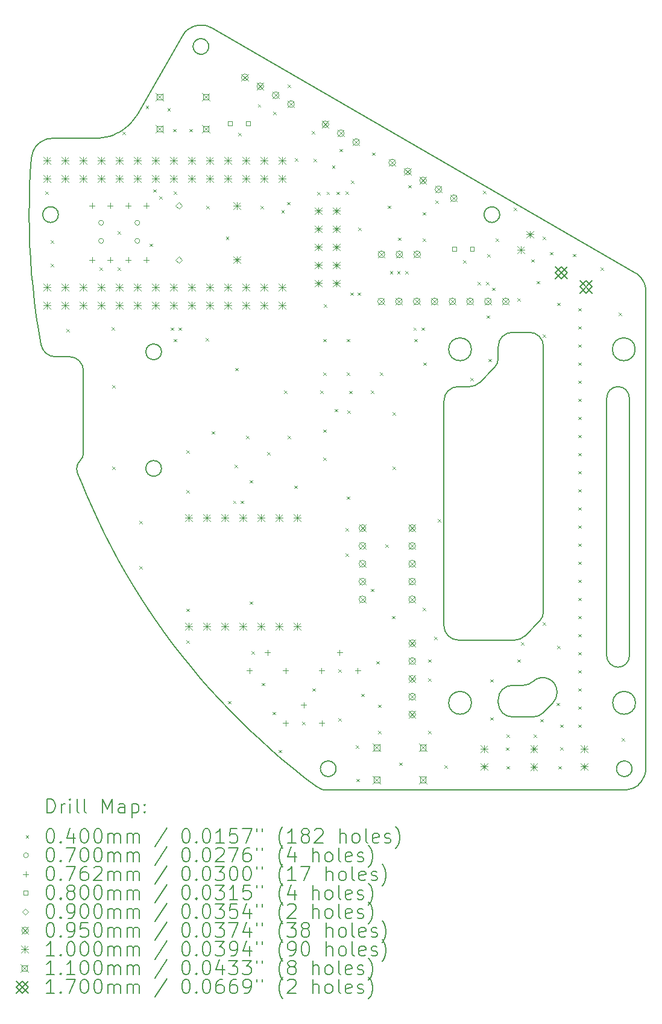
<source format=gbr>
%TF.GenerationSoftware,KiCad,Pcbnew,7.0.9*%
%TF.CreationDate,2024-01-11T17:42:49+09:00*%
%TF.ProjectId,MainBoard,4d61696e-426f-4617-9264-2e6b69636164,rev?*%
%TF.SameCoordinates,Original*%
%TF.FileFunction,Drillmap*%
%TF.FilePolarity,Positive*%
%FSLAX45Y45*%
G04 Gerber Fmt 4.5, Leading zero omitted, Abs format (unit mm)*
G04 Created by KiCad (PCBNEW 7.0.9) date 2024-01-11 17:42:49*
%MOMM*%
%LPD*%
G01*
G04 APERTURE LIST*
%ADD10C,0.200000*%
%ADD11C,0.100000*%
%ADD12C,0.110000*%
%ADD13C,0.170000*%
G04 APERTURE END LIST*
D10*
X18713862Y-13907911D02*
X18425204Y-13907911D01*
X19749199Y-13050711D02*
G75*
G03*
X19907904Y-13209411I158701J1D01*
G01*
X11657871Y-7478246D02*
X11672394Y-7679567D01*
X12529347Y-10984893D02*
X12614469Y-11167911D01*
X11683434Y-5999143D02*
X11674875Y-6032460D01*
X14448410Y-13809207D02*
X14590145Y-13952916D01*
X20263389Y-7797788D02*
X20245946Y-7767575D01*
X19907904Y-9272414D02*
G75*
G03*
X19749204Y-9431111I-4J-158696D01*
G01*
X20028889Y-14932480D02*
X20062056Y-14926845D01*
X14073944Y-4201635D02*
X14040308Y-4201006D01*
X12621334Y-5788436D02*
X12570891Y-5790324D01*
X20066699Y-9431111D02*
G75*
G03*
X19908004Y-9272411I-158699J1D01*
G01*
X12991354Y-11881694D02*
X13094483Y-12055204D01*
X11641027Y-7074928D02*
X11647414Y-7276672D01*
X20287778Y-14701126D02*
X20293413Y-14667960D01*
X12671495Y-5782783D02*
X12621334Y-5788436D01*
X13030007Y-5610132D02*
X12991746Y-5643059D01*
X20062056Y-14926845D02*
X20094383Y-14917532D01*
X15806719Y-14932660D02*
X15838704Y-14934370D01*
X18425204Y-8510411D02*
X18660204Y-8510411D01*
X13855842Y-4273400D02*
X13831612Y-4296739D01*
X17966283Y-9213832D02*
X18166626Y-9013489D01*
X20249317Y-14793979D02*
X20265590Y-14764535D01*
X18459862Y-12828411D02*
X17663204Y-12828411D01*
X18136543Y-6969409D02*
G75*
G03*
X18136543Y-6749411I238J109999D01*
G01*
X18801626Y-12569489D02*
X18601283Y-12769832D01*
X14201527Y-4240981D02*
X14171491Y-4225827D01*
X13784786Y-13049400D02*
X13911321Y-13206658D01*
X20094383Y-14917532D02*
X20125464Y-14904658D01*
X12048704Y-6859411D02*
G75*
G03*
X12048704Y-6859411I-110000J0D01*
G01*
X12908390Y-5699889D02*
X12863762Y-5723476D01*
X12863762Y-5723476D02*
X12817496Y-5743662D01*
X20287213Y-7863242D02*
X20277207Y-7829821D01*
X13810148Y-4322643D02*
X13791719Y-4350788D01*
X19050699Y-13555777D02*
G75*
G03*
X18714211Y-13409594I-199999J-3D01*
G01*
X11934900Y-5792300D02*
X11901009Y-5798189D01*
X13911347Y-4235559D02*
X13882532Y-4252921D01*
X13973881Y-4211018D02*
X13941925Y-4221533D01*
X12817496Y-5743662D02*
X12769851Y-5760334D01*
X14590145Y-13952916D02*
X14734753Y-14093735D01*
X13941925Y-4221533D02*
X13911347Y-4235559D01*
X20125464Y-14904658D02*
X20154909Y-14888385D01*
X11807987Y-8690995D02*
G75*
G03*
X12004265Y-8852611I196283J38385D01*
G01*
X11638714Y-6873097D02*
X11641027Y-7074928D01*
X11868016Y-5807920D02*
X11836353Y-5821364D01*
X13496504Y-10420491D02*
G75*
G03*
X13496504Y-10420491I-110000J0D01*
G01*
X17463199Y-12628411D02*
G75*
G03*
X17663204Y-12828411I200001J1D01*
G01*
X12400705Y-9052611D02*
X12400705Y-10203553D01*
X15838704Y-14934370D02*
X19995300Y-14934370D01*
X14171491Y-4225827D02*
X14139950Y-4214124D01*
X15775098Y-14927550D02*
X15806719Y-14932660D01*
X18801628Y-12569491D02*
G75*
G03*
X18860204Y-12428068I-141428J141421D01*
G01*
X15340703Y-14626983D02*
X15498762Y-14752516D01*
X20147964Y-8749171D02*
G75*
G03*
X20147964Y-8749171I-160000J0D01*
G01*
X18225199Y-13707911D02*
G75*
G03*
X18425204Y-13907911I200001J1D01*
G01*
X15840134Y-14524379D02*
G75*
G03*
X15836175Y-14744341I-2534J-109971D01*
G01*
X20201172Y-7714215D02*
X20174447Y-7691790D01*
X19050704Y-13555777D02*
X19050704Y-13571068D01*
X18860199Y-8710411D02*
G75*
G03*
X18660204Y-8510411I-199999J1D01*
G01*
X17849264Y-8749171D02*
G75*
G03*
X17849264Y-8749171I-160000J0D01*
G01*
X13831612Y-4296739D02*
X13810148Y-4322643D01*
X20277207Y-7829821D02*
X20263389Y-7797788D01*
X18136543Y-6749410D02*
G75*
G03*
X18136543Y-6969410I-243J-110000D01*
G01*
X12721093Y-5773399D02*
X12671495Y-5782783D01*
X11753393Y-5881975D02*
X11730961Y-5908054D01*
X13882532Y-4252921D02*
X13855842Y-4273400D01*
X13098627Y-5536179D02*
X13065701Y-5574439D01*
X14040308Y-4201006D02*
X14006814Y-4204147D01*
X11670186Y-6066537D02*
X11656214Y-6267898D01*
X11901009Y-5798189D02*
X11868016Y-5807920D01*
X11836353Y-5821364D02*
X11806438Y-5838343D01*
X13496504Y-8784731D02*
G75*
G03*
X13496504Y-8784731I-110000J0D01*
G01*
X13661451Y-12889620D02*
X13784786Y-13049400D01*
X20229849Y-14821416D02*
X20249317Y-14793979D01*
X20293413Y-14667960D02*
X20295300Y-14634370D01*
X11740295Y-8281199D02*
X11771008Y-8480694D01*
X15685983Y-14892588D02*
X15714384Y-14907399D01*
X11711662Y-5936528D02*
X11695750Y-5967025D01*
X19987813Y-14524625D02*
G75*
G03*
X20003071Y-14744096I7487J-109745D01*
G01*
X20295300Y-7932427D02*
X20293271Y-7897599D01*
X17663204Y-9272414D02*
G75*
G03*
X17463204Y-9472411I-4J-199996D01*
G01*
X19749204Y-13050711D02*
X19749204Y-9431111D01*
X14882173Y-14231607D02*
X15032345Y-14366475D01*
X12891749Y-11706138D02*
X12991354Y-11881694D01*
X12353386Y-10312898D02*
G75*
G03*
X12400705Y-10203553I-102686J109348D01*
G01*
X12353384Y-10312895D02*
G75*
G03*
X12316481Y-10477155I102686J-109345D01*
G01*
X17663204Y-9272411D02*
X17824862Y-9272411D01*
X14107298Y-4206026D02*
X14073944Y-4201635D01*
X12447936Y-10800195D02*
X12529347Y-10984893D01*
X14309604Y-13662666D02*
X14448410Y-13809207D01*
X15659323Y-14874833D02*
X15685983Y-14892588D01*
X20182346Y-14868918D02*
X20207431Y-14846501D01*
X19907904Y-9272411D02*
X19908004Y-9272411D01*
X11640475Y-6671260D02*
X11638714Y-6873097D01*
X11969242Y-5790324D02*
X11934900Y-5792300D01*
X17463204Y-12628411D02*
X17463204Y-9472411D01*
X11690978Y-7880554D02*
X11713614Y-8081126D01*
X19908004Y-13209414D02*
G75*
G03*
X20066704Y-13050711I-4J158704D01*
G01*
X18713862Y-13907912D02*
G75*
G03*
X18855283Y-13849332I-2J200002D01*
G01*
X11672394Y-7679567D02*
X11690978Y-7880554D01*
X13541365Y-12727383D02*
X13661451Y-12889620D01*
X11647414Y-7276672D02*
X11657871Y-7478246D01*
X13128602Y-5495565D02*
X13098627Y-5536179D01*
X20207431Y-14846501D02*
X20229849Y-14821416D01*
X14139950Y-4214124D02*
X14107298Y-4206026D01*
X12614469Y-11167911D02*
X12703268Y-11349174D01*
X11771008Y-8480694D02*
X11805741Y-8679528D01*
X13155458Y-5452824D02*
X13128602Y-5495565D01*
X15185209Y-14498285D02*
X15340703Y-14626983D01*
X19908004Y-13209411D02*
X19907904Y-13209411D01*
X13791719Y-4350788D02*
X13155458Y-5452824D01*
X14001431Y-4598719D02*
G75*
G03*
X14099540Y-4401820I50099J97929D01*
G01*
X18166628Y-9013491D02*
G75*
G03*
X18225204Y-8872068I-141428J141421D01*
G01*
X19995300Y-14934370D02*
X20028889Y-14932480D01*
X12400699Y-9052611D02*
G75*
G03*
X12200705Y-8852611I-199999J1D01*
G01*
X20225113Y-7739591D02*
X20201172Y-7714215D01*
X12316480Y-10477155D02*
X12370270Y-10613891D01*
X11695750Y-5967025D02*
X11683434Y-5999143D01*
X11674875Y-6032460D02*
X11670186Y-6066537D01*
X14041005Y-13361331D02*
X14173784Y-13513354D01*
X12991746Y-5643059D02*
X12951132Y-5673033D01*
X13911321Y-13206658D02*
X14041005Y-13361331D01*
X13311139Y-12395805D02*
X13424579Y-12562756D01*
X11730961Y-5908054D02*
X11711662Y-5936528D01*
X18577717Y-13463409D02*
G75*
G03*
X18714211Y-13409594I3J199999D01*
G01*
X18225204Y-13707911D02*
X18225204Y-13663411D01*
X11656214Y-6267898D02*
X11646309Y-6469499D01*
X15498762Y-14752516D02*
X15659323Y-14874833D01*
X14006814Y-4204147D02*
X13973881Y-4211018D01*
X12370270Y-10613891D02*
X12447936Y-10800195D01*
X20174447Y-7691790D02*
X20145300Y-7672619D01*
X13201092Y-12226598D02*
X13311139Y-12395805D01*
X11713614Y-8081126D02*
X11740295Y-8281199D01*
X18992126Y-13712489D02*
X18855283Y-13849332D01*
X18425204Y-8510414D02*
G75*
G03*
X18225204Y-8710411I-4J-199996D01*
G01*
X13424579Y-12562756D02*
X13541365Y-12727383D01*
X12703268Y-11349174D02*
X12795707Y-11528607D01*
X12004265Y-8852611D02*
X12200705Y-8852611D01*
X20153044Y-13709791D02*
G75*
G03*
X20153044Y-13709791I-160000J0D01*
G01*
X13065701Y-5574439D02*
X13030007Y-5610132D01*
X18459862Y-12828412D02*
G75*
G03*
X18601283Y-12769832I-2J200002D01*
G01*
X14173784Y-13513354D02*
X14309604Y-13662666D01*
X20245946Y-7767575D02*
X20225113Y-7739591D01*
X11778662Y-5858636D02*
X11753393Y-5881975D01*
X20066704Y-9431111D02*
X20066704Y-13050711D01*
X17824862Y-9272412D02*
G75*
G03*
X17966283Y-9213832I-2J200002D01*
G01*
X18992128Y-13712491D02*
G75*
G03*
X19050704Y-13571068I-141428J141421D01*
G01*
X18425204Y-13463411D02*
X18577717Y-13463411D01*
X15744203Y-14919097D02*
X15775098Y-14927550D01*
X20293271Y-7897599D02*
X20287213Y-7863242D01*
X20265590Y-14764535D02*
X20278465Y-14733454D01*
X14099539Y-4401822D02*
G75*
G03*
X14001431Y-4598719I-50099J-97928D01*
G01*
X13094483Y-12055204D02*
X13201092Y-12226598D01*
X18425204Y-13463414D02*
G75*
G03*
X18225204Y-13663411I-4J-199996D01*
G01*
X20003071Y-14744093D02*
G75*
G03*
X19987813Y-14524626I-7491J109744D01*
G01*
X12795707Y-11528607D02*
X12891749Y-11706138D01*
X20278465Y-14733454D02*
X20287778Y-14701126D01*
X15836175Y-14744340D02*
G75*
G03*
X15840134Y-14524380I2525J109971D01*
G01*
X12769851Y-5760334D02*
X12721093Y-5773399D01*
X14734753Y-14093735D02*
X14882173Y-14231607D01*
X20154909Y-14888385D02*
X20182346Y-14868918D01*
X12951132Y-5673033D02*
X12908390Y-5699889D01*
X12570891Y-5790324D02*
X11969242Y-5790324D01*
X20295300Y-14634370D02*
X20295300Y-7932427D01*
X15714384Y-14907399D02*
X15744203Y-14919097D01*
X20145300Y-7672619D02*
X14201527Y-4240981D01*
X18860204Y-8710411D02*
X18860204Y-12428068D01*
X11805741Y-8679528D02*
X11807983Y-8690996D01*
X15032345Y-14366475D02*
X15185209Y-14498285D01*
X11806438Y-5838343D02*
X11778662Y-5858636D01*
X18225204Y-8872068D02*
X18225204Y-8710411D01*
X11646309Y-6469499D02*
X11640475Y-6671260D01*
X17849264Y-13709791D02*
G75*
G03*
X17849264Y-13709791I-160000J0D01*
G01*
D11*
X11867200Y-6533200D02*
X11907200Y-6573200D01*
X11907200Y-6533200D02*
X11867200Y-6573200D01*
X11943400Y-7219000D02*
X11983400Y-7259000D01*
X11983400Y-7219000D02*
X11943400Y-7259000D01*
X11943400Y-7549200D02*
X11983400Y-7589200D01*
X11983400Y-7549200D02*
X11943400Y-7589200D01*
X12159300Y-8463600D02*
X12199300Y-8503600D01*
X12199300Y-8463600D02*
X12159300Y-8503600D01*
X12629200Y-7600000D02*
X12669200Y-7640000D01*
X12669200Y-7600000D02*
X12629200Y-7640000D01*
X12794300Y-8438200D02*
X12834300Y-8478200D01*
X12834300Y-8438200D02*
X12794300Y-8478200D01*
X12807000Y-9251000D02*
X12847000Y-9291000D01*
X12847000Y-9251000D02*
X12807000Y-9291000D01*
X12807000Y-10394000D02*
X12847000Y-10434000D01*
X12847000Y-10394000D02*
X12807000Y-10434000D01*
X12883200Y-7092000D02*
X12923200Y-7132000D01*
X12923200Y-7092000D02*
X12883200Y-7132000D01*
X12883200Y-7600000D02*
X12923200Y-7640000D01*
X12923200Y-7600000D02*
X12883200Y-7640000D01*
X12949240Y-5695000D02*
X12989240Y-5735000D01*
X12989240Y-5695000D02*
X12949240Y-5735000D01*
X13188000Y-11156000D02*
X13228000Y-11196000D01*
X13228000Y-11156000D02*
X13188000Y-11196000D01*
X13188000Y-11791000D02*
X13228000Y-11831000D01*
X13228000Y-11791000D02*
X13188000Y-11831000D01*
X13274360Y-5329240D02*
X13314360Y-5369240D01*
X13314360Y-5329240D02*
X13274360Y-5369240D01*
X13330240Y-7264720D02*
X13370240Y-7304720D01*
X13370240Y-7264720D02*
X13330240Y-7304720D01*
X13382370Y-6502720D02*
X13422370Y-6542720D01*
X13422370Y-6502720D02*
X13382370Y-6542720D01*
X13463020Y-6599870D02*
X13503020Y-6639870D01*
X13503020Y-6599870D02*
X13463020Y-6639870D01*
X13579160Y-5367340D02*
X13619160Y-5407340D01*
X13619160Y-5367340D02*
X13579160Y-5407340D01*
X13624880Y-8443280D02*
X13664880Y-8483280D01*
X13664880Y-8443280D02*
X13624880Y-8483280D01*
X13657900Y-5656900D02*
X13697900Y-5696900D01*
X13697900Y-5656900D02*
X13657900Y-5696900D01*
X13670600Y-6533200D02*
X13710600Y-6573200D01*
X13710600Y-6533200D02*
X13670600Y-6573200D01*
X13670600Y-8603300D02*
X13710600Y-8643300D01*
X13710600Y-8603300D02*
X13670600Y-8643300D01*
X13736640Y-8443280D02*
X13776640Y-8483280D01*
X13776640Y-8443280D02*
X13736640Y-8483280D01*
X13848400Y-10165400D02*
X13888400Y-10205400D01*
X13888400Y-10165400D02*
X13848400Y-10205400D01*
X13848400Y-10724200D02*
X13888400Y-10764200D01*
X13888400Y-10724200D02*
X13848400Y-10764200D01*
X13848400Y-12387900D02*
X13888400Y-12427900D01*
X13888400Y-12387900D02*
X13848400Y-12427900D01*
X13848400Y-12832400D02*
X13888400Y-12872400D01*
X13888400Y-12832400D02*
X13848400Y-12872400D01*
X13886500Y-5656900D02*
X13926500Y-5696900D01*
X13926500Y-5656900D02*
X13886500Y-5696900D01*
X14115100Y-8590600D02*
X14155100Y-8630600D01*
X14155100Y-8590600D02*
X14115100Y-8630600D01*
X14127800Y-6736400D02*
X14167800Y-6776400D01*
X14167800Y-6736400D02*
X14127800Y-6776400D01*
X14204000Y-9898700D02*
X14244000Y-9938700D01*
X14244000Y-9898700D02*
X14204000Y-9938700D01*
X14400054Y-7168200D02*
X14440054Y-7208200D01*
X14440054Y-7168200D02*
X14400054Y-7208200D01*
X14432600Y-13683300D02*
X14472600Y-13723300D01*
X14472600Y-13683300D02*
X14432600Y-13723300D01*
X14501180Y-10871520D02*
X14541180Y-10911520D01*
X14541180Y-10871520D02*
X14501180Y-10911520D01*
X14521500Y-10368600D02*
X14561500Y-10408600D01*
X14561500Y-10368600D02*
X14521500Y-10408600D01*
X14534200Y-9009700D02*
X14574200Y-9049700D01*
X14574200Y-9009700D02*
X14534200Y-9049700D01*
X14574840Y-5710240D02*
X14614840Y-5750240D01*
X14614840Y-5710240D02*
X14574840Y-5750240D01*
X14607860Y-10871520D02*
X14647860Y-10911520D01*
X14647860Y-10871520D02*
X14607860Y-10911520D01*
X14686600Y-9962200D02*
X14726600Y-10002200D01*
X14726600Y-9962200D02*
X14686600Y-10002200D01*
X14737400Y-10584500D02*
X14777400Y-10624500D01*
X14777400Y-10584500D02*
X14737400Y-10624500D01*
X14737400Y-12286300D02*
X14777400Y-12326300D01*
X14777400Y-12286300D02*
X14737400Y-12326300D01*
X14762800Y-12984800D02*
X14802800Y-13024800D01*
X14802800Y-12984800D02*
X14762800Y-13024800D01*
X14849160Y-5308920D02*
X14889160Y-5348920D01*
X14889160Y-5308920D02*
X14849160Y-5348920D01*
X14889800Y-6736400D02*
X14929800Y-6776400D01*
X14929800Y-6736400D02*
X14889800Y-6776400D01*
X14902500Y-13429300D02*
X14942500Y-13469300D01*
X14942500Y-13429300D02*
X14902500Y-13469300D01*
X14978700Y-10190800D02*
X15018700Y-10230800D01*
X15018700Y-10190800D02*
X14978700Y-10230800D01*
X15054900Y-13835700D02*
X15094900Y-13875700D01*
X15094900Y-13835700D02*
X15054900Y-13875700D01*
X15067600Y-5415600D02*
X15107600Y-5455600D01*
X15107600Y-5415600D02*
X15067600Y-5455600D01*
X15143800Y-14369100D02*
X15183800Y-14409100D01*
X15183800Y-14369100D02*
X15143800Y-14409100D01*
X15180690Y-6797360D02*
X15220690Y-6837360D01*
X15220690Y-6797360D02*
X15180690Y-6837360D01*
X15220000Y-9327200D02*
X15260000Y-9367200D01*
X15260000Y-9327200D02*
X15220000Y-9367200D01*
X15260640Y-6681850D02*
X15300640Y-6721850D01*
X15300640Y-6681850D02*
X15260640Y-6721850D01*
X15270800Y-5034600D02*
X15310800Y-5074600D01*
X15310800Y-5034600D02*
X15270800Y-5074600D01*
X15270800Y-9962200D02*
X15310800Y-10002200D01*
X15310800Y-9962200D02*
X15270800Y-10002200D01*
X15359700Y-10660700D02*
X15399700Y-10700700D01*
X15399700Y-10660700D02*
X15359700Y-10700700D01*
X15372400Y-6065840D02*
X15412400Y-6105840D01*
X15412400Y-6065840D02*
X15372400Y-6105840D01*
X15474000Y-13975400D02*
X15514000Y-14015400D01*
X15514000Y-13975400D02*
X15474000Y-14015400D01*
X15606080Y-5684840D02*
X15646080Y-5724840D01*
X15646080Y-5684840D02*
X15606080Y-5724840D01*
X15613700Y-13505500D02*
X15653700Y-13545500D01*
X15653700Y-13505500D02*
X15613700Y-13545500D01*
X15631480Y-6076000D02*
X15671480Y-6116000D01*
X15671480Y-6076000D02*
X15631480Y-6116000D01*
X15683659Y-6539610D02*
X15723659Y-6579610D01*
X15723659Y-6539610D02*
X15683659Y-6579610D01*
X15728000Y-9327200D02*
X15768000Y-9367200D01*
X15768000Y-9327200D02*
X15728000Y-9367200D01*
X15766100Y-8603300D02*
X15806100Y-8643300D01*
X15806100Y-8603300D02*
X15766100Y-8643300D01*
X15766100Y-9073200D02*
X15806100Y-9113200D01*
X15806100Y-9073200D02*
X15766100Y-9113200D01*
X15766100Y-9873300D02*
X15806100Y-9913300D01*
X15806100Y-9873300D02*
X15766100Y-9913300D01*
X15766100Y-10267000D02*
X15806100Y-10307000D01*
X15806100Y-10267000D02*
X15766100Y-10307000D01*
X15773720Y-8114750D02*
X15813720Y-8154750D01*
X15813720Y-8114750D02*
X15773720Y-8154750D01*
X15814360Y-6538280D02*
X15854360Y-6578280D01*
X15854360Y-6538280D02*
X15814360Y-6578280D01*
X15890560Y-6167440D02*
X15930560Y-6207440D01*
X15930560Y-6167440D02*
X15890560Y-6207440D01*
X15931200Y-9586280D02*
X15971200Y-9626280D01*
X15971200Y-9586280D02*
X15931200Y-9626280D01*
X15951520Y-6538280D02*
X15991520Y-6578280D01*
X15991520Y-6538280D02*
X15951520Y-6578280D01*
X15982000Y-13238800D02*
X16022000Y-13278800D01*
X16022000Y-13238800D02*
X15982000Y-13278800D01*
X15982000Y-13924600D02*
X16022000Y-13964600D01*
X16022000Y-13924600D02*
X15982000Y-13964600D01*
X15994700Y-5936300D02*
X16034700Y-5976300D01*
X16034700Y-5936300D02*
X15994700Y-5976300D01*
X16083600Y-6533200D02*
X16123600Y-6573200D01*
X16123600Y-6533200D02*
X16083600Y-6573200D01*
X16083600Y-11257600D02*
X16123600Y-11297600D01*
X16123600Y-11257600D02*
X16083600Y-11297600D01*
X16083600Y-11613200D02*
X16123600Y-11653200D01*
X16123600Y-11613200D02*
X16083600Y-11653200D01*
X16096300Y-8603300D02*
X16136300Y-8643300D01*
X16136300Y-8603300D02*
X16096300Y-8643300D01*
X16096300Y-9073200D02*
X16136300Y-9113200D01*
X16136300Y-9073200D02*
X16096300Y-9113200D01*
X16096300Y-10813100D02*
X16136300Y-10853100D01*
X16136300Y-10813100D02*
X16096300Y-10853100D01*
X16109000Y-9606600D02*
X16149000Y-9646600D01*
X16149000Y-9606600D02*
X16109000Y-9646600D01*
X16134400Y-9332280D02*
X16174400Y-9372280D01*
X16174400Y-9332280D02*
X16134400Y-9372280D01*
X16147100Y-7951850D02*
X16187100Y-7991850D01*
X16187100Y-7951850D02*
X16147100Y-7991850D01*
X16159800Y-6380800D02*
X16199800Y-6420800D01*
X16199800Y-6380800D02*
X16159800Y-6420800D01*
X16223300Y-14305600D02*
X16263300Y-14345600D01*
X16263300Y-14305600D02*
X16223300Y-14345600D01*
X16236000Y-14775500D02*
X16276000Y-14815500D01*
X16276000Y-14775500D02*
X16236000Y-14815500D01*
X16248700Y-7951850D02*
X16288700Y-7991850D01*
X16288700Y-7951850D02*
X16248700Y-7991850D01*
X16261400Y-7041200D02*
X16301400Y-7081200D01*
X16301400Y-7041200D02*
X16261400Y-7081200D01*
X16299500Y-13581700D02*
X16339500Y-13621700D01*
X16339500Y-13581700D02*
X16299500Y-13621700D01*
X16439200Y-9327200D02*
X16479200Y-9367200D01*
X16479200Y-9327200D02*
X16439200Y-9367200D01*
X16439200Y-12108500D02*
X16479200Y-12148500D01*
X16479200Y-12108500D02*
X16439200Y-12148500D01*
X16451900Y-5987100D02*
X16491900Y-6027100D01*
X16491900Y-5987100D02*
X16451900Y-6027100D01*
X16515400Y-13124500D02*
X16555400Y-13164500D01*
X16555400Y-13124500D02*
X16515400Y-13164500D01*
X16540800Y-13734100D02*
X16580800Y-13774100D01*
X16580800Y-13734100D02*
X16540800Y-13774100D01*
X16540800Y-14102400D02*
X16580800Y-14142400D01*
X16580800Y-14102400D02*
X16540800Y-14142400D01*
X16566200Y-9073200D02*
X16606200Y-9113200D01*
X16606200Y-9073200D02*
X16566200Y-9113200D01*
X16642400Y-11486200D02*
X16682400Y-11526200D01*
X16682400Y-11486200D02*
X16642400Y-11526200D01*
X16672880Y-6731320D02*
X16712880Y-6771320D01*
X16712880Y-6731320D02*
X16672880Y-6771320D01*
X16703360Y-7650800D02*
X16743360Y-7690800D01*
X16743360Y-7650800D02*
X16703360Y-7690800D01*
X16731300Y-12489500D02*
X16771300Y-12529500D01*
X16771300Y-12489500D02*
X16731300Y-12529500D01*
X16744000Y-9632000D02*
X16784000Y-9672000D01*
X16784000Y-9632000D02*
X16744000Y-9672000D01*
X16744000Y-10394000D02*
X16784000Y-10434000D01*
X16784000Y-10394000D02*
X16744000Y-10434000D01*
X16804960Y-7650800D02*
X16844960Y-7690800D01*
X16844960Y-7650800D02*
X16804960Y-7690800D01*
X16820200Y-7180900D02*
X16860200Y-7220900D01*
X16860200Y-7180900D02*
X16820200Y-7220900D01*
X16832900Y-14546900D02*
X16872900Y-14586900D01*
X16872900Y-14546900D02*
X16832900Y-14586900D01*
X16916720Y-7650800D02*
X16956720Y-7690800D01*
X16956720Y-7650800D02*
X16916720Y-7690800D01*
X16959900Y-6444300D02*
X16999900Y-6484300D01*
X16999900Y-6444300D02*
X16959900Y-6484300D01*
X17033560Y-8443280D02*
X17073560Y-8483280D01*
X17073560Y-8443280D02*
X17033560Y-8483280D01*
X17048800Y-8603300D02*
X17088800Y-8643300D01*
X17088800Y-8603300D02*
X17048800Y-8643300D01*
X17150400Y-8443280D02*
X17190400Y-8483280D01*
X17190400Y-8443280D02*
X17150400Y-8483280D01*
X17163100Y-6825300D02*
X17203100Y-6865300D01*
X17203100Y-6825300D02*
X17163100Y-6865300D01*
X17163100Y-7193600D02*
X17203100Y-7233600D01*
X17203100Y-7193600D02*
X17163100Y-7233600D01*
X17163100Y-12375200D02*
X17203100Y-12415200D01*
X17203100Y-12375200D02*
X17163100Y-12415200D01*
X17175800Y-8933500D02*
X17215800Y-8973500D01*
X17215800Y-8933500D02*
X17175800Y-8973500D01*
X17239300Y-13099100D02*
X17279300Y-13139100D01*
X17279300Y-13099100D02*
X17239300Y-13139100D01*
X17239300Y-13365800D02*
X17279300Y-13405800D01*
X17279300Y-13365800D02*
X17239300Y-13405800D01*
X17239300Y-14102400D02*
X17279300Y-14142400D01*
X17279300Y-14102400D02*
X17239300Y-14142400D01*
X17328200Y-12781600D02*
X17368200Y-12821600D01*
X17368200Y-12781600D02*
X17328200Y-12821600D01*
X17340900Y-6660200D02*
X17380900Y-6700200D01*
X17380900Y-6660200D02*
X17340900Y-6700200D01*
X17379000Y-11130600D02*
X17419000Y-11170600D01*
X17419000Y-11130600D02*
X17379000Y-11170600D01*
X17467900Y-14585000D02*
X17507900Y-14625000D01*
X17507900Y-14585000D02*
X17467900Y-14625000D01*
X17734600Y-7498400D02*
X17774600Y-7538400D01*
X17774600Y-7498400D02*
X17734600Y-7538400D01*
X17836200Y-9149400D02*
X17876200Y-9189400D01*
X17876200Y-9149400D02*
X17836200Y-9189400D01*
X17937800Y-7803200D02*
X17977800Y-7843200D01*
X17977800Y-7803200D02*
X17937800Y-7843200D01*
X18008920Y-6523040D02*
X18048920Y-6563040D01*
X18048920Y-6523040D02*
X18008920Y-6563040D01*
X18054706Y-7803200D02*
X18094706Y-7843200D01*
X18094706Y-7803200D02*
X18054706Y-7843200D01*
X18064800Y-8273100D02*
X18104800Y-8313100D01*
X18104800Y-8273100D02*
X18064800Y-8313100D01*
X18067957Y-7411423D02*
X18107957Y-7451423D01*
X18107957Y-7411423D02*
X18067957Y-7451423D01*
X18090200Y-8882700D02*
X18130200Y-8922700D01*
X18130200Y-8882700D02*
X18090200Y-8922700D01*
X18115600Y-13378500D02*
X18155600Y-13418500D01*
X18155600Y-13378500D02*
X18115600Y-13418500D01*
X18115600Y-13911900D02*
X18155600Y-13951900D01*
X18155600Y-13911900D02*
X18115600Y-13951900D01*
X18137000Y-7883400D02*
X18177000Y-7923400D01*
X18177000Y-7883400D02*
X18137000Y-7923400D01*
X18191800Y-7193600D02*
X18231800Y-7233600D01*
X18231800Y-7193600D02*
X18191800Y-7233600D01*
X18335500Y-14335000D02*
X18375500Y-14375000D01*
X18375500Y-14335000D02*
X18335500Y-14375000D01*
X18344200Y-14153200D02*
X18384200Y-14193200D01*
X18384200Y-14153200D02*
X18344200Y-14193200D01*
X18344200Y-14597700D02*
X18384200Y-14637700D01*
X18384200Y-14597700D02*
X18344200Y-14637700D01*
X18445800Y-6761800D02*
X18485800Y-6801800D01*
X18485800Y-6761800D02*
X18445800Y-6801800D01*
X18496600Y-8031800D02*
X18536600Y-8071800D01*
X18536600Y-8031800D02*
X18496600Y-8071800D01*
X18496600Y-13099100D02*
X18536600Y-13139100D01*
X18536600Y-13099100D02*
X18496600Y-13139100D01*
X18547400Y-12857800D02*
X18587400Y-12897800D01*
X18587400Y-12857800D02*
X18547400Y-12897800D01*
X18687100Y-7485700D02*
X18727100Y-7525700D01*
X18727100Y-7485700D02*
X18687100Y-7525700D01*
X18725200Y-14153200D02*
X18765200Y-14193200D01*
X18765200Y-14153200D02*
X18725200Y-14193200D01*
X18763300Y-7790500D02*
X18803300Y-7830500D01*
X18803300Y-7790500D02*
X18763300Y-7830500D01*
X18814100Y-13937300D02*
X18854100Y-13977300D01*
X18854100Y-13937300D02*
X18814100Y-13977300D01*
X18852200Y-7168200D02*
X18892200Y-7208200D01*
X18892200Y-7168200D02*
X18852200Y-7208200D01*
X18852200Y-8539800D02*
X18892200Y-8579800D01*
X18892200Y-8539800D02*
X18852200Y-8579800D01*
X18852200Y-12578400D02*
X18892200Y-12618400D01*
X18892200Y-12578400D02*
X18852200Y-12618400D01*
X18953800Y-7384100D02*
X18993800Y-7424100D01*
X18993800Y-7384100D02*
X18953800Y-7424100D01*
X19042700Y-13708700D02*
X19082700Y-13748700D01*
X19082700Y-13708700D02*
X19042700Y-13748700D01*
X19055400Y-8095300D02*
X19095400Y-8135300D01*
X19095400Y-8095300D02*
X19055400Y-8135300D01*
X19055400Y-12908600D02*
X19095400Y-12948600D01*
X19095400Y-12908600D02*
X19055400Y-12948600D01*
X19068100Y-14597700D02*
X19108100Y-14637700D01*
X19108100Y-14597700D02*
X19068100Y-14637700D01*
X19093500Y-14013500D02*
X19133500Y-14053500D01*
X19133500Y-14013500D02*
X19093500Y-14053500D01*
X19093500Y-14331000D02*
X19133500Y-14371000D01*
X19133500Y-14331000D02*
X19093500Y-14371000D01*
X19271300Y-7409500D02*
X19311300Y-7449500D01*
X19311300Y-7409500D02*
X19271300Y-7449500D01*
X19347500Y-8171500D02*
X19387500Y-8211500D01*
X19387500Y-8171500D02*
X19347500Y-8211500D01*
X19347500Y-8425500D02*
X19387500Y-8465500D01*
X19387500Y-8425500D02*
X19347500Y-8465500D01*
X19347500Y-8679500D02*
X19387500Y-8719500D01*
X19387500Y-8679500D02*
X19347500Y-8719500D01*
X19347500Y-8933500D02*
X19387500Y-8973500D01*
X19387500Y-8933500D02*
X19347500Y-8973500D01*
X19347500Y-9187500D02*
X19387500Y-9227500D01*
X19387500Y-9187500D02*
X19347500Y-9227500D01*
X19347500Y-9441500D02*
X19387500Y-9481500D01*
X19387500Y-9441500D02*
X19347500Y-9481500D01*
X19347500Y-9695500D02*
X19387500Y-9735500D01*
X19387500Y-9695500D02*
X19347500Y-9735500D01*
X19347500Y-9949500D02*
X19387500Y-9989500D01*
X19387500Y-9949500D02*
X19347500Y-9989500D01*
X19347500Y-10203500D02*
X19387500Y-10243500D01*
X19387500Y-10203500D02*
X19347500Y-10243500D01*
X19347500Y-10457500D02*
X19387500Y-10497500D01*
X19387500Y-10457500D02*
X19347500Y-10497500D01*
X19347500Y-10711500D02*
X19387500Y-10751500D01*
X19387500Y-10711500D02*
X19347500Y-10751500D01*
X19347500Y-10965500D02*
X19387500Y-11005500D01*
X19387500Y-10965500D02*
X19347500Y-11005500D01*
X19347500Y-11219500D02*
X19387500Y-11259500D01*
X19387500Y-11219500D02*
X19347500Y-11259500D01*
X19347500Y-11473500D02*
X19387500Y-11513500D01*
X19387500Y-11473500D02*
X19347500Y-11513500D01*
X19347500Y-11727500D02*
X19387500Y-11767500D01*
X19387500Y-11727500D02*
X19347500Y-11767500D01*
X19347500Y-11981500D02*
X19387500Y-12021500D01*
X19387500Y-11981500D02*
X19347500Y-12021500D01*
X19347500Y-12235500D02*
X19387500Y-12275500D01*
X19387500Y-12235500D02*
X19347500Y-12275500D01*
X19347500Y-12489500D02*
X19387500Y-12529500D01*
X19387500Y-12489500D02*
X19347500Y-12529500D01*
X19347500Y-12743500D02*
X19387500Y-12783500D01*
X19387500Y-12743500D02*
X19347500Y-12783500D01*
X19347500Y-12997500D02*
X19387500Y-13037500D01*
X19387500Y-12997500D02*
X19347500Y-13037500D01*
X19347500Y-13251500D02*
X19387500Y-13291500D01*
X19387500Y-13251500D02*
X19347500Y-13291500D01*
X19347500Y-13505500D02*
X19387500Y-13545500D01*
X19387500Y-13505500D02*
X19347500Y-13545500D01*
X19347500Y-13759500D02*
X19387500Y-13799500D01*
X19387500Y-13759500D02*
X19347500Y-13799500D01*
X19347500Y-14013500D02*
X19387500Y-14053500D01*
X19387500Y-14013500D02*
X19347500Y-14053500D01*
X19665000Y-7600000D02*
X19705000Y-7640000D01*
X19705000Y-7600000D02*
X19665000Y-7640000D01*
X19919000Y-8235000D02*
X19959000Y-8275000D01*
X19959000Y-8235000D02*
X19919000Y-8275000D01*
X19957100Y-14204000D02*
X19997100Y-14244000D01*
X19997100Y-14204000D02*
X19957100Y-14244000D01*
X12684200Y-6974840D02*
G75*
G03*
X12684200Y-6974840I-35000J0D01*
G01*
X12684200Y-7228840D02*
G75*
G03*
X12684200Y-7228840I-35000J0D01*
G01*
X13192200Y-6974840D02*
G75*
G03*
X13192200Y-6974840I-35000J0D01*
G01*
X13192200Y-7228840D02*
G75*
G03*
X13192200Y-7228840I-35000J0D01*
G01*
X12522200Y-6693900D02*
X12522200Y-6770100D01*
X12484100Y-6732000D02*
X12560300Y-6732000D01*
X12522200Y-7455900D02*
X12522200Y-7532100D01*
X12484100Y-7494000D02*
X12560300Y-7494000D01*
X12776200Y-6693900D02*
X12776200Y-6770100D01*
X12738100Y-6732000D02*
X12814300Y-6732000D01*
X12776200Y-7455900D02*
X12776200Y-7532100D01*
X12738100Y-7494000D02*
X12814300Y-7494000D01*
X13030200Y-6693900D02*
X13030200Y-6770100D01*
X12992100Y-6732000D02*
X13068300Y-6732000D01*
X13030200Y-7455900D02*
X13030200Y-7532100D01*
X12992100Y-7494000D02*
X13068300Y-7494000D01*
X13284200Y-6693900D02*
X13284200Y-6770100D01*
X13246100Y-6732000D02*
X13322300Y-6732000D01*
X13284200Y-7455900D02*
X13284200Y-7532100D01*
X13246100Y-7494000D02*
X13322300Y-7494000D01*
X14732000Y-13220700D02*
X14732000Y-13296900D01*
X14693900Y-13258800D02*
X14770100Y-13258800D01*
X14986000Y-12966700D02*
X14986000Y-13042900D01*
X14947900Y-13004800D02*
X15024100Y-13004800D01*
X15240000Y-13220700D02*
X15240000Y-13296900D01*
X15201900Y-13258800D02*
X15278100Y-13258800D01*
X15240000Y-13957300D02*
X15240000Y-14033500D01*
X15201900Y-13995400D02*
X15278100Y-13995400D01*
X15494000Y-13703300D02*
X15494000Y-13779500D01*
X15455900Y-13741400D02*
X15532100Y-13741400D01*
X15742920Y-13220700D02*
X15742920Y-13296900D01*
X15704820Y-13258800D02*
X15781020Y-13258800D01*
X15748000Y-13957300D02*
X15748000Y-14033500D01*
X15709900Y-13995400D02*
X15786100Y-13995400D01*
X15996920Y-12966700D02*
X15996920Y-13042900D01*
X15958820Y-13004800D02*
X16035020Y-13004800D01*
X16250920Y-13220700D02*
X16250920Y-13296900D01*
X16212820Y-13258800D02*
X16289020Y-13258800D01*
X14488504Y-5606124D02*
X14488504Y-5549556D01*
X14431935Y-5549556D01*
X14431935Y-5606124D01*
X14488504Y-5606124D01*
X14738504Y-5606124D02*
X14738504Y-5549556D01*
X14681935Y-5549556D01*
X14681935Y-5606124D01*
X14738504Y-5606124D01*
X17637025Y-7368884D02*
X17637025Y-7312315D01*
X17580456Y-7312315D01*
X17580456Y-7368884D01*
X17637025Y-7368884D01*
X17887025Y-7368884D02*
X17887025Y-7312315D01*
X17830456Y-7312315D01*
X17830456Y-7368884D01*
X17887025Y-7368884D01*
X13741400Y-6777000D02*
X13786400Y-6732000D01*
X13741400Y-6687000D01*
X13696400Y-6732000D01*
X13741400Y-6777000D01*
X13741400Y-7539000D02*
X13786400Y-7494000D01*
X13741400Y-7449000D01*
X13696400Y-7494000D01*
X13741400Y-7539000D01*
X14619181Y-4886100D02*
X14714181Y-4981100D01*
X14714181Y-4886100D02*
X14619181Y-4981100D01*
X14714181Y-4933600D02*
G75*
G03*
X14714181Y-4933600I-47500J0D01*
G01*
X14835687Y-5011100D02*
X14930687Y-5106100D01*
X14930687Y-5011100D02*
X14835687Y-5106100D01*
X14930687Y-5058600D02*
G75*
G03*
X14930687Y-5058600I-47500J0D01*
G01*
X15052194Y-5136100D02*
X15147194Y-5231100D01*
X15147194Y-5136100D02*
X15052194Y-5231100D01*
X15147194Y-5183600D02*
G75*
G03*
X15147194Y-5183600I-47500J0D01*
G01*
X15268700Y-5261100D02*
X15363700Y-5356100D01*
X15363700Y-5261100D02*
X15268700Y-5356100D01*
X15363700Y-5308600D02*
G75*
G03*
X15363700Y-5308600I-47500J0D01*
G01*
X15750087Y-5544500D02*
X15845087Y-5639500D01*
X15845087Y-5544500D02*
X15750087Y-5639500D01*
X15845087Y-5592000D02*
G75*
G03*
X15845087Y-5592000I-47500J0D01*
G01*
X15966594Y-5669500D02*
X16061594Y-5764500D01*
X16061594Y-5669500D02*
X15966594Y-5764500D01*
X16061594Y-5717000D02*
G75*
G03*
X16061594Y-5717000I-47500J0D01*
G01*
X16183100Y-5794500D02*
X16278100Y-5889500D01*
X16278100Y-5794500D02*
X16183100Y-5889500D01*
X16278100Y-5842000D02*
G75*
G03*
X16278100Y-5842000I-47500J0D01*
G01*
X16270730Y-11209780D02*
X16365730Y-11304780D01*
X16365730Y-11209780D02*
X16270730Y-11304780D01*
X16365730Y-11257280D02*
G75*
G03*
X16365730Y-11257280I-47500J0D01*
G01*
X16270730Y-11459780D02*
X16365730Y-11554780D01*
X16365730Y-11459780D02*
X16270730Y-11554780D01*
X16365730Y-11507280D02*
G75*
G03*
X16365730Y-11507280I-47500J0D01*
G01*
X16270730Y-11709780D02*
X16365730Y-11804780D01*
X16365730Y-11709780D02*
X16270730Y-11804780D01*
X16365730Y-11757280D02*
G75*
G03*
X16365730Y-11757280I-47500J0D01*
G01*
X16270730Y-11959780D02*
X16365730Y-12054780D01*
X16365730Y-11959780D02*
X16270730Y-12054780D01*
X16365730Y-12007280D02*
G75*
G03*
X16365730Y-12007280I-47500J0D01*
G01*
X16270730Y-12209780D02*
X16365730Y-12304780D01*
X16365730Y-12209780D02*
X16270730Y-12304780D01*
X16365730Y-12257280D02*
G75*
G03*
X16365730Y-12257280I-47500J0D01*
G01*
X16533300Y-8029700D02*
X16628300Y-8124700D01*
X16628300Y-8029700D02*
X16533300Y-8124700D01*
X16628300Y-8077200D02*
G75*
G03*
X16628300Y-8077200I-47500J0D01*
G01*
X16538700Y-7369300D02*
X16633700Y-7464300D01*
X16633700Y-7369300D02*
X16538700Y-7464300D01*
X16633700Y-7416800D02*
G75*
G03*
X16633700Y-7416800I-47500J0D01*
G01*
X16688675Y-6081900D02*
X16783675Y-6176900D01*
X16783675Y-6081900D02*
X16688675Y-6176900D01*
X16783675Y-6129400D02*
G75*
G03*
X16783675Y-6129400I-47500J0D01*
G01*
X16783300Y-8029700D02*
X16878300Y-8124700D01*
X16878300Y-8029700D02*
X16783300Y-8124700D01*
X16878300Y-8077200D02*
G75*
G03*
X16878300Y-8077200I-47500J0D01*
G01*
X16788700Y-7369300D02*
X16883700Y-7464300D01*
X16883700Y-7369300D02*
X16788700Y-7464300D01*
X16883700Y-7416800D02*
G75*
G03*
X16883700Y-7416800I-47500J0D01*
G01*
X16905181Y-6206900D02*
X17000181Y-6301900D01*
X17000181Y-6206900D02*
X16905181Y-6301900D01*
X17000181Y-6254400D02*
G75*
G03*
X17000181Y-6254400I-47500J0D01*
G01*
X16969230Y-11209780D02*
X17064230Y-11304780D01*
X17064230Y-11209780D02*
X16969230Y-11304780D01*
X17064230Y-11257280D02*
G75*
G03*
X17064230Y-11257280I-47500J0D01*
G01*
X16969230Y-11459780D02*
X17064230Y-11554780D01*
X17064230Y-11459780D02*
X16969230Y-11554780D01*
X17064230Y-11507280D02*
G75*
G03*
X17064230Y-11507280I-47500J0D01*
G01*
X16969230Y-11709780D02*
X17064230Y-11804780D01*
X17064230Y-11709780D02*
X16969230Y-11804780D01*
X17064230Y-11757280D02*
G75*
G03*
X17064230Y-11757280I-47500J0D01*
G01*
X16969230Y-11959780D02*
X17064230Y-12054780D01*
X17064230Y-11959780D02*
X16969230Y-12054780D01*
X17064230Y-12007280D02*
G75*
G03*
X17064230Y-12007280I-47500J0D01*
G01*
X16969230Y-12209780D02*
X17064230Y-12304780D01*
X17064230Y-12209780D02*
X16969230Y-12304780D01*
X17064230Y-12257280D02*
G75*
G03*
X17064230Y-12257280I-47500J0D01*
G01*
X16970500Y-12825600D02*
X17065500Y-12920600D01*
X17065500Y-12825600D02*
X16970500Y-12920600D01*
X17065500Y-12873100D02*
G75*
G03*
X17065500Y-12873100I-47500J0D01*
G01*
X16970500Y-13075600D02*
X17065500Y-13170600D01*
X17065500Y-13075600D02*
X16970500Y-13170600D01*
X17065500Y-13123100D02*
G75*
G03*
X17065500Y-13123100I-47500J0D01*
G01*
X16970500Y-13325600D02*
X17065500Y-13420600D01*
X17065500Y-13325600D02*
X16970500Y-13420600D01*
X17065500Y-13373100D02*
G75*
G03*
X17065500Y-13373100I-47500J0D01*
G01*
X16970500Y-13575600D02*
X17065500Y-13670600D01*
X17065500Y-13575600D02*
X16970500Y-13670600D01*
X17065500Y-13623100D02*
G75*
G03*
X17065500Y-13623100I-47500J0D01*
G01*
X16970500Y-13825600D02*
X17065500Y-13920600D01*
X17065500Y-13825600D02*
X16970500Y-13920600D01*
X17065500Y-13873100D02*
G75*
G03*
X17065500Y-13873100I-47500J0D01*
G01*
X17033300Y-8029700D02*
X17128300Y-8124700D01*
X17128300Y-8029700D02*
X17033300Y-8124700D01*
X17128300Y-8077200D02*
G75*
G03*
X17128300Y-8077200I-47500J0D01*
G01*
X17038700Y-7369300D02*
X17133700Y-7464300D01*
X17133700Y-7369300D02*
X17038700Y-7464300D01*
X17133700Y-7416800D02*
G75*
G03*
X17133700Y-7416800I-47500J0D01*
G01*
X17121687Y-6331900D02*
X17216687Y-6426900D01*
X17216687Y-6331900D02*
X17121687Y-6426900D01*
X17216687Y-6379400D02*
G75*
G03*
X17216687Y-6379400I-47500J0D01*
G01*
X17283300Y-8029700D02*
X17378300Y-8124700D01*
X17378300Y-8029700D02*
X17283300Y-8124700D01*
X17378300Y-8077200D02*
G75*
G03*
X17378300Y-8077200I-47500J0D01*
G01*
X17338194Y-6456900D02*
X17433194Y-6551900D01*
X17433194Y-6456900D02*
X17338194Y-6551900D01*
X17433194Y-6504400D02*
G75*
G03*
X17433194Y-6504400I-47500J0D01*
G01*
X17533300Y-8029700D02*
X17628300Y-8124700D01*
X17628300Y-8029700D02*
X17533300Y-8124700D01*
X17628300Y-8077200D02*
G75*
G03*
X17628300Y-8077200I-47500J0D01*
G01*
X17554700Y-6581900D02*
X17649700Y-6676900D01*
X17649700Y-6581900D02*
X17554700Y-6676900D01*
X17649700Y-6629400D02*
G75*
G03*
X17649700Y-6629400I-47500J0D01*
G01*
X17783300Y-8029700D02*
X17878300Y-8124700D01*
X17878300Y-8029700D02*
X17783300Y-8124700D01*
X17878300Y-8077200D02*
G75*
G03*
X17878300Y-8077200I-47500J0D01*
G01*
X18033300Y-8029700D02*
X18128300Y-8124700D01*
X18128300Y-8029700D02*
X18033300Y-8124700D01*
X18128300Y-8077200D02*
G75*
G03*
X18128300Y-8077200I-47500J0D01*
G01*
X18283300Y-8029700D02*
X18378300Y-8124700D01*
X18378300Y-8029700D02*
X18283300Y-8124700D01*
X18378300Y-8077200D02*
G75*
G03*
X18378300Y-8077200I-47500J0D01*
G01*
X11837200Y-6047000D02*
X11937200Y-6147000D01*
X11937200Y-6047000D02*
X11837200Y-6147000D01*
X11887200Y-6047000D02*
X11887200Y-6147000D01*
X11837200Y-6097000D02*
X11937200Y-6097000D01*
X11837200Y-6301000D02*
X11937200Y-6401000D01*
X11937200Y-6301000D02*
X11837200Y-6401000D01*
X11887200Y-6301000D02*
X11887200Y-6401000D01*
X11837200Y-6351000D02*
X11937200Y-6351000D01*
X11837200Y-7825000D02*
X11937200Y-7925000D01*
X11937200Y-7825000D02*
X11837200Y-7925000D01*
X11887200Y-7825000D02*
X11887200Y-7925000D01*
X11837200Y-7875000D02*
X11937200Y-7875000D01*
X11837200Y-8079000D02*
X11937200Y-8179000D01*
X11937200Y-8079000D02*
X11837200Y-8179000D01*
X11887200Y-8079000D02*
X11887200Y-8179000D01*
X11837200Y-8129000D02*
X11937200Y-8129000D01*
X12091200Y-6047000D02*
X12191200Y-6147000D01*
X12191200Y-6047000D02*
X12091200Y-6147000D01*
X12141200Y-6047000D02*
X12141200Y-6147000D01*
X12091200Y-6097000D02*
X12191200Y-6097000D01*
X12091200Y-6301000D02*
X12191200Y-6401000D01*
X12191200Y-6301000D02*
X12091200Y-6401000D01*
X12141200Y-6301000D02*
X12141200Y-6401000D01*
X12091200Y-6351000D02*
X12191200Y-6351000D01*
X12091200Y-7825000D02*
X12191200Y-7925000D01*
X12191200Y-7825000D02*
X12091200Y-7925000D01*
X12141200Y-7825000D02*
X12141200Y-7925000D01*
X12091200Y-7875000D02*
X12191200Y-7875000D01*
X12091200Y-8079000D02*
X12191200Y-8179000D01*
X12191200Y-8079000D02*
X12091200Y-8179000D01*
X12141200Y-8079000D02*
X12141200Y-8179000D01*
X12091200Y-8129000D02*
X12191200Y-8129000D01*
X12345200Y-6047000D02*
X12445200Y-6147000D01*
X12445200Y-6047000D02*
X12345200Y-6147000D01*
X12395200Y-6047000D02*
X12395200Y-6147000D01*
X12345200Y-6097000D02*
X12445200Y-6097000D01*
X12345200Y-6301000D02*
X12445200Y-6401000D01*
X12445200Y-6301000D02*
X12345200Y-6401000D01*
X12395200Y-6301000D02*
X12395200Y-6401000D01*
X12345200Y-6351000D02*
X12445200Y-6351000D01*
X12345200Y-7825000D02*
X12445200Y-7925000D01*
X12445200Y-7825000D02*
X12345200Y-7925000D01*
X12395200Y-7825000D02*
X12395200Y-7925000D01*
X12345200Y-7875000D02*
X12445200Y-7875000D01*
X12345200Y-8079000D02*
X12445200Y-8179000D01*
X12445200Y-8079000D02*
X12345200Y-8179000D01*
X12395200Y-8079000D02*
X12395200Y-8179000D01*
X12345200Y-8129000D02*
X12445200Y-8129000D01*
X12599200Y-6047000D02*
X12699200Y-6147000D01*
X12699200Y-6047000D02*
X12599200Y-6147000D01*
X12649200Y-6047000D02*
X12649200Y-6147000D01*
X12599200Y-6097000D02*
X12699200Y-6097000D01*
X12599200Y-6301000D02*
X12699200Y-6401000D01*
X12699200Y-6301000D02*
X12599200Y-6401000D01*
X12649200Y-6301000D02*
X12649200Y-6401000D01*
X12599200Y-6351000D02*
X12699200Y-6351000D01*
X12599200Y-7825000D02*
X12699200Y-7925000D01*
X12699200Y-7825000D02*
X12599200Y-7925000D01*
X12649200Y-7825000D02*
X12649200Y-7925000D01*
X12599200Y-7875000D02*
X12699200Y-7875000D01*
X12599200Y-8079000D02*
X12699200Y-8179000D01*
X12699200Y-8079000D02*
X12599200Y-8179000D01*
X12649200Y-8079000D02*
X12649200Y-8179000D01*
X12599200Y-8129000D02*
X12699200Y-8129000D01*
X12853200Y-6047000D02*
X12953200Y-6147000D01*
X12953200Y-6047000D02*
X12853200Y-6147000D01*
X12903200Y-6047000D02*
X12903200Y-6147000D01*
X12853200Y-6097000D02*
X12953200Y-6097000D01*
X12853200Y-6301000D02*
X12953200Y-6401000D01*
X12953200Y-6301000D02*
X12853200Y-6401000D01*
X12903200Y-6301000D02*
X12903200Y-6401000D01*
X12853200Y-6351000D02*
X12953200Y-6351000D01*
X12853200Y-7825000D02*
X12953200Y-7925000D01*
X12953200Y-7825000D02*
X12853200Y-7925000D01*
X12903200Y-7825000D02*
X12903200Y-7925000D01*
X12853200Y-7875000D02*
X12953200Y-7875000D01*
X12853200Y-8079000D02*
X12953200Y-8179000D01*
X12953200Y-8079000D02*
X12853200Y-8179000D01*
X12903200Y-8079000D02*
X12903200Y-8179000D01*
X12853200Y-8129000D02*
X12953200Y-8129000D01*
X13107200Y-6047000D02*
X13207200Y-6147000D01*
X13207200Y-6047000D02*
X13107200Y-6147000D01*
X13157200Y-6047000D02*
X13157200Y-6147000D01*
X13107200Y-6097000D02*
X13207200Y-6097000D01*
X13107200Y-6301000D02*
X13207200Y-6401000D01*
X13207200Y-6301000D02*
X13107200Y-6401000D01*
X13157200Y-6301000D02*
X13157200Y-6401000D01*
X13107200Y-6351000D02*
X13207200Y-6351000D01*
X13107200Y-7825000D02*
X13207200Y-7925000D01*
X13207200Y-7825000D02*
X13107200Y-7925000D01*
X13157200Y-7825000D02*
X13157200Y-7925000D01*
X13107200Y-7875000D02*
X13207200Y-7875000D01*
X13107200Y-8079000D02*
X13207200Y-8179000D01*
X13207200Y-8079000D02*
X13107200Y-8179000D01*
X13157200Y-8079000D02*
X13157200Y-8179000D01*
X13107200Y-8129000D02*
X13207200Y-8129000D01*
X13361200Y-6047000D02*
X13461200Y-6147000D01*
X13461200Y-6047000D02*
X13361200Y-6147000D01*
X13411200Y-6047000D02*
X13411200Y-6147000D01*
X13361200Y-6097000D02*
X13461200Y-6097000D01*
X13361200Y-6301000D02*
X13461200Y-6401000D01*
X13461200Y-6301000D02*
X13361200Y-6401000D01*
X13411200Y-6301000D02*
X13411200Y-6401000D01*
X13361200Y-6351000D02*
X13461200Y-6351000D01*
X13361200Y-7825000D02*
X13461200Y-7925000D01*
X13461200Y-7825000D02*
X13361200Y-7925000D01*
X13411200Y-7825000D02*
X13411200Y-7925000D01*
X13361200Y-7875000D02*
X13461200Y-7875000D01*
X13361200Y-8079000D02*
X13461200Y-8179000D01*
X13461200Y-8079000D02*
X13361200Y-8179000D01*
X13411200Y-8079000D02*
X13411200Y-8179000D01*
X13361200Y-8129000D02*
X13461200Y-8129000D01*
X13615200Y-6047000D02*
X13715200Y-6147000D01*
X13715200Y-6047000D02*
X13615200Y-6147000D01*
X13665200Y-6047000D02*
X13665200Y-6147000D01*
X13615200Y-6097000D02*
X13715200Y-6097000D01*
X13615200Y-6301000D02*
X13715200Y-6401000D01*
X13715200Y-6301000D02*
X13615200Y-6401000D01*
X13665200Y-6301000D02*
X13665200Y-6401000D01*
X13615200Y-6351000D02*
X13715200Y-6351000D01*
X13615200Y-7825000D02*
X13715200Y-7925000D01*
X13715200Y-7825000D02*
X13615200Y-7925000D01*
X13665200Y-7825000D02*
X13665200Y-7925000D01*
X13615200Y-7875000D02*
X13715200Y-7875000D01*
X13615200Y-8079000D02*
X13715200Y-8179000D01*
X13715200Y-8079000D02*
X13615200Y-8179000D01*
X13665200Y-8079000D02*
X13665200Y-8179000D01*
X13615200Y-8129000D02*
X13715200Y-8129000D01*
X13826020Y-11062500D02*
X13926020Y-11162500D01*
X13926020Y-11062500D02*
X13826020Y-11162500D01*
X13876020Y-11062500D02*
X13876020Y-11162500D01*
X13826020Y-11112500D02*
X13926020Y-11112500D01*
X13826020Y-12586500D02*
X13926020Y-12686500D01*
X13926020Y-12586500D02*
X13826020Y-12686500D01*
X13876020Y-12586500D02*
X13876020Y-12686500D01*
X13826020Y-12636500D02*
X13926020Y-12636500D01*
X13869200Y-6047000D02*
X13969200Y-6147000D01*
X13969200Y-6047000D02*
X13869200Y-6147000D01*
X13919200Y-6047000D02*
X13919200Y-6147000D01*
X13869200Y-6097000D02*
X13969200Y-6097000D01*
X13869200Y-6301000D02*
X13969200Y-6401000D01*
X13969200Y-6301000D02*
X13869200Y-6401000D01*
X13919200Y-6301000D02*
X13919200Y-6401000D01*
X13869200Y-6351000D02*
X13969200Y-6351000D01*
X13869200Y-7825000D02*
X13969200Y-7925000D01*
X13969200Y-7825000D02*
X13869200Y-7925000D01*
X13919200Y-7825000D02*
X13919200Y-7925000D01*
X13869200Y-7875000D02*
X13969200Y-7875000D01*
X13869200Y-8079000D02*
X13969200Y-8179000D01*
X13969200Y-8079000D02*
X13869200Y-8179000D01*
X13919200Y-8079000D02*
X13919200Y-8179000D01*
X13869200Y-8129000D02*
X13969200Y-8129000D01*
X14080020Y-11062500D02*
X14180020Y-11162500D01*
X14180020Y-11062500D02*
X14080020Y-11162500D01*
X14130020Y-11062500D02*
X14130020Y-11162500D01*
X14080020Y-11112500D02*
X14180020Y-11112500D01*
X14080020Y-12586500D02*
X14180020Y-12686500D01*
X14180020Y-12586500D02*
X14080020Y-12686500D01*
X14130020Y-12586500D02*
X14130020Y-12686500D01*
X14080020Y-12636500D02*
X14180020Y-12636500D01*
X14123200Y-6047000D02*
X14223200Y-6147000D01*
X14223200Y-6047000D02*
X14123200Y-6147000D01*
X14173200Y-6047000D02*
X14173200Y-6147000D01*
X14123200Y-6097000D02*
X14223200Y-6097000D01*
X14123200Y-6301000D02*
X14223200Y-6401000D01*
X14223200Y-6301000D02*
X14123200Y-6401000D01*
X14173200Y-6301000D02*
X14173200Y-6401000D01*
X14123200Y-6351000D02*
X14223200Y-6351000D01*
X14123200Y-7825000D02*
X14223200Y-7925000D01*
X14223200Y-7825000D02*
X14123200Y-7925000D01*
X14173200Y-7825000D02*
X14173200Y-7925000D01*
X14123200Y-7875000D02*
X14223200Y-7875000D01*
X14123200Y-8079000D02*
X14223200Y-8179000D01*
X14223200Y-8079000D02*
X14123200Y-8179000D01*
X14173200Y-8079000D02*
X14173200Y-8179000D01*
X14123200Y-8129000D02*
X14223200Y-8129000D01*
X14334020Y-11062500D02*
X14434020Y-11162500D01*
X14434020Y-11062500D02*
X14334020Y-11162500D01*
X14384020Y-11062500D02*
X14384020Y-11162500D01*
X14334020Y-11112500D02*
X14434020Y-11112500D01*
X14334020Y-12586500D02*
X14434020Y-12686500D01*
X14434020Y-12586500D02*
X14334020Y-12686500D01*
X14384020Y-12586500D02*
X14384020Y-12686500D01*
X14334020Y-12636500D02*
X14434020Y-12636500D01*
X14377200Y-6047000D02*
X14477200Y-6147000D01*
X14477200Y-6047000D02*
X14377200Y-6147000D01*
X14427200Y-6047000D02*
X14427200Y-6147000D01*
X14377200Y-6097000D02*
X14477200Y-6097000D01*
X14377200Y-6301000D02*
X14477200Y-6401000D01*
X14477200Y-6301000D02*
X14377200Y-6401000D01*
X14427200Y-6301000D02*
X14427200Y-6401000D01*
X14377200Y-6351000D02*
X14477200Y-6351000D01*
X14377200Y-7825000D02*
X14477200Y-7925000D01*
X14477200Y-7825000D02*
X14377200Y-7925000D01*
X14427200Y-7825000D02*
X14427200Y-7925000D01*
X14377200Y-7875000D02*
X14477200Y-7875000D01*
X14377200Y-8079000D02*
X14477200Y-8179000D01*
X14477200Y-8079000D02*
X14377200Y-8179000D01*
X14427200Y-8079000D02*
X14427200Y-8179000D01*
X14377200Y-8129000D02*
X14477200Y-8129000D01*
X14504200Y-6683000D02*
X14604200Y-6783000D01*
X14604200Y-6683000D02*
X14504200Y-6783000D01*
X14554200Y-6683000D02*
X14554200Y-6783000D01*
X14504200Y-6733000D02*
X14604200Y-6733000D01*
X14504200Y-7443000D02*
X14604200Y-7543000D01*
X14604200Y-7443000D02*
X14504200Y-7543000D01*
X14554200Y-7443000D02*
X14554200Y-7543000D01*
X14504200Y-7493000D02*
X14604200Y-7493000D01*
X14588020Y-11062500D02*
X14688020Y-11162500D01*
X14688020Y-11062500D02*
X14588020Y-11162500D01*
X14638020Y-11062500D02*
X14638020Y-11162500D01*
X14588020Y-11112500D02*
X14688020Y-11112500D01*
X14588020Y-12586500D02*
X14688020Y-12686500D01*
X14688020Y-12586500D02*
X14588020Y-12686500D01*
X14638020Y-12586500D02*
X14638020Y-12686500D01*
X14588020Y-12636500D02*
X14688020Y-12636500D01*
X14631200Y-6047000D02*
X14731200Y-6147000D01*
X14731200Y-6047000D02*
X14631200Y-6147000D01*
X14681200Y-6047000D02*
X14681200Y-6147000D01*
X14631200Y-6097000D02*
X14731200Y-6097000D01*
X14631200Y-6301000D02*
X14731200Y-6401000D01*
X14731200Y-6301000D02*
X14631200Y-6401000D01*
X14681200Y-6301000D02*
X14681200Y-6401000D01*
X14631200Y-6351000D02*
X14731200Y-6351000D01*
X14631200Y-7825000D02*
X14731200Y-7925000D01*
X14731200Y-7825000D02*
X14631200Y-7925000D01*
X14681200Y-7825000D02*
X14681200Y-7925000D01*
X14631200Y-7875000D02*
X14731200Y-7875000D01*
X14631200Y-8079000D02*
X14731200Y-8179000D01*
X14731200Y-8079000D02*
X14631200Y-8179000D01*
X14681200Y-8079000D02*
X14681200Y-8179000D01*
X14631200Y-8129000D02*
X14731200Y-8129000D01*
X14842020Y-11062500D02*
X14942020Y-11162500D01*
X14942020Y-11062500D02*
X14842020Y-11162500D01*
X14892020Y-11062500D02*
X14892020Y-11162500D01*
X14842020Y-11112500D02*
X14942020Y-11112500D01*
X14842020Y-12586500D02*
X14942020Y-12686500D01*
X14942020Y-12586500D02*
X14842020Y-12686500D01*
X14892020Y-12586500D02*
X14892020Y-12686500D01*
X14842020Y-12636500D02*
X14942020Y-12636500D01*
X14885200Y-6047000D02*
X14985200Y-6147000D01*
X14985200Y-6047000D02*
X14885200Y-6147000D01*
X14935200Y-6047000D02*
X14935200Y-6147000D01*
X14885200Y-6097000D02*
X14985200Y-6097000D01*
X14885200Y-6301000D02*
X14985200Y-6401000D01*
X14985200Y-6301000D02*
X14885200Y-6401000D01*
X14935200Y-6301000D02*
X14935200Y-6401000D01*
X14885200Y-6351000D02*
X14985200Y-6351000D01*
X14885200Y-7825000D02*
X14985200Y-7925000D01*
X14985200Y-7825000D02*
X14885200Y-7925000D01*
X14935200Y-7825000D02*
X14935200Y-7925000D01*
X14885200Y-7875000D02*
X14985200Y-7875000D01*
X14885200Y-8079000D02*
X14985200Y-8179000D01*
X14985200Y-8079000D02*
X14885200Y-8179000D01*
X14935200Y-8079000D02*
X14935200Y-8179000D01*
X14885200Y-8129000D02*
X14985200Y-8129000D01*
X15096020Y-11062500D02*
X15196020Y-11162500D01*
X15196020Y-11062500D02*
X15096020Y-11162500D01*
X15146020Y-11062500D02*
X15146020Y-11162500D01*
X15096020Y-11112500D02*
X15196020Y-11112500D01*
X15096020Y-12586500D02*
X15196020Y-12686500D01*
X15196020Y-12586500D02*
X15096020Y-12686500D01*
X15146020Y-12586500D02*
X15146020Y-12686500D01*
X15096020Y-12636500D02*
X15196020Y-12636500D01*
X15139200Y-6047000D02*
X15239200Y-6147000D01*
X15239200Y-6047000D02*
X15139200Y-6147000D01*
X15189200Y-6047000D02*
X15189200Y-6147000D01*
X15139200Y-6097000D02*
X15239200Y-6097000D01*
X15139200Y-6301000D02*
X15239200Y-6401000D01*
X15239200Y-6301000D02*
X15139200Y-6401000D01*
X15189200Y-6301000D02*
X15189200Y-6401000D01*
X15139200Y-6351000D02*
X15239200Y-6351000D01*
X15139200Y-7825000D02*
X15239200Y-7925000D01*
X15239200Y-7825000D02*
X15139200Y-7925000D01*
X15189200Y-7825000D02*
X15189200Y-7925000D01*
X15139200Y-7875000D02*
X15239200Y-7875000D01*
X15139200Y-8079000D02*
X15239200Y-8179000D01*
X15239200Y-8079000D02*
X15139200Y-8179000D01*
X15189200Y-8079000D02*
X15189200Y-8179000D01*
X15139200Y-8129000D02*
X15239200Y-8129000D01*
X15350020Y-11062500D02*
X15450020Y-11162500D01*
X15450020Y-11062500D02*
X15350020Y-11162500D01*
X15400020Y-11062500D02*
X15400020Y-11162500D01*
X15350020Y-11112500D02*
X15450020Y-11112500D01*
X15350020Y-12586500D02*
X15450020Y-12686500D01*
X15450020Y-12586500D02*
X15350020Y-12686500D01*
X15400020Y-12586500D02*
X15400020Y-12686500D01*
X15350020Y-12636500D02*
X15450020Y-12636500D01*
X15647200Y-6757200D02*
X15747200Y-6857200D01*
X15747200Y-6757200D02*
X15647200Y-6857200D01*
X15697200Y-6757200D02*
X15697200Y-6857200D01*
X15647200Y-6807200D02*
X15747200Y-6807200D01*
X15647200Y-7011200D02*
X15747200Y-7111200D01*
X15747200Y-7011200D02*
X15647200Y-7111200D01*
X15697200Y-7011200D02*
X15697200Y-7111200D01*
X15647200Y-7061200D02*
X15747200Y-7061200D01*
X15647200Y-7265200D02*
X15747200Y-7365200D01*
X15747200Y-7265200D02*
X15647200Y-7365200D01*
X15697200Y-7265200D02*
X15697200Y-7365200D01*
X15647200Y-7315200D02*
X15747200Y-7315200D01*
X15647200Y-7519200D02*
X15747200Y-7619200D01*
X15747200Y-7519200D02*
X15647200Y-7619200D01*
X15697200Y-7519200D02*
X15697200Y-7619200D01*
X15647200Y-7569200D02*
X15747200Y-7569200D01*
X15647200Y-7773200D02*
X15747200Y-7873200D01*
X15747200Y-7773200D02*
X15647200Y-7873200D01*
X15697200Y-7773200D02*
X15697200Y-7873200D01*
X15647200Y-7823200D02*
X15747200Y-7823200D01*
X15901200Y-6757200D02*
X16001200Y-6857200D01*
X16001200Y-6757200D02*
X15901200Y-6857200D01*
X15951200Y-6757200D02*
X15951200Y-6857200D01*
X15901200Y-6807200D02*
X16001200Y-6807200D01*
X15901200Y-7011200D02*
X16001200Y-7111200D01*
X16001200Y-7011200D02*
X15901200Y-7111200D01*
X15951200Y-7011200D02*
X15951200Y-7111200D01*
X15901200Y-7061200D02*
X16001200Y-7061200D01*
X15901200Y-7265200D02*
X16001200Y-7365200D01*
X16001200Y-7265200D02*
X15901200Y-7365200D01*
X15951200Y-7265200D02*
X15951200Y-7365200D01*
X15901200Y-7315200D02*
X16001200Y-7315200D01*
X15901200Y-7519200D02*
X16001200Y-7619200D01*
X16001200Y-7519200D02*
X15901200Y-7619200D01*
X15951200Y-7519200D02*
X15951200Y-7619200D01*
X15901200Y-7569200D02*
X16001200Y-7569200D01*
X15901200Y-7773200D02*
X16001200Y-7873200D01*
X16001200Y-7773200D02*
X15901200Y-7873200D01*
X15951200Y-7773200D02*
X15951200Y-7873200D01*
X15901200Y-7823200D02*
X16001200Y-7823200D01*
X17977000Y-14305000D02*
X18077000Y-14405000D01*
X18077000Y-14305000D02*
X17977000Y-14405000D01*
X18027000Y-14305000D02*
X18027000Y-14405000D01*
X17977000Y-14355000D02*
X18077000Y-14355000D01*
X17977000Y-14555000D02*
X18077000Y-14655000D01*
X18077000Y-14555000D02*
X17977000Y-14655000D01*
X18027000Y-14555000D02*
X18027000Y-14655000D01*
X17977000Y-14605000D02*
X18077000Y-14605000D01*
X18494000Y-7303906D02*
X18594000Y-7403906D01*
X18594000Y-7303906D02*
X18494000Y-7403906D01*
X18544000Y-7303906D02*
X18544000Y-7403906D01*
X18494000Y-7353906D02*
X18594000Y-7353906D01*
X18619000Y-7087400D02*
X18719000Y-7187400D01*
X18719000Y-7087400D02*
X18619000Y-7187400D01*
X18669000Y-7087400D02*
X18669000Y-7187400D01*
X18619000Y-7137400D02*
X18719000Y-7137400D01*
X18675500Y-14307000D02*
X18775500Y-14407000D01*
X18775500Y-14307000D02*
X18675500Y-14407000D01*
X18725500Y-14307000D02*
X18725500Y-14407000D01*
X18675500Y-14357000D02*
X18775500Y-14357000D01*
X18675500Y-14557000D02*
X18775500Y-14657000D01*
X18775500Y-14557000D02*
X18675500Y-14657000D01*
X18725500Y-14557000D02*
X18725500Y-14657000D01*
X18675500Y-14607000D02*
X18775500Y-14607000D01*
X19381000Y-14305000D02*
X19481000Y-14405000D01*
X19481000Y-14305000D02*
X19381000Y-14405000D01*
X19431000Y-14305000D02*
X19431000Y-14405000D01*
X19381000Y-14355000D02*
X19481000Y-14355000D01*
X19381000Y-14555000D02*
X19481000Y-14655000D01*
X19481000Y-14555000D02*
X19381000Y-14655000D01*
X19431000Y-14555000D02*
X19431000Y-14655000D01*
X19381000Y-14605000D02*
X19481000Y-14605000D01*
D12*
X13417400Y-5152000D02*
X13527400Y-5262000D01*
X13527400Y-5152000D02*
X13417400Y-5262000D01*
X13511291Y-5245891D02*
X13511291Y-5168109D01*
X13433509Y-5168109D01*
X13433509Y-5245891D01*
X13511291Y-5245891D01*
X13417400Y-5602000D02*
X13527400Y-5712000D01*
X13527400Y-5602000D02*
X13417400Y-5712000D01*
X13511291Y-5695891D02*
X13511291Y-5618109D01*
X13433509Y-5618109D01*
X13433509Y-5695891D01*
X13511291Y-5695891D01*
X14067400Y-5152000D02*
X14177400Y-5262000D01*
X14177400Y-5152000D02*
X14067400Y-5262000D01*
X14161291Y-5245891D02*
X14161291Y-5168109D01*
X14083509Y-5168109D01*
X14083509Y-5245891D01*
X14161291Y-5245891D01*
X14067400Y-5602000D02*
X14177400Y-5712000D01*
X14177400Y-5602000D02*
X14067400Y-5712000D01*
X14161291Y-5695891D02*
X14161291Y-5618109D01*
X14083509Y-5618109D01*
X14083509Y-5695891D01*
X14161291Y-5695891D01*
X16465400Y-14282880D02*
X16575400Y-14392880D01*
X16575400Y-14282880D02*
X16465400Y-14392880D01*
X16559291Y-14376771D02*
X16559291Y-14298989D01*
X16481509Y-14298989D01*
X16481509Y-14376771D01*
X16559291Y-14376771D01*
X16465400Y-14732880D02*
X16575400Y-14842880D01*
X16575400Y-14732880D02*
X16465400Y-14842880D01*
X16559291Y-14826771D02*
X16559291Y-14748989D01*
X16481509Y-14748989D01*
X16481509Y-14826771D01*
X16559291Y-14826771D01*
X17115400Y-14282880D02*
X17225400Y-14392880D01*
X17225400Y-14282880D02*
X17115400Y-14392880D01*
X17209291Y-14376771D02*
X17209291Y-14298989D01*
X17131509Y-14298989D01*
X17131509Y-14376771D01*
X17209291Y-14376771D01*
X17115400Y-14732880D02*
X17225400Y-14842880D01*
X17225400Y-14732880D02*
X17115400Y-14842880D01*
X17209291Y-14826771D02*
X17209291Y-14748989D01*
X17131509Y-14748989D01*
X17131509Y-14826771D01*
X17209291Y-14826771D01*
D13*
X19028454Y-7591000D02*
X19198454Y-7761000D01*
X19198454Y-7591000D02*
X19028454Y-7761000D01*
X19113454Y-7761000D02*
X19198454Y-7676000D01*
X19113454Y-7591000D01*
X19028454Y-7676000D01*
X19113454Y-7761000D01*
X19371400Y-7789000D02*
X19541400Y-7959000D01*
X19541400Y-7789000D02*
X19371400Y-7959000D01*
X19456400Y-7959000D02*
X19541400Y-7874000D01*
X19456400Y-7789000D01*
X19371400Y-7874000D01*
X19456400Y-7959000D01*
D10*
X11889491Y-15255854D02*
X11889491Y-15055854D01*
X11889491Y-15055854D02*
X11937110Y-15055854D01*
X11937110Y-15055854D02*
X11965681Y-15065378D01*
X11965681Y-15065378D02*
X11984729Y-15084426D01*
X11984729Y-15084426D02*
X11994252Y-15103473D01*
X11994252Y-15103473D02*
X12003776Y-15141568D01*
X12003776Y-15141568D02*
X12003776Y-15170140D01*
X12003776Y-15170140D02*
X11994252Y-15208235D01*
X11994252Y-15208235D02*
X11984729Y-15227283D01*
X11984729Y-15227283D02*
X11965681Y-15246330D01*
X11965681Y-15246330D02*
X11937110Y-15255854D01*
X11937110Y-15255854D02*
X11889491Y-15255854D01*
X12089491Y-15255854D02*
X12089491Y-15122521D01*
X12089491Y-15160616D02*
X12099014Y-15141568D01*
X12099014Y-15141568D02*
X12108538Y-15132045D01*
X12108538Y-15132045D02*
X12127586Y-15122521D01*
X12127586Y-15122521D02*
X12146633Y-15122521D01*
X12213300Y-15255854D02*
X12213300Y-15122521D01*
X12213300Y-15055854D02*
X12203776Y-15065378D01*
X12203776Y-15065378D02*
X12213300Y-15074902D01*
X12213300Y-15074902D02*
X12222824Y-15065378D01*
X12222824Y-15065378D02*
X12213300Y-15055854D01*
X12213300Y-15055854D02*
X12213300Y-15074902D01*
X12337110Y-15255854D02*
X12318062Y-15246330D01*
X12318062Y-15246330D02*
X12308538Y-15227283D01*
X12308538Y-15227283D02*
X12308538Y-15055854D01*
X12441871Y-15255854D02*
X12422824Y-15246330D01*
X12422824Y-15246330D02*
X12413300Y-15227283D01*
X12413300Y-15227283D02*
X12413300Y-15055854D01*
X12670443Y-15255854D02*
X12670443Y-15055854D01*
X12670443Y-15055854D02*
X12737110Y-15198711D01*
X12737110Y-15198711D02*
X12803776Y-15055854D01*
X12803776Y-15055854D02*
X12803776Y-15255854D01*
X12984729Y-15255854D02*
X12984729Y-15151092D01*
X12984729Y-15151092D02*
X12975205Y-15132045D01*
X12975205Y-15132045D02*
X12956157Y-15122521D01*
X12956157Y-15122521D02*
X12918062Y-15122521D01*
X12918062Y-15122521D02*
X12899014Y-15132045D01*
X12984729Y-15246330D02*
X12965681Y-15255854D01*
X12965681Y-15255854D02*
X12918062Y-15255854D01*
X12918062Y-15255854D02*
X12899014Y-15246330D01*
X12899014Y-15246330D02*
X12889491Y-15227283D01*
X12889491Y-15227283D02*
X12889491Y-15208235D01*
X12889491Y-15208235D02*
X12899014Y-15189188D01*
X12899014Y-15189188D02*
X12918062Y-15179664D01*
X12918062Y-15179664D02*
X12965681Y-15179664D01*
X12965681Y-15179664D02*
X12984729Y-15170140D01*
X13079967Y-15122521D02*
X13079967Y-15322521D01*
X13079967Y-15132045D02*
X13099014Y-15122521D01*
X13099014Y-15122521D02*
X13137110Y-15122521D01*
X13137110Y-15122521D02*
X13156157Y-15132045D01*
X13156157Y-15132045D02*
X13165681Y-15141568D01*
X13165681Y-15141568D02*
X13175205Y-15160616D01*
X13175205Y-15160616D02*
X13175205Y-15217759D01*
X13175205Y-15217759D02*
X13165681Y-15236807D01*
X13165681Y-15236807D02*
X13156157Y-15246330D01*
X13156157Y-15246330D02*
X13137110Y-15255854D01*
X13137110Y-15255854D02*
X13099014Y-15255854D01*
X13099014Y-15255854D02*
X13079967Y-15246330D01*
X13260919Y-15236807D02*
X13270443Y-15246330D01*
X13270443Y-15246330D02*
X13260919Y-15255854D01*
X13260919Y-15255854D02*
X13251395Y-15246330D01*
X13251395Y-15246330D02*
X13260919Y-15236807D01*
X13260919Y-15236807D02*
X13260919Y-15255854D01*
X13260919Y-15132045D02*
X13270443Y-15141568D01*
X13270443Y-15141568D02*
X13260919Y-15151092D01*
X13260919Y-15151092D02*
X13251395Y-15141568D01*
X13251395Y-15141568D02*
X13260919Y-15132045D01*
X13260919Y-15132045D02*
X13260919Y-15151092D01*
D11*
X11588714Y-15564370D02*
X11628714Y-15604370D01*
X11628714Y-15564370D02*
X11588714Y-15604370D01*
D10*
X11927586Y-15475854D02*
X11946633Y-15475854D01*
X11946633Y-15475854D02*
X11965681Y-15485378D01*
X11965681Y-15485378D02*
X11975205Y-15494902D01*
X11975205Y-15494902D02*
X11984729Y-15513949D01*
X11984729Y-15513949D02*
X11994252Y-15552045D01*
X11994252Y-15552045D02*
X11994252Y-15599664D01*
X11994252Y-15599664D02*
X11984729Y-15637759D01*
X11984729Y-15637759D02*
X11975205Y-15656807D01*
X11975205Y-15656807D02*
X11965681Y-15666330D01*
X11965681Y-15666330D02*
X11946633Y-15675854D01*
X11946633Y-15675854D02*
X11927586Y-15675854D01*
X11927586Y-15675854D02*
X11908538Y-15666330D01*
X11908538Y-15666330D02*
X11899014Y-15656807D01*
X11899014Y-15656807D02*
X11889491Y-15637759D01*
X11889491Y-15637759D02*
X11879967Y-15599664D01*
X11879967Y-15599664D02*
X11879967Y-15552045D01*
X11879967Y-15552045D02*
X11889491Y-15513949D01*
X11889491Y-15513949D02*
X11899014Y-15494902D01*
X11899014Y-15494902D02*
X11908538Y-15485378D01*
X11908538Y-15485378D02*
X11927586Y-15475854D01*
X12079967Y-15656807D02*
X12089491Y-15666330D01*
X12089491Y-15666330D02*
X12079967Y-15675854D01*
X12079967Y-15675854D02*
X12070443Y-15666330D01*
X12070443Y-15666330D02*
X12079967Y-15656807D01*
X12079967Y-15656807D02*
X12079967Y-15675854D01*
X12260919Y-15542521D02*
X12260919Y-15675854D01*
X12213300Y-15466330D02*
X12165681Y-15609188D01*
X12165681Y-15609188D02*
X12289491Y-15609188D01*
X12403776Y-15475854D02*
X12422824Y-15475854D01*
X12422824Y-15475854D02*
X12441872Y-15485378D01*
X12441872Y-15485378D02*
X12451395Y-15494902D01*
X12451395Y-15494902D02*
X12460919Y-15513949D01*
X12460919Y-15513949D02*
X12470443Y-15552045D01*
X12470443Y-15552045D02*
X12470443Y-15599664D01*
X12470443Y-15599664D02*
X12460919Y-15637759D01*
X12460919Y-15637759D02*
X12451395Y-15656807D01*
X12451395Y-15656807D02*
X12441872Y-15666330D01*
X12441872Y-15666330D02*
X12422824Y-15675854D01*
X12422824Y-15675854D02*
X12403776Y-15675854D01*
X12403776Y-15675854D02*
X12384729Y-15666330D01*
X12384729Y-15666330D02*
X12375205Y-15656807D01*
X12375205Y-15656807D02*
X12365681Y-15637759D01*
X12365681Y-15637759D02*
X12356157Y-15599664D01*
X12356157Y-15599664D02*
X12356157Y-15552045D01*
X12356157Y-15552045D02*
X12365681Y-15513949D01*
X12365681Y-15513949D02*
X12375205Y-15494902D01*
X12375205Y-15494902D02*
X12384729Y-15485378D01*
X12384729Y-15485378D02*
X12403776Y-15475854D01*
X12594252Y-15475854D02*
X12613300Y-15475854D01*
X12613300Y-15475854D02*
X12632348Y-15485378D01*
X12632348Y-15485378D02*
X12641872Y-15494902D01*
X12641872Y-15494902D02*
X12651395Y-15513949D01*
X12651395Y-15513949D02*
X12660919Y-15552045D01*
X12660919Y-15552045D02*
X12660919Y-15599664D01*
X12660919Y-15599664D02*
X12651395Y-15637759D01*
X12651395Y-15637759D02*
X12641872Y-15656807D01*
X12641872Y-15656807D02*
X12632348Y-15666330D01*
X12632348Y-15666330D02*
X12613300Y-15675854D01*
X12613300Y-15675854D02*
X12594252Y-15675854D01*
X12594252Y-15675854D02*
X12575205Y-15666330D01*
X12575205Y-15666330D02*
X12565681Y-15656807D01*
X12565681Y-15656807D02*
X12556157Y-15637759D01*
X12556157Y-15637759D02*
X12546633Y-15599664D01*
X12546633Y-15599664D02*
X12546633Y-15552045D01*
X12546633Y-15552045D02*
X12556157Y-15513949D01*
X12556157Y-15513949D02*
X12565681Y-15494902D01*
X12565681Y-15494902D02*
X12575205Y-15485378D01*
X12575205Y-15485378D02*
X12594252Y-15475854D01*
X12746633Y-15675854D02*
X12746633Y-15542521D01*
X12746633Y-15561568D02*
X12756157Y-15552045D01*
X12756157Y-15552045D02*
X12775205Y-15542521D01*
X12775205Y-15542521D02*
X12803776Y-15542521D01*
X12803776Y-15542521D02*
X12822824Y-15552045D01*
X12822824Y-15552045D02*
X12832348Y-15571092D01*
X12832348Y-15571092D02*
X12832348Y-15675854D01*
X12832348Y-15571092D02*
X12841872Y-15552045D01*
X12841872Y-15552045D02*
X12860919Y-15542521D01*
X12860919Y-15542521D02*
X12889491Y-15542521D01*
X12889491Y-15542521D02*
X12908538Y-15552045D01*
X12908538Y-15552045D02*
X12918062Y-15571092D01*
X12918062Y-15571092D02*
X12918062Y-15675854D01*
X13013300Y-15675854D02*
X13013300Y-15542521D01*
X13013300Y-15561568D02*
X13022824Y-15552045D01*
X13022824Y-15552045D02*
X13041872Y-15542521D01*
X13041872Y-15542521D02*
X13070443Y-15542521D01*
X13070443Y-15542521D02*
X13089491Y-15552045D01*
X13089491Y-15552045D02*
X13099014Y-15571092D01*
X13099014Y-15571092D02*
X13099014Y-15675854D01*
X13099014Y-15571092D02*
X13108538Y-15552045D01*
X13108538Y-15552045D02*
X13127586Y-15542521D01*
X13127586Y-15542521D02*
X13156157Y-15542521D01*
X13156157Y-15542521D02*
X13175205Y-15552045D01*
X13175205Y-15552045D02*
X13184729Y-15571092D01*
X13184729Y-15571092D02*
X13184729Y-15675854D01*
X13575205Y-15466330D02*
X13403776Y-15723473D01*
X13832348Y-15475854D02*
X13851396Y-15475854D01*
X13851396Y-15475854D02*
X13870443Y-15485378D01*
X13870443Y-15485378D02*
X13879967Y-15494902D01*
X13879967Y-15494902D02*
X13889491Y-15513949D01*
X13889491Y-15513949D02*
X13899015Y-15552045D01*
X13899015Y-15552045D02*
X13899015Y-15599664D01*
X13899015Y-15599664D02*
X13889491Y-15637759D01*
X13889491Y-15637759D02*
X13879967Y-15656807D01*
X13879967Y-15656807D02*
X13870443Y-15666330D01*
X13870443Y-15666330D02*
X13851396Y-15675854D01*
X13851396Y-15675854D02*
X13832348Y-15675854D01*
X13832348Y-15675854D02*
X13813300Y-15666330D01*
X13813300Y-15666330D02*
X13803776Y-15656807D01*
X13803776Y-15656807D02*
X13794253Y-15637759D01*
X13794253Y-15637759D02*
X13784729Y-15599664D01*
X13784729Y-15599664D02*
X13784729Y-15552045D01*
X13784729Y-15552045D02*
X13794253Y-15513949D01*
X13794253Y-15513949D02*
X13803776Y-15494902D01*
X13803776Y-15494902D02*
X13813300Y-15485378D01*
X13813300Y-15485378D02*
X13832348Y-15475854D01*
X13984729Y-15656807D02*
X13994253Y-15666330D01*
X13994253Y-15666330D02*
X13984729Y-15675854D01*
X13984729Y-15675854D02*
X13975205Y-15666330D01*
X13975205Y-15666330D02*
X13984729Y-15656807D01*
X13984729Y-15656807D02*
X13984729Y-15675854D01*
X14118062Y-15475854D02*
X14137110Y-15475854D01*
X14137110Y-15475854D02*
X14156157Y-15485378D01*
X14156157Y-15485378D02*
X14165681Y-15494902D01*
X14165681Y-15494902D02*
X14175205Y-15513949D01*
X14175205Y-15513949D02*
X14184729Y-15552045D01*
X14184729Y-15552045D02*
X14184729Y-15599664D01*
X14184729Y-15599664D02*
X14175205Y-15637759D01*
X14175205Y-15637759D02*
X14165681Y-15656807D01*
X14165681Y-15656807D02*
X14156157Y-15666330D01*
X14156157Y-15666330D02*
X14137110Y-15675854D01*
X14137110Y-15675854D02*
X14118062Y-15675854D01*
X14118062Y-15675854D02*
X14099015Y-15666330D01*
X14099015Y-15666330D02*
X14089491Y-15656807D01*
X14089491Y-15656807D02*
X14079967Y-15637759D01*
X14079967Y-15637759D02*
X14070443Y-15599664D01*
X14070443Y-15599664D02*
X14070443Y-15552045D01*
X14070443Y-15552045D02*
X14079967Y-15513949D01*
X14079967Y-15513949D02*
X14089491Y-15494902D01*
X14089491Y-15494902D02*
X14099015Y-15485378D01*
X14099015Y-15485378D02*
X14118062Y-15475854D01*
X14375205Y-15675854D02*
X14260919Y-15675854D01*
X14318062Y-15675854D02*
X14318062Y-15475854D01*
X14318062Y-15475854D02*
X14299015Y-15504426D01*
X14299015Y-15504426D02*
X14279967Y-15523473D01*
X14279967Y-15523473D02*
X14260919Y-15532997D01*
X14556157Y-15475854D02*
X14460919Y-15475854D01*
X14460919Y-15475854D02*
X14451396Y-15571092D01*
X14451396Y-15571092D02*
X14460919Y-15561568D01*
X14460919Y-15561568D02*
X14479967Y-15552045D01*
X14479967Y-15552045D02*
X14527586Y-15552045D01*
X14527586Y-15552045D02*
X14546634Y-15561568D01*
X14546634Y-15561568D02*
X14556157Y-15571092D01*
X14556157Y-15571092D02*
X14565681Y-15590140D01*
X14565681Y-15590140D02*
X14565681Y-15637759D01*
X14565681Y-15637759D02*
X14556157Y-15656807D01*
X14556157Y-15656807D02*
X14546634Y-15666330D01*
X14546634Y-15666330D02*
X14527586Y-15675854D01*
X14527586Y-15675854D02*
X14479967Y-15675854D01*
X14479967Y-15675854D02*
X14460919Y-15666330D01*
X14460919Y-15666330D02*
X14451396Y-15656807D01*
X14632348Y-15475854D02*
X14765681Y-15475854D01*
X14765681Y-15475854D02*
X14679967Y-15675854D01*
X14832348Y-15475854D02*
X14832348Y-15513949D01*
X14908538Y-15475854D02*
X14908538Y-15513949D01*
X15203777Y-15752045D02*
X15194253Y-15742521D01*
X15194253Y-15742521D02*
X15175205Y-15713949D01*
X15175205Y-15713949D02*
X15165681Y-15694902D01*
X15165681Y-15694902D02*
X15156158Y-15666330D01*
X15156158Y-15666330D02*
X15146634Y-15618711D01*
X15146634Y-15618711D02*
X15146634Y-15580616D01*
X15146634Y-15580616D02*
X15156158Y-15532997D01*
X15156158Y-15532997D02*
X15165681Y-15504426D01*
X15165681Y-15504426D02*
X15175205Y-15485378D01*
X15175205Y-15485378D02*
X15194253Y-15456807D01*
X15194253Y-15456807D02*
X15203777Y-15447283D01*
X15384729Y-15675854D02*
X15270443Y-15675854D01*
X15327586Y-15675854D02*
X15327586Y-15475854D01*
X15327586Y-15475854D02*
X15308538Y-15504426D01*
X15308538Y-15504426D02*
X15289491Y-15523473D01*
X15289491Y-15523473D02*
X15270443Y-15532997D01*
X15499015Y-15561568D02*
X15479967Y-15552045D01*
X15479967Y-15552045D02*
X15470443Y-15542521D01*
X15470443Y-15542521D02*
X15460919Y-15523473D01*
X15460919Y-15523473D02*
X15460919Y-15513949D01*
X15460919Y-15513949D02*
X15470443Y-15494902D01*
X15470443Y-15494902D02*
X15479967Y-15485378D01*
X15479967Y-15485378D02*
X15499015Y-15475854D01*
X15499015Y-15475854D02*
X15537110Y-15475854D01*
X15537110Y-15475854D02*
X15556158Y-15485378D01*
X15556158Y-15485378D02*
X15565681Y-15494902D01*
X15565681Y-15494902D02*
X15575205Y-15513949D01*
X15575205Y-15513949D02*
X15575205Y-15523473D01*
X15575205Y-15523473D02*
X15565681Y-15542521D01*
X15565681Y-15542521D02*
X15556158Y-15552045D01*
X15556158Y-15552045D02*
X15537110Y-15561568D01*
X15537110Y-15561568D02*
X15499015Y-15561568D01*
X15499015Y-15561568D02*
X15479967Y-15571092D01*
X15479967Y-15571092D02*
X15470443Y-15580616D01*
X15470443Y-15580616D02*
X15460919Y-15599664D01*
X15460919Y-15599664D02*
X15460919Y-15637759D01*
X15460919Y-15637759D02*
X15470443Y-15656807D01*
X15470443Y-15656807D02*
X15479967Y-15666330D01*
X15479967Y-15666330D02*
X15499015Y-15675854D01*
X15499015Y-15675854D02*
X15537110Y-15675854D01*
X15537110Y-15675854D02*
X15556158Y-15666330D01*
X15556158Y-15666330D02*
X15565681Y-15656807D01*
X15565681Y-15656807D02*
X15575205Y-15637759D01*
X15575205Y-15637759D02*
X15575205Y-15599664D01*
X15575205Y-15599664D02*
X15565681Y-15580616D01*
X15565681Y-15580616D02*
X15556158Y-15571092D01*
X15556158Y-15571092D02*
X15537110Y-15561568D01*
X15651396Y-15494902D02*
X15660919Y-15485378D01*
X15660919Y-15485378D02*
X15679967Y-15475854D01*
X15679967Y-15475854D02*
X15727586Y-15475854D01*
X15727586Y-15475854D02*
X15746634Y-15485378D01*
X15746634Y-15485378D02*
X15756158Y-15494902D01*
X15756158Y-15494902D02*
X15765681Y-15513949D01*
X15765681Y-15513949D02*
X15765681Y-15532997D01*
X15765681Y-15532997D02*
X15756158Y-15561568D01*
X15756158Y-15561568D02*
X15641872Y-15675854D01*
X15641872Y-15675854D02*
X15765681Y-15675854D01*
X16003777Y-15675854D02*
X16003777Y-15475854D01*
X16089491Y-15675854D02*
X16089491Y-15571092D01*
X16089491Y-15571092D02*
X16079967Y-15552045D01*
X16079967Y-15552045D02*
X16060920Y-15542521D01*
X16060920Y-15542521D02*
X16032348Y-15542521D01*
X16032348Y-15542521D02*
X16013300Y-15552045D01*
X16013300Y-15552045D02*
X16003777Y-15561568D01*
X16213300Y-15675854D02*
X16194253Y-15666330D01*
X16194253Y-15666330D02*
X16184729Y-15656807D01*
X16184729Y-15656807D02*
X16175205Y-15637759D01*
X16175205Y-15637759D02*
X16175205Y-15580616D01*
X16175205Y-15580616D02*
X16184729Y-15561568D01*
X16184729Y-15561568D02*
X16194253Y-15552045D01*
X16194253Y-15552045D02*
X16213300Y-15542521D01*
X16213300Y-15542521D02*
X16241872Y-15542521D01*
X16241872Y-15542521D02*
X16260920Y-15552045D01*
X16260920Y-15552045D02*
X16270443Y-15561568D01*
X16270443Y-15561568D02*
X16279967Y-15580616D01*
X16279967Y-15580616D02*
X16279967Y-15637759D01*
X16279967Y-15637759D02*
X16270443Y-15656807D01*
X16270443Y-15656807D02*
X16260920Y-15666330D01*
X16260920Y-15666330D02*
X16241872Y-15675854D01*
X16241872Y-15675854D02*
X16213300Y-15675854D01*
X16394253Y-15675854D02*
X16375205Y-15666330D01*
X16375205Y-15666330D02*
X16365681Y-15647283D01*
X16365681Y-15647283D02*
X16365681Y-15475854D01*
X16546634Y-15666330D02*
X16527586Y-15675854D01*
X16527586Y-15675854D02*
X16489491Y-15675854D01*
X16489491Y-15675854D02*
X16470443Y-15666330D01*
X16470443Y-15666330D02*
X16460920Y-15647283D01*
X16460920Y-15647283D02*
X16460920Y-15571092D01*
X16460920Y-15571092D02*
X16470443Y-15552045D01*
X16470443Y-15552045D02*
X16489491Y-15542521D01*
X16489491Y-15542521D02*
X16527586Y-15542521D01*
X16527586Y-15542521D02*
X16546634Y-15552045D01*
X16546634Y-15552045D02*
X16556158Y-15571092D01*
X16556158Y-15571092D02*
X16556158Y-15590140D01*
X16556158Y-15590140D02*
X16460920Y-15609188D01*
X16632348Y-15666330D02*
X16651396Y-15675854D01*
X16651396Y-15675854D02*
X16689491Y-15675854D01*
X16689491Y-15675854D02*
X16708539Y-15666330D01*
X16708539Y-15666330D02*
X16718062Y-15647283D01*
X16718062Y-15647283D02*
X16718062Y-15637759D01*
X16718062Y-15637759D02*
X16708539Y-15618711D01*
X16708539Y-15618711D02*
X16689491Y-15609188D01*
X16689491Y-15609188D02*
X16660920Y-15609188D01*
X16660920Y-15609188D02*
X16641872Y-15599664D01*
X16641872Y-15599664D02*
X16632348Y-15580616D01*
X16632348Y-15580616D02*
X16632348Y-15571092D01*
X16632348Y-15571092D02*
X16641872Y-15552045D01*
X16641872Y-15552045D02*
X16660920Y-15542521D01*
X16660920Y-15542521D02*
X16689491Y-15542521D01*
X16689491Y-15542521D02*
X16708539Y-15552045D01*
X16784729Y-15752045D02*
X16794253Y-15742521D01*
X16794253Y-15742521D02*
X16813301Y-15713949D01*
X16813301Y-15713949D02*
X16822824Y-15694902D01*
X16822824Y-15694902D02*
X16832348Y-15666330D01*
X16832348Y-15666330D02*
X16841872Y-15618711D01*
X16841872Y-15618711D02*
X16841872Y-15580616D01*
X16841872Y-15580616D02*
X16832348Y-15532997D01*
X16832348Y-15532997D02*
X16822824Y-15504426D01*
X16822824Y-15504426D02*
X16813301Y-15485378D01*
X16813301Y-15485378D02*
X16794253Y-15456807D01*
X16794253Y-15456807D02*
X16784729Y-15447283D01*
D11*
X11628714Y-15848370D02*
G75*
G03*
X11628714Y-15848370I-35000J0D01*
G01*
D10*
X11927586Y-15739854D02*
X11946633Y-15739854D01*
X11946633Y-15739854D02*
X11965681Y-15749378D01*
X11965681Y-15749378D02*
X11975205Y-15758902D01*
X11975205Y-15758902D02*
X11984729Y-15777949D01*
X11984729Y-15777949D02*
X11994252Y-15816045D01*
X11994252Y-15816045D02*
X11994252Y-15863664D01*
X11994252Y-15863664D02*
X11984729Y-15901759D01*
X11984729Y-15901759D02*
X11975205Y-15920807D01*
X11975205Y-15920807D02*
X11965681Y-15930330D01*
X11965681Y-15930330D02*
X11946633Y-15939854D01*
X11946633Y-15939854D02*
X11927586Y-15939854D01*
X11927586Y-15939854D02*
X11908538Y-15930330D01*
X11908538Y-15930330D02*
X11899014Y-15920807D01*
X11899014Y-15920807D02*
X11889491Y-15901759D01*
X11889491Y-15901759D02*
X11879967Y-15863664D01*
X11879967Y-15863664D02*
X11879967Y-15816045D01*
X11879967Y-15816045D02*
X11889491Y-15777949D01*
X11889491Y-15777949D02*
X11899014Y-15758902D01*
X11899014Y-15758902D02*
X11908538Y-15749378D01*
X11908538Y-15749378D02*
X11927586Y-15739854D01*
X12079967Y-15920807D02*
X12089491Y-15930330D01*
X12089491Y-15930330D02*
X12079967Y-15939854D01*
X12079967Y-15939854D02*
X12070443Y-15930330D01*
X12070443Y-15930330D02*
X12079967Y-15920807D01*
X12079967Y-15920807D02*
X12079967Y-15939854D01*
X12156157Y-15739854D02*
X12289491Y-15739854D01*
X12289491Y-15739854D02*
X12203776Y-15939854D01*
X12403776Y-15739854D02*
X12422824Y-15739854D01*
X12422824Y-15739854D02*
X12441872Y-15749378D01*
X12441872Y-15749378D02*
X12451395Y-15758902D01*
X12451395Y-15758902D02*
X12460919Y-15777949D01*
X12460919Y-15777949D02*
X12470443Y-15816045D01*
X12470443Y-15816045D02*
X12470443Y-15863664D01*
X12470443Y-15863664D02*
X12460919Y-15901759D01*
X12460919Y-15901759D02*
X12451395Y-15920807D01*
X12451395Y-15920807D02*
X12441872Y-15930330D01*
X12441872Y-15930330D02*
X12422824Y-15939854D01*
X12422824Y-15939854D02*
X12403776Y-15939854D01*
X12403776Y-15939854D02*
X12384729Y-15930330D01*
X12384729Y-15930330D02*
X12375205Y-15920807D01*
X12375205Y-15920807D02*
X12365681Y-15901759D01*
X12365681Y-15901759D02*
X12356157Y-15863664D01*
X12356157Y-15863664D02*
X12356157Y-15816045D01*
X12356157Y-15816045D02*
X12365681Y-15777949D01*
X12365681Y-15777949D02*
X12375205Y-15758902D01*
X12375205Y-15758902D02*
X12384729Y-15749378D01*
X12384729Y-15749378D02*
X12403776Y-15739854D01*
X12594252Y-15739854D02*
X12613300Y-15739854D01*
X12613300Y-15739854D02*
X12632348Y-15749378D01*
X12632348Y-15749378D02*
X12641872Y-15758902D01*
X12641872Y-15758902D02*
X12651395Y-15777949D01*
X12651395Y-15777949D02*
X12660919Y-15816045D01*
X12660919Y-15816045D02*
X12660919Y-15863664D01*
X12660919Y-15863664D02*
X12651395Y-15901759D01*
X12651395Y-15901759D02*
X12641872Y-15920807D01*
X12641872Y-15920807D02*
X12632348Y-15930330D01*
X12632348Y-15930330D02*
X12613300Y-15939854D01*
X12613300Y-15939854D02*
X12594252Y-15939854D01*
X12594252Y-15939854D02*
X12575205Y-15930330D01*
X12575205Y-15930330D02*
X12565681Y-15920807D01*
X12565681Y-15920807D02*
X12556157Y-15901759D01*
X12556157Y-15901759D02*
X12546633Y-15863664D01*
X12546633Y-15863664D02*
X12546633Y-15816045D01*
X12546633Y-15816045D02*
X12556157Y-15777949D01*
X12556157Y-15777949D02*
X12565681Y-15758902D01*
X12565681Y-15758902D02*
X12575205Y-15749378D01*
X12575205Y-15749378D02*
X12594252Y-15739854D01*
X12746633Y-15939854D02*
X12746633Y-15806521D01*
X12746633Y-15825568D02*
X12756157Y-15816045D01*
X12756157Y-15816045D02*
X12775205Y-15806521D01*
X12775205Y-15806521D02*
X12803776Y-15806521D01*
X12803776Y-15806521D02*
X12822824Y-15816045D01*
X12822824Y-15816045D02*
X12832348Y-15835092D01*
X12832348Y-15835092D02*
X12832348Y-15939854D01*
X12832348Y-15835092D02*
X12841872Y-15816045D01*
X12841872Y-15816045D02*
X12860919Y-15806521D01*
X12860919Y-15806521D02*
X12889491Y-15806521D01*
X12889491Y-15806521D02*
X12908538Y-15816045D01*
X12908538Y-15816045D02*
X12918062Y-15835092D01*
X12918062Y-15835092D02*
X12918062Y-15939854D01*
X13013300Y-15939854D02*
X13013300Y-15806521D01*
X13013300Y-15825568D02*
X13022824Y-15816045D01*
X13022824Y-15816045D02*
X13041872Y-15806521D01*
X13041872Y-15806521D02*
X13070443Y-15806521D01*
X13070443Y-15806521D02*
X13089491Y-15816045D01*
X13089491Y-15816045D02*
X13099014Y-15835092D01*
X13099014Y-15835092D02*
X13099014Y-15939854D01*
X13099014Y-15835092D02*
X13108538Y-15816045D01*
X13108538Y-15816045D02*
X13127586Y-15806521D01*
X13127586Y-15806521D02*
X13156157Y-15806521D01*
X13156157Y-15806521D02*
X13175205Y-15816045D01*
X13175205Y-15816045D02*
X13184729Y-15835092D01*
X13184729Y-15835092D02*
X13184729Y-15939854D01*
X13575205Y-15730330D02*
X13403776Y-15987473D01*
X13832348Y-15739854D02*
X13851396Y-15739854D01*
X13851396Y-15739854D02*
X13870443Y-15749378D01*
X13870443Y-15749378D02*
X13879967Y-15758902D01*
X13879967Y-15758902D02*
X13889491Y-15777949D01*
X13889491Y-15777949D02*
X13899015Y-15816045D01*
X13899015Y-15816045D02*
X13899015Y-15863664D01*
X13899015Y-15863664D02*
X13889491Y-15901759D01*
X13889491Y-15901759D02*
X13879967Y-15920807D01*
X13879967Y-15920807D02*
X13870443Y-15930330D01*
X13870443Y-15930330D02*
X13851396Y-15939854D01*
X13851396Y-15939854D02*
X13832348Y-15939854D01*
X13832348Y-15939854D02*
X13813300Y-15930330D01*
X13813300Y-15930330D02*
X13803776Y-15920807D01*
X13803776Y-15920807D02*
X13794253Y-15901759D01*
X13794253Y-15901759D02*
X13784729Y-15863664D01*
X13784729Y-15863664D02*
X13784729Y-15816045D01*
X13784729Y-15816045D02*
X13794253Y-15777949D01*
X13794253Y-15777949D02*
X13803776Y-15758902D01*
X13803776Y-15758902D02*
X13813300Y-15749378D01*
X13813300Y-15749378D02*
X13832348Y-15739854D01*
X13984729Y-15920807D02*
X13994253Y-15930330D01*
X13994253Y-15930330D02*
X13984729Y-15939854D01*
X13984729Y-15939854D02*
X13975205Y-15930330D01*
X13975205Y-15930330D02*
X13984729Y-15920807D01*
X13984729Y-15920807D02*
X13984729Y-15939854D01*
X14118062Y-15739854D02*
X14137110Y-15739854D01*
X14137110Y-15739854D02*
X14156157Y-15749378D01*
X14156157Y-15749378D02*
X14165681Y-15758902D01*
X14165681Y-15758902D02*
X14175205Y-15777949D01*
X14175205Y-15777949D02*
X14184729Y-15816045D01*
X14184729Y-15816045D02*
X14184729Y-15863664D01*
X14184729Y-15863664D02*
X14175205Y-15901759D01*
X14175205Y-15901759D02*
X14165681Y-15920807D01*
X14165681Y-15920807D02*
X14156157Y-15930330D01*
X14156157Y-15930330D02*
X14137110Y-15939854D01*
X14137110Y-15939854D02*
X14118062Y-15939854D01*
X14118062Y-15939854D02*
X14099015Y-15930330D01*
X14099015Y-15930330D02*
X14089491Y-15920807D01*
X14089491Y-15920807D02*
X14079967Y-15901759D01*
X14079967Y-15901759D02*
X14070443Y-15863664D01*
X14070443Y-15863664D02*
X14070443Y-15816045D01*
X14070443Y-15816045D02*
X14079967Y-15777949D01*
X14079967Y-15777949D02*
X14089491Y-15758902D01*
X14089491Y-15758902D02*
X14099015Y-15749378D01*
X14099015Y-15749378D02*
X14118062Y-15739854D01*
X14260919Y-15758902D02*
X14270443Y-15749378D01*
X14270443Y-15749378D02*
X14289491Y-15739854D01*
X14289491Y-15739854D02*
X14337110Y-15739854D01*
X14337110Y-15739854D02*
X14356157Y-15749378D01*
X14356157Y-15749378D02*
X14365681Y-15758902D01*
X14365681Y-15758902D02*
X14375205Y-15777949D01*
X14375205Y-15777949D02*
X14375205Y-15796997D01*
X14375205Y-15796997D02*
X14365681Y-15825568D01*
X14365681Y-15825568D02*
X14251396Y-15939854D01*
X14251396Y-15939854D02*
X14375205Y-15939854D01*
X14441872Y-15739854D02*
X14575205Y-15739854D01*
X14575205Y-15739854D02*
X14489491Y-15939854D01*
X14737110Y-15739854D02*
X14699015Y-15739854D01*
X14699015Y-15739854D02*
X14679967Y-15749378D01*
X14679967Y-15749378D02*
X14670443Y-15758902D01*
X14670443Y-15758902D02*
X14651396Y-15787473D01*
X14651396Y-15787473D02*
X14641872Y-15825568D01*
X14641872Y-15825568D02*
X14641872Y-15901759D01*
X14641872Y-15901759D02*
X14651396Y-15920807D01*
X14651396Y-15920807D02*
X14660919Y-15930330D01*
X14660919Y-15930330D02*
X14679967Y-15939854D01*
X14679967Y-15939854D02*
X14718062Y-15939854D01*
X14718062Y-15939854D02*
X14737110Y-15930330D01*
X14737110Y-15930330D02*
X14746634Y-15920807D01*
X14746634Y-15920807D02*
X14756157Y-15901759D01*
X14756157Y-15901759D02*
X14756157Y-15854140D01*
X14756157Y-15854140D02*
X14746634Y-15835092D01*
X14746634Y-15835092D02*
X14737110Y-15825568D01*
X14737110Y-15825568D02*
X14718062Y-15816045D01*
X14718062Y-15816045D02*
X14679967Y-15816045D01*
X14679967Y-15816045D02*
X14660919Y-15825568D01*
X14660919Y-15825568D02*
X14651396Y-15835092D01*
X14651396Y-15835092D02*
X14641872Y-15854140D01*
X14832348Y-15739854D02*
X14832348Y-15777949D01*
X14908538Y-15739854D02*
X14908538Y-15777949D01*
X15203777Y-16016045D02*
X15194253Y-16006521D01*
X15194253Y-16006521D02*
X15175205Y-15977949D01*
X15175205Y-15977949D02*
X15165681Y-15958902D01*
X15165681Y-15958902D02*
X15156158Y-15930330D01*
X15156158Y-15930330D02*
X15146634Y-15882711D01*
X15146634Y-15882711D02*
X15146634Y-15844616D01*
X15146634Y-15844616D02*
X15156158Y-15796997D01*
X15156158Y-15796997D02*
X15165681Y-15768426D01*
X15165681Y-15768426D02*
X15175205Y-15749378D01*
X15175205Y-15749378D02*
X15194253Y-15720807D01*
X15194253Y-15720807D02*
X15203777Y-15711283D01*
X15365681Y-15806521D02*
X15365681Y-15939854D01*
X15318062Y-15730330D02*
X15270443Y-15873188D01*
X15270443Y-15873188D02*
X15394253Y-15873188D01*
X15622824Y-15939854D02*
X15622824Y-15739854D01*
X15708539Y-15939854D02*
X15708539Y-15835092D01*
X15708539Y-15835092D02*
X15699015Y-15816045D01*
X15699015Y-15816045D02*
X15679967Y-15806521D01*
X15679967Y-15806521D02*
X15651396Y-15806521D01*
X15651396Y-15806521D02*
X15632348Y-15816045D01*
X15632348Y-15816045D02*
X15622824Y-15825568D01*
X15832348Y-15939854D02*
X15813300Y-15930330D01*
X15813300Y-15930330D02*
X15803777Y-15920807D01*
X15803777Y-15920807D02*
X15794253Y-15901759D01*
X15794253Y-15901759D02*
X15794253Y-15844616D01*
X15794253Y-15844616D02*
X15803777Y-15825568D01*
X15803777Y-15825568D02*
X15813300Y-15816045D01*
X15813300Y-15816045D02*
X15832348Y-15806521D01*
X15832348Y-15806521D02*
X15860920Y-15806521D01*
X15860920Y-15806521D02*
X15879967Y-15816045D01*
X15879967Y-15816045D02*
X15889491Y-15825568D01*
X15889491Y-15825568D02*
X15899015Y-15844616D01*
X15899015Y-15844616D02*
X15899015Y-15901759D01*
X15899015Y-15901759D02*
X15889491Y-15920807D01*
X15889491Y-15920807D02*
X15879967Y-15930330D01*
X15879967Y-15930330D02*
X15860920Y-15939854D01*
X15860920Y-15939854D02*
X15832348Y-15939854D01*
X16013300Y-15939854D02*
X15994253Y-15930330D01*
X15994253Y-15930330D02*
X15984729Y-15911283D01*
X15984729Y-15911283D02*
X15984729Y-15739854D01*
X16165681Y-15930330D02*
X16146634Y-15939854D01*
X16146634Y-15939854D02*
X16108539Y-15939854D01*
X16108539Y-15939854D02*
X16089491Y-15930330D01*
X16089491Y-15930330D02*
X16079967Y-15911283D01*
X16079967Y-15911283D02*
X16079967Y-15835092D01*
X16079967Y-15835092D02*
X16089491Y-15816045D01*
X16089491Y-15816045D02*
X16108539Y-15806521D01*
X16108539Y-15806521D02*
X16146634Y-15806521D01*
X16146634Y-15806521D02*
X16165681Y-15816045D01*
X16165681Y-15816045D02*
X16175205Y-15835092D01*
X16175205Y-15835092D02*
X16175205Y-15854140D01*
X16175205Y-15854140D02*
X16079967Y-15873188D01*
X16251396Y-15930330D02*
X16270443Y-15939854D01*
X16270443Y-15939854D02*
X16308539Y-15939854D01*
X16308539Y-15939854D02*
X16327586Y-15930330D01*
X16327586Y-15930330D02*
X16337110Y-15911283D01*
X16337110Y-15911283D02*
X16337110Y-15901759D01*
X16337110Y-15901759D02*
X16327586Y-15882711D01*
X16327586Y-15882711D02*
X16308539Y-15873188D01*
X16308539Y-15873188D02*
X16279967Y-15873188D01*
X16279967Y-15873188D02*
X16260920Y-15863664D01*
X16260920Y-15863664D02*
X16251396Y-15844616D01*
X16251396Y-15844616D02*
X16251396Y-15835092D01*
X16251396Y-15835092D02*
X16260920Y-15816045D01*
X16260920Y-15816045D02*
X16279967Y-15806521D01*
X16279967Y-15806521D02*
X16308539Y-15806521D01*
X16308539Y-15806521D02*
X16327586Y-15816045D01*
X16403777Y-16016045D02*
X16413301Y-16006521D01*
X16413301Y-16006521D02*
X16432348Y-15977949D01*
X16432348Y-15977949D02*
X16441872Y-15958902D01*
X16441872Y-15958902D02*
X16451396Y-15930330D01*
X16451396Y-15930330D02*
X16460920Y-15882711D01*
X16460920Y-15882711D02*
X16460920Y-15844616D01*
X16460920Y-15844616D02*
X16451396Y-15796997D01*
X16451396Y-15796997D02*
X16441872Y-15768426D01*
X16441872Y-15768426D02*
X16432348Y-15749378D01*
X16432348Y-15749378D02*
X16413301Y-15720807D01*
X16413301Y-15720807D02*
X16403777Y-15711283D01*
D11*
X11590614Y-16074270D02*
X11590614Y-16150470D01*
X11552514Y-16112370D02*
X11628714Y-16112370D01*
D10*
X11927586Y-16003854D02*
X11946633Y-16003854D01*
X11946633Y-16003854D02*
X11965681Y-16013378D01*
X11965681Y-16013378D02*
X11975205Y-16022902D01*
X11975205Y-16022902D02*
X11984729Y-16041949D01*
X11984729Y-16041949D02*
X11994252Y-16080045D01*
X11994252Y-16080045D02*
X11994252Y-16127664D01*
X11994252Y-16127664D02*
X11984729Y-16165759D01*
X11984729Y-16165759D02*
X11975205Y-16184807D01*
X11975205Y-16184807D02*
X11965681Y-16194330D01*
X11965681Y-16194330D02*
X11946633Y-16203854D01*
X11946633Y-16203854D02*
X11927586Y-16203854D01*
X11927586Y-16203854D02*
X11908538Y-16194330D01*
X11908538Y-16194330D02*
X11899014Y-16184807D01*
X11899014Y-16184807D02*
X11889491Y-16165759D01*
X11889491Y-16165759D02*
X11879967Y-16127664D01*
X11879967Y-16127664D02*
X11879967Y-16080045D01*
X11879967Y-16080045D02*
X11889491Y-16041949D01*
X11889491Y-16041949D02*
X11899014Y-16022902D01*
X11899014Y-16022902D02*
X11908538Y-16013378D01*
X11908538Y-16013378D02*
X11927586Y-16003854D01*
X12079967Y-16184807D02*
X12089491Y-16194330D01*
X12089491Y-16194330D02*
X12079967Y-16203854D01*
X12079967Y-16203854D02*
X12070443Y-16194330D01*
X12070443Y-16194330D02*
X12079967Y-16184807D01*
X12079967Y-16184807D02*
X12079967Y-16203854D01*
X12156157Y-16003854D02*
X12289491Y-16003854D01*
X12289491Y-16003854D02*
X12203776Y-16203854D01*
X12451395Y-16003854D02*
X12413300Y-16003854D01*
X12413300Y-16003854D02*
X12394252Y-16013378D01*
X12394252Y-16013378D02*
X12384729Y-16022902D01*
X12384729Y-16022902D02*
X12365681Y-16051473D01*
X12365681Y-16051473D02*
X12356157Y-16089568D01*
X12356157Y-16089568D02*
X12356157Y-16165759D01*
X12356157Y-16165759D02*
X12365681Y-16184807D01*
X12365681Y-16184807D02*
X12375205Y-16194330D01*
X12375205Y-16194330D02*
X12394252Y-16203854D01*
X12394252Y-16203854D02*
X12432348Y-16203854D01*
X12432348Y-16203854D02*
X12451395Y-16194330D01*
X12451395Y-16194330D02*
X12460919Y-16184807D01*
X12460919Y-16184807D02*
X12470443Y-16165759D01*
X12470443Y-16165759D02*
X12470443Y-16118140D01*
X12470443Y-16118140D02*
X12460919Y-16099092D01*
X12460919Y-16099092D02*
X12451395Y-16089568D01*
X12451395Y-16089568D02*
X12432348Y-16080045D01*
X12432348Y-16080045D02*
X12394252Y-16080045D01*
X12394252Y-16080045D02*
X12375205Y-16089568D01*
X12375205Y-16089568D02*
X12365681Y-16099092D01*
X12365681Y-16099092D02*
X12356157Y-16118140D01*
X12546633Y-16022902D02*
X12556157Y-16013378D01*
X12556157Y-16013378D02*
X12575205Y-16003854D01*
X12575205Y-16003854D02*
X12622824Y-16003854D01*
X12622824Y-16003854D02*
X12641872Y-16013378D01*
X12641872Y-16013378D02*
X12651395Y-16022902D01*
X12651395Y-16022902D02*
X12660919Y-16041949D01*
X12660919Y-16041949D02*
X12660919Y-16060997D01*
X12660919Y-16060997D02*
X12651395Y-16089568D01*
X12651395Y-16089568D02*
X12537110Y-16203854D01*
X12537110Y-16203854D02*
X12660919Y-16203854D01*
X12746633Y-16203854D02*
X12746633Y-16070521D01*
X12746633Y-16089568D02*
X12756157Y-16080045D01*
X12756157Y-16080045D02*
X12775205Y-16070521D01*
X12775205Y-16070521D02*
X12803776Y-16070521D01*
X12803776Y-16070521D02*
X12822824Y-16080045D01*
X12822824Y-16080045D02*
X12832348Y-16099092D01*
X12832348Y-16099092D02*
X12832348Y-16203854D01*
X12832348Y-16099092D02*
X12841872Y-16080045D01*
X12841872Y-16080045D02*
X12860919Y-16070521D01*
X12860919Y-16070521D02*
X12889491Y-16070521D01*
X12889491Y-16070521D02*
X12908538Y-16080045D01*
X12908538Y-16080045D02*
X12918062Y-16099092D01*
X12918062Y-16099092D02*
X12918062Y-16203854D01*
X13013300Y-16203854D02*
X13013300Y-16070521D01*
X13013300Y-16089568D02*
X13022824Y-16080045D01*
X13022824Y-16080045D02*
X13041872Y-16070521D01*
X13041872Y-16070521D02*
X13070443Y-16070521D01*
X13070443Y-16070521D02*
X13089491Y-16080045D01*
X13089491Y-16080045D02*
X13099014Y-16099092D01*
X13099014Y-16099092D02*
X13099014Y-16203854D01*
X13099014Y-16099092D02*
X13108538Y-16080045D01*
X13108538Y-16080045D02*
X13127586Y-16070521D01*
X13127586Y-16070521D02*
X13156157Y-16070521D01*
X13156157Y-16070521D02*
X13175205Y-16080045D01*
X13175205Y-16080045D02*
X13184729Y-16099092D01*
X13184729Y-16099092D02*
X13184729Y-16203854D01*
X13575205Y-15994330D02*
X13403776Y-16251473D01*
X13832348Y-16003854D02*
X13851396Y-16003854D01*
X13851396Y-16003854D02*
X13870443Y-16013378D01*
X13870443Y-16013378D02*
X13879967Y-16022902D01*
X13879967Y-16022902D02*
X13889491Y-16041949D01*
X13889491Y-16041949D02*
X13899015Y-16080045D01*
X13899015Y-16080045D02*
X13899015Y-16127664D01*
X13899015Y-16127664D02*
X13889491Y-16165759D01*
X13889491Y-16165759D02*
X13879967Y-16184807D01*
X13879967Y-16184807D02*
X13870443Y-16194330D01*
X13870443Y-16194330D02*
X13851396Y-16203854D01*
X13851396Y-16203854D02*
X13832348Y-16203854D01*
X13832348Y-16203854D02*
X13813300Y-16194330D01*
X13813300Y-16194330D02*
X13803776Y-16184807D01*
X13803776Y-16184807D02*
X13794253Y-16165759D01*
X13794253Y-16165759D02*
X13784729Y-16127664D01*
X13784729Y-16127664D02*
X13784729Y-16080045D01*
X13784729Y-16080045D02*
X13794253Y-16041949D01*
X13794253Y-16041949D02*
X13803776Y-16022902D01*
X13803776Y-16022902D02*
X13813300Y-16013378D01*
X13813300Y-16013378D02*
X13832348Y-16003854D01*
X13984729Y-16184807D02*
X13994253Y-16194330D01*
X13994253Y-16194330D02*
X13984729Y-16203854D01*
X13984729Y-16203854D02*
X13975205Y-16194330D01*
X13975205Y-16194330D02*
X13984729Y-16184807D01*
X13984729Y-16184807D02*
X13984729Y-16203854D01*
X14118062Y-16003854D02*
X14137110Y-16003854D01*
X14137110Y-16003854D02*
X14156157Y-16013378D01*
X14156157Y-16013378D02*
X14165681Y-16022902D01*
X14165681Y-16022902D02*
X14175205Y-16041949D01*
X14175205Y-16041949D02*
X14184729Y-16080045D01*
X14184729Y-16080045D02*
X14184729Y-16127664D01*
X14184729Y-16127664D02*
X14175205Y-16165759D01*
X14175205Y-16165759D02*
X14165681Y-16184807D01*
X14165681Y-16184807D02*
X14156157Y-16194330D01*
X14156157Y-16194330D02*
X14137110Y-16203854D01*
X14137110Y-16203854D02*
X14118062Y-16203854D01*
X14118062Y-16203854D02*
X14099015Y-16194330D01*
X14099015Y-16194330D02*
X14089491Y-16184807D01*
X14089491Y-16184807D02*
X14079967Y-16165759D01*
X14079967Y-16165759D02*
X14070443Y-16127664D01*
X14070443Y-16127664D02*
X14070443Y-16080045D01*
X14070443Y-16080045D02*
X14079967Y-16041949D01*
X14079967Y-16041949D02*
X14089491Y-16022902D01*
X14089491Y-16022902D02*
X14099015Y-16013378D01*
X14099015Y-16013378D02*
X14118062Y-16003854D01*
X14251396Y-16003854D02*
X14375205Y-16003854D01*
X14375205Y-16003854D02*
X14308538Y-16080045D01*
X14308538Y-16080045D02*
X14337110Y-16080045D01*
X14337110Y-16080045D02*
X14356157Y-16089568D01*
X14356157Y-16089568D02*
X14365681Y-16099092D01*
X14365681Y-16099092D02*
X14375205Y-16118140D01*
X14375205Y-16118140D02*
X14375205Y-16165759D01*
X14375205Y-16165759D02*
X14365681Y-16184807D01*
X14365681Y-16184807D02*
X14356157Y-16194330D01*
X14356157Y-16194330D02*
X14337110Y-16203854D01*
X14337110Y-16203854D02*
X14279967Y-16203854D01*
X14279967Y-16203854D02*
X14260919Y-16194330D01*
X14260919Y-16194330D02*
X14251396Y-16184807D01*
X14499015Y-16003854D02*
X14518062Y-16003854D01*
X14518062Y-16003854D02*
X14537110Y-16013378D01*
X14537110Y-16013378D02*
X14546634Y-16022902D01*
X14546634Y-16022902D02*
X14556157Y-16041949D01*
X14556157Y-16041949D02*
X14565681Y-16080045D01*
X14565681Y-16080045D02*
X14565681Y-16127664D01*
X14565681Y-16127664D02*
X14556157Y-16165759D01*
X14556157Y-16165759D02*
X14546634Y-16184807D01*
X14546634Y-16184807D02*
X14537110Y-16194330D01*
X14537110Y-16194330D02*
X14518062Y-16203854D01*
X14518062Y-16203854D02*
X14499015Y-16203854D01*
X14499015Y-16203854D02*
X14479967Y-16194330D01*
X14479967Y-16194330D02*
X14470443Y-16184807D01*
X14470443Y-16184807D02*
X14460919Y-16165759D01*
X14460919Y-16165759D02*
X14451396Y-16127664D01*
X14451396Y-16127664D02*
X14451396Y-16080045D01*
X14451396Y-16080045D02*
X14460919Y-16041949D01*
X14460919Y-16041949D02*
X14470443Y-16022902D01*
X14470443Y-16022902D02*
X14479967Y-16013378D01*
X14479967Y-16013378D02*
X14499015Y-16003854D01*
X14689491Y-16003854D02*
X14708538Y-16003854D01*
X14708538Y-16003854D02*
X14727586Y-16013378D01*
X14727586Y-16013378D02*
X14737110Y-16022902D01*
X14737110Y-16022902D02*
X14746634Y-16041949D01*
X14746634Y-16041949D02*
X14756157Y-16080045D01*
X14756157Y-16080045D02*
X14756157Y-16127664D01*
X14756157Y-16127664D02*
X14746634Y-16165759D01*
X14746634Y-16165759D02*
X14737110Y-16184807D01*
X14737110Y-16184807D02*
X14727586Y-16194330D01*
X14727586Y-16194330D02*
X14708538Y-16203854D01*
X14708538Y-16203854D02*
X14689491Y-16203854D01*
X14689491Y-16203854D02*
X14670443Y-16194330D01*
X14670443Y-16194330D02*
X14660919Y-16184807D01*
X14660919Y-16184807D02*
X14651396Y-16165759D01*
X14651396Y-16165759D02*
X14641872Y-16127664D01*
X14641872Y-16127664D02*
X14641872Y-16080045D01*
X14641872Y-16080045D02*
X14651396Y-16041949D01*
X14651396Y-16041949D02*
X14660919Y-16022902D01*
X14660919Y-16022902D02*
X14670443Y-16013378D01*
X14670443Y-16013378D02*
X14689491Y-16003854D01*
X14832348Y-16003854D02*
X14832348Y-16041949D01*
X14908538Y-16003854D02*
X14908538Y-16041949D01*
X15203777Y-16280045D02*
X15194253Y-16270521D01*
X15194253Y-16270521D02*
X15175205Y-16241949D01*
X15175205Y-16241949D02*
X15165681Y-16222902D01*
X15165681Y-16222902D02*
X15156158Y-16194330D01*
X15156158Y-16194330D02*
X15146634Y-16146711D01*
X15146634Y-16146711D02*
X15146634Y-16108616D01*
X15146634Y-16108616D02*
X15156158Y-16060997D01*
X15156158Y-16060997D02*
X15165681Y-16032426D01*
X15165681Y-16032426D02*
X15175205Y-16013378D01*
X15175205Y-16013378D02*
X15194253Y-15984807D01*
X15194253Y-15984807D02*
X15203777Y-15975283D01*
X15384729Y-16203854D02*
X15270443Y-16203854D01*
X15327586Y-16203854D02*
X15327586Y-16003854D01*
X15327586Y-16003854D02*
X15308538Y-16032426D01*
X15308538Y-16032426D02*
X15289491Y-16051473D01*
X15289491Y-16051473D02*
X15270443Y-16060997D01*
X15451396Y-16003854D02*
X15584729Y-16003854D01*
X15584729Y-16003854D02*
X15499015Y-16203854D01*
X15813300Y-16203854D02*
X15813300Y-16003854D01*
X15899015Y-16203854D02*
X15899015Y-16099092D01*
X15899015Y-16099092D02*
X15889491Y-16080045D01*
X15889491Y-16080045D02*
X15870443Y-16070521D01*
X15870443Y-16070521D02*
X15841872Y-16070521D01*
X15841872Y-16070521D02*
X15822824Y-16080045D01*
X15822824Y-16080045D02*
X15813300Y-16089568D01*
X16022824Y-16203854D02*
X16003777Y-16194330D01*
X16003777Y-16194330D02*
X15994253Y-16184807D01*
X15994253Y-16184807D02*
X15984729Y-16165759D01*
X15984729Y-16165759D02*
X15984729Y-16108616D01*
X15984729Y-16108616D02*
X15994253Y-16089568D01*
X15994253Y-16089568D02*
X16003777Y-16080045D01*
X16003777Y-16080045D02*
X16022824Y-16070521D01*
X16022824Y-16070521D02*
X16051396Y-16070521D01*
X16051396Y-16070521D02*
X16070443Y-16080045D01*
X16070443Y-16080045D02*
X16079967Y-16089568D01*
X16079967Y-16089568D02*
X16089491Y-16108616D01*
X16089491Y-16108616D02*
X16089491Y-16165759D01*
X16089491Y-16165759D02*
X16079967Y-16184807D01*
X16079967Y-16184807D02*
X16070443Y-16194330D01*
X16070443Y-16194330D02*
X16051396Y-16203854D01*
X16051396Y-16203854D02*
X16022824Y-16203854D01*
X16203777Y-16203854D02*
X16184729Y-16194330D01*
X16184729Y-16194330D02*
X16175205Y-16175283D01*
X16175205Y-16175283D02*
X16175205Y-16003854D01*
X16356158Y-16194330D02*
X16337110Y-16203854D01*
X16337110Y-16203854D02*
X16299015Y-16203854D01*
X16299015Y-16203854D02*
X16279967Y-16194330D01*
X16279967Y-16194330D02*
X16270443Y-16175283D01*
X16270443Y-16175283D02*
X16270443Y-16099092D01*
X16270443Y-16099092D02*
X16279967Y-16080045D01*
X16279967Y-16080045D02*
X16299015Y-16070521D01*
X16299015Y-16070521D02*
X16337110Y-16070521D01*
X16337110Y-16070521D02*
X16356158Y-16080045D01*
X16356158Y-16080045D02*
X16365681Y-16099092D01*
X16365681Y-16099092D02*
X16365681Y-16118140D01*
X16365681Y-16118140D02*
X16270443Y-16137188D01*
X16441872Y-16194330D02*
X16460920Y-16203854D01*
X16460920Y-16203854D02*
X16499015Y-16203854D01*
X16499015Y-16203854D02*
X16518062Y-16194330D01*
X16518062Y-16194330D02*
X16527586Y-16175283D01*
X16527586Y-16175283D02*
X16527586Y-16165759D01*
X16527586Y-16165759D02*
X16518062Y-16146711D01*
X16518062Y-16146711D02*
X16499015Y-16137188D01*
X16499015Y-16137188D02*
X16470443Y-16137188D01*
X16470443Y-16137188D02*
X16451396Y-16127664D01*
X16451396Y-16127664D02*
X16441872Y-16108616D01*
X16441872Y-16108616D02*
X16441872Y-16099092D01*
X16441872Y-16099092D02*
X16451396Y-16080045D01*
X16451396Y-16080045D02*
X16470443Y-16070521D01*
X16470443Y-16070521D02*
X16499015Y-16070521D01*
X16499015Y-16070521D02*
X16518062Y-16080045D01*
X16594253Y-16280045D02*
X16603777Y-16270521D01*
X16603777Y-16270521D02*
X16622824Y-16241949D01*
X16622824Y-16241949D02*
X16632348Y-16222902D01*
X16632348Y-16222902D02*
X16641872Y-16194330D01*
X16641872Y-16194330D02*
X16651396Y-16146711D01*
X16651396Y-16146711D02*
X16651396Y-16108616D01*
X16651396Y-16108616D02*
X16641872Y-16060997D01*
X16641872Y-16060997D02*
X16632348Y-16032426D01*
X16632348Y-16032426D02*
X16622824Y-16013378D01*
X16622824Y-16013378D02*
X16603777Y-15984807D01*
X16603777Y-15984807D02*
X16594253Y-15975283D01*
D11*
X11616998Y-16404655D02*
X11616998Y-16348086D01*
X11560429Y-16348086D01*
X11560429Y-16404655D01*
X11616998Y-16404655D01*
D10*
X11927586Y-16267854D02*
X11946633Y-16267854D01*
X11946633Y-16267854D02*
X11965681Y-16277378D01*
X11965681Y-16277378D02*
X11975205Y-16286902D01*
X11975205Y-16286902D02*
X11984729Y-16305949D01*
X11984729Y-16305949D02*
X11994252Y-16344045D01*
X11994252Y-16344045D02*
X11994252Y-16391664D01*
X11994252Y-16391664D02*
X11984729Y-16429759D01*
X11984729Y-16429759D02*
X11975205Y-16448807D01*
X11975205Y-16448807D02*
X11965681Y-16458330D01*
X11965681Y-16458330D02*
X11946633Y-16467854D01*
X11946633Y-16467854D02*
X11927586Y-16467854D01*
X11927586Y-16467854D02*
X11908538Y-16458330D01*
X11908538Y-16458330D02*
X11899014Y-16448807D01*
X11899014Y-16448807D02*
X11889491Y-16429759D01*
X11889491Y-16429759D02*
X11879967Y-16391664D01*
X11879967Y-16391664D02*
X11879967Y-16344045D01*
X11879967Y-16344045D02*
X11889491Y-16305949D01*
X11889491Y-16305949D02*
X11899014Y-16286902D01*
X11899014Y-16286902D02*
X11908538Y-16277378D01*
X11908538Y-16277378D02*
X11927586Y-16267854D01*
X12079967Y-16448807D02*
X12089491Y-16458330D01*
X12089491Y-16458330D02*
X12079967Y-16467854D01*
X12079967Y-16467854D02*
X12070443Y-16458330D01*
X12070443Y-16458330D02*
X12079967Y-16448807D01*
X12079967Y-16448807D02*
X12079967Y-16467854D01*
X12203776Y-16353568D02*
X12184729Y-16344045D01*
X12184729Y-16344045D02*
X12175205Y-16334521D01*
X12175205Y-16334521D02*
X12165681Y-16315473D01*
X12165681Y-16315473D02*
X12165681Y-16305949D01*
X12165681Y-16305949D02*
X12175205Y-16286902D01*
X12175205Y-16286902D02*
X12184729Y-16277378D01*
X12184729Y-16277378D02*
X12203776Y-16267854D01*
X12203776Y-16267854D02*
X12241872Y-16267854D01*
X12241872Y-16267854D02*
X12260919Y-16277378D01*
X12260919Y-16277378D02*
X12270443Y-16286902D01*
X12270443Y-16286902D02*
X12279967Y-16305949D01*
X12279967Y-16305949D02*
X12279967Y-16315473D01*
X12279967Y-16315473D02*
X12270443Y-16334521D01*
X12270443Y-16334521D02*
X12260919Y-16344045D01*
X12260919Y-16344045D02*
X12241872Y-16353568D01*
X12241872Y-16353568D02*
X12203776Y-16353568D01*
X12203776Y-16353568D02*
X12184729Y-16363092D01*
X12184729Y-16363092D02*
X12175205Y-16372616D01*
X12175205Y-16372616D02*
X12165681Y-16391664D01*
X12165681Y-16391664D02*
X12165681Y-16429759D01*
X12165681Y-16429759D02*
X12175205Y-16448807D01*
X12175205Y-16448807D02*
X12184729Y-16458330D01*
X12184729Y-16458330D02*
X12203776Y-16467854D01*
X12203776Y-16467854D02*
X12241872Y-16467854D01*
X12241872Y-16467854D02*
X12260919Y-16458330D01*
X12260919Y-16458330D02*
X12270443Y-16448807D01*
X12270443Y-16448807D02*
X12279967Y-16429759D01*
X12279967Y-16429759D02*
X12279967Y-16391664D01*
X12279967Y-16391664D02*
X12270443Y-16372616D01*
X12270443Y-16372616D02*
X12260919Y-16363092D01*
X12260919Y-16363092D02*
X12241872Y-16353568D01*
X12403776Y-16267854D02*
X12422824Y-16267854D01*
X12422824Y-16267854D02*
X12441872Y-16277378D01*
X12441872Y-16277378D02*
X12451395Y-16286902D01*
X12451395Y-16286902D02*
X12460919Y-16305949D01*
X12460919Y-16305949D02*
X12470443Y-16344045D01*
X12470443Y-16344045D02*
X12470443Y-16391664D01*
X12470443Y-16391664D02*
X12460919Y-16429759D01*
X12460919Y-16429759D02*
X12451395Y-16448807D01*
X12451395Y-16448807D02*
X12441872Y-16458330D01*
X12441872Y-16458330D02*
X12422824Y-16467854D01*
X12422824Y-16467854D02*
X12403776Y-16467854D01*
X12403776Y-16467854D02*
X12384729Y-16458330D01*
X12384729Y-16458330D02*
X12375205Y-16448807D01*
X12375205Y-16448807D02*
X12365681Y-16429759D01*
X12365681Y-16429759D02*
X12356157Y-16391664D01*
X12356157Y-16391664D02*
X12356157Y-16344045D01*
X12356157Y-16344045D02*
X12365681Y-16305949D01*
X12365681Y-16305949D02*
X12375205Y-16286902D01*
X12375205Y-16286902D02*
X12384729Y-16277378D01*
X12384729Y-16277378D02*
X12403776Y-16267854D01*
X12594252Y-16267854D02*
X12613300Y-16267854D01*
X12613300Y-16267854D02*
X12632348Y-16277378D01*
X12632348Y-16277378D02*
X12641872Y-16286902D01*
X12641872Y-16286902D02*
X12651395Y-16305949D01*
X12651395Y-16305949D02*
X12660919Y-16344045D01*
X12660919Y-16344045D02*
X12660919Y-16391664D01*
X12660919Y-16391664D02*
X12651395Y-16429759D01*
X12651395Y-16429759D02*
X12641872Y-16448807D01*
X12641872Y-16448807D02*
X12632348Y-16458330D01*
X12632348Y-16458330D02*
X12613300Y-16467854D01*
X12613300Y-16467854D02*
X12594252Y-16467854D01*
X12594252Y-16467854D02*
X12575205Y-16458330D01*
X12575205Y-16458330D02*
X12565681Y-16448807D01*
X12565681Y-16448807D02*
X12556157Y-16429759D01*
X12556157Y-16429759D02*
X12546633Y-16391664D01*
X12546633Y-16391664D02*
X12546633Y-16344045D01*
X12546633Y-16344045D02*
X12556157Y-16305949D01*
X12556157Y-16305949D02*
X12565681Y-16286902D01*
X12565681Y-16286902D02*
X12575205Y-16277378D01*
X12575205Y-16277378D02*
X12594252Y-16267854D01*
X12746633Y-16467854D02*
X12746633Y-16334521D01*
X12746633Y-16353568D02*
X12756157Y-16344045D01*
X12756157Y-16344045D02*
X12775205Y-16334521D01*
X12775205Y-16334521D02*
X12803776Y-16334521D01*
X12803776Y-16334521D02*
X12822824Y-16344045D01*
X12822824Y-16344045D02*
X12832348Y-16363092D01*
X12832348Y-16363092D02*
X12832348Y-16467854D01*
X12832348Y-16363092D02*
X12841872Y-16344045D01*
X12841872Y-16344045D02*
X12860919Y-16334521D01*
X12860919Y-16334521D02*
X12889491Y-16334521D01*
X12889491Y-16334521D02*
X12908538Y-16344045D01*
X12908538Y-16344045D02*
X12918062Y-16363092D01*
X12918062Y-16363092D02*
X12918062Y-16467854D01*
X13013300Y-16467854D02*
X13013300Y-16334521D01*
X13013300Y-16353568D02*
X13022824Y-16344045D01*
X13022824Y-16344045D02*
X13041872Y-16334521D01*
X13041872Y-16334521D02*
X13070443Y-16334521D01*
X13070443Y-16334521D02*
X13089491Y-16344045D01*
X13089491Y-16344045D02*
X13099014Y-16363092D01*
X13099014Y-16363092D02*
X13099014Y-16467854D01*
X13099014Y-16363092D02*
X13108538Y-16344045D01*
X13108538Y-16344045D02*
X13127586Y-16334521D01*
X13127586Y-16334521D02*
X13156157Y-16334521D01*
X13156157Y-16334521D02*
X13175205Y-16344045D01*
X13175205Y-16344045D02*
X13184729Y-16363092D01*
X13184729Y-16363092D02*
X13184729Y-16467854D01*
X13575205Y-16258330D02*
X13403776Y-16515473D01*
X13832348Y-16267854D02*
X13851396Y-16267854D01*
X13851396Y-16267854D02*
X13870443Y-16277378D01*
X13870443Y-16277378D02*
X13879967Y-16286902D01*
X13879967Y-16286902D02*
X13889491Y-16305949D01*
X13889491Y-16305949D02*
X13899015Y-16344045D01*
X13899015Y-16344045D02*
X13899015Y-16391664D01*
X13899015Y-16391664D02*
X13889491Y-16429759D01*
X13889491Y-16429759D02*
X13879967Y-16448807D01*
X13879967Y-16448807D02*
X13870443Y-16458330D01*
X13870443Y-16458330D02*
X13851396Y-16467854D01*
X13851396Y-16467854D02*
X13832348Y-16467854D01*
X13832348Y-16467854D02*
X13813300Y-16458330D01*
X13813300Y-16458330D02*
X13803776Y-16448807D01*
X13803776Y-16448807D02*
X13794253Y-16429759D01*
X13794253Y-16429759D02*
X13784729Y-16391664D01*
X13784729Y-16391664D02*
X13784729Y-16344045D01*
X13784729Y-16344045D02*
X13794253Y-16305949D01*
X13794253Y-16305949D02*
X13803776Y-16286902D01*
X13803776Y-16286902D02*
X13813300Y-16277378D01*
X13813300Y-16277378D02*
X13832348Y-16267854D01*
X13984729Y-16448807D02*
X13994253Y-16458330D01*
X13994253Y-16458330D02*
X13984729Y-16467854D01*
X13984729Y-16467854D02*
X13975205Y-16458330D01*
X13975205Y-16458330D02*
X13984729Y-16448807D01*
X13984729Y-16448807D02*
X13984729Y-16467854D01*
X14118062Y-16267854D02*
X14137110Y-16267854D01*
X14137110Y-16267854D02*
X14156157Y-16277378D01*
X14156157Y-16277378D02*
X14165681Y-16286902D01*
X14165681Y-16286902D02*
X14175205Y-16305949D01*
X14175205Y-16305949D02*
X14184729Y-16344045D01*
X14184729Y-16344045D02*
X14184729Y-16391664D01*
X14184729Y-16391664D02*
X14175205Y-16429759D01*
X14175205Y-16429759D02*
X14165681Y-16448807D01*
X14165681Y-16448807D02*
X14156157Y-16458330D01*
X14156157Y-16458330D02*
X14137110Y-16467854D01*
X14137110Y-16467854D02*
X14118062Y-16467854D01*
X14118062Y-16467854D02*
X14099015Y-16458330D01*
X14099015Y-16458330D02*
X14089491Y-16448807D01*
X14089491Y-16448807D02*
X14079967Y-16429759D01*
X14079967Y-16429759D02*
X14070443Y-16391664D01*
X14070443Y-16391664D02*
X14070443Y-16344045D01*
X14070443Y-16344045D02*
X14079967Y-16305949D01*
X14079967Y-16305949D02*
X14089491Y-16286902D01*
X14089491Y-16286902D02*
X14099015Y-16277378D01*
X14099015Y-16277378D02*
X14118062Y-16267854D01*
X14251396Y-16267854D02*
X14375205Y-16267854D01*
X14375205Y-16267854D02*
X14308538Y-16344045D01*
X14308538Y-16344045D02*
X14337110Y-16344045D01*
X14337110Y-16344045D02*
X14356157Y-16353568D01*
X14356157Y-16353568D02*
X14365681Y-16363092D01*
X14365681Y-16363092D02*
X14375205Y-16382140D01*
X14375205Y-16382140D02*
X14375205Y-16429759D01*
X14375205Y-16429759D02*
X14365681Y-16448807D01*
X14365681Y-16448807D02*
X14356157Y-16458330D01*
X14356157Y-16458330D02*
X14337110Y-16467854D01*
X14337110Y-16467854D02*
X14279967Y-16467854D01*
X14279967Y-16467854D02*
X14260919Y-16458330D01*
X14260919Y-16458330D02*
X14251396Y-16448807D01*
X14565681Y-16467854D02*
X14451396Y-16467854D01*
X14508538Y-16467854D02*
X14508538Y-16267854D01*
X14508538Y-16267854D02*
X14489491Y-16296426D01*
X14489491Y-16296426D02*
X14470443Y-16315473D01*
X14470443Y-16315473D02*
X14451396Y-16324997D01*
X14746634Y-16267854D02*
X14651396Y-16267854D01*
X14651396Y-16267854D02*
X14641872Y-16363092D01*
X14641872Y-16363092D02*
X14651396Y-16353568D01*
X14651396Y-16353568D02*
X14670443Y-16344045D01*
X14670443Y-16344045D02*
X14718062Y-16344045D01*
X14718062Y-16344045D02*
X14737110Y-16353568D01*
X14737110Y-16353568D02*
X14746634Y-16363092D01*
X14746634Y-16363092D02*
X14756157Y-16382140D01*
X14756157Y-16382140D02*
X14756157Y-16429759D01*
X14756157Y-16429759D02*
X14746634Y-16448807D01*
X14746634Y-16448807D02*
X14737110Y-16458330D01*
X14737110Y-16458330D02*
X14718062Y-16467854D01*
X14718062Y-16467854D02*
X14670443Y-16467854D01*
X14670443Y-16467854D02*
X14651396Y-16458330D01*
X14651396Y-16458330D02*
X14641872Y-16448807D01*
X14832348Y-16267854D02*
X14832348Y-16305949D01*
X14908538Y-16267854D02*
X14908538Y-16305949D01*
X15203777Y-16544045D02*
X15194253Y-16534521D01*
X15194253Y-16534521D02*
X15175205Y-16505949D01*
X15175205Y-16505949D02*
X15165681Y-16486902D01*
X15165681Y-16486902D02*
X15156158Y-16458330D01*
X15156158Y-16458330D02*
X15146634Y-16410711D01*
X15146634Y-16410711D02*
X15146634Y-16372616D01*
X15146634Y-16372616D02*
X15156158Y-16324997D01*
X15156158Y-16324997D02*
X15165681Y-16296426D01*
X15165681Y-16296426D02*
X15175205Y-16277378D01*
X15175205Y-16277378D02*
X15194253Y-16248807D01*
X15194253Y-16248807D02*
X15203777Y-16239283D01*
X15365681Y-16334521D02*
X15365681Y-16467854D01*
X15318062Y-16258330D02*
X15270443Y-16401188D01*
X15270443Y-16401188D02*
X15394253Y-16401188D01*
X15622824Y-16467854D02*
X15622824Y-16267854D01*
X15708539Y-16467854D02*
X15708539Y-16363092D01*
X15708539Y-16363092D02*
X15699015Y-16344045D01*
X15699015Y-16344045D02*
X15679967Y-16334521D01*
X15679967Y-16334521D02*
X15651396Y-16334521D01*
X15651396Y-16334521D02*
X15632348Y-16344045D01*
X15632348Y-16344045D02*
X15622824Y-16353568D01*
X15832348Y-16467854D02*
X15813300Y-16458330D01*
X15813300Y-16458330D02*
X15803777Y-16448807D01*
X15803777Y-16448807D02*
X15794253Y-16429759D01*
X15794253Y-16429759D02*
X15794253Y-16372616D01*
X15794253Y-16372616D02*
X15803777Y-16353568D01*
X15803777Y-16353568D02*
X15813300Y-16344045D01*
X15813300Y-16344045D02*
X15832348Y-16334521D01*
X15832348Y-16334521D02*
X15860920Y-16334521D01*
X15860920Y-16334521D02*
X15879967Y-16344045D01*
X15879967Y-16344045D02*
X15889491Y-16353568D01*
X15889491Y-16353568D02*
X15899015Y-16372616D01*
X15899015Y-16372616D02*
X15899015Y-16429759D01*
X15899015Y-16429759D02*
X15889491Y-16448807D01*
X15889491Y-16448807D02*
X15879967Y-16458330D01*
X15879967Y-16458330D02*
X15860920Y-16467854D01*
X15860920Y-16467854D02*
X15832348Y-16467854D01*
X16013300Y-16467854D02*
X15994253Y-16458330D01*
X15994253Y-16458330D02*
X15984729Y-16439283D01*
X15984729Y-16439283D02*
X15984729Y-16267854D01*
X16165681Y-16458330D02*
X16146634Y-16467854D01*
X16146634Y-16467854D02*
X16108539Y-16467854D01*
X16108539Y-16467854D02*
X16089491Y-16458330D01*
X16089491Y-16458330D02*
X16079967Y-16439283D01*
X16079967Y-16439283D02*
X16079967Y-16363092D01*
X16079967Y-16363092D02*
X16089491Y-16344045D01*
X16089491Y-16344045D02*
X16108539Y-16334521D01*
X16108539Y-16334521D02*
X16146634Y-16334521D01*
X16146634Y-16334521D02*
X16165681Y-16344045D01*
X16165681Y-16344045D02*
X16175205Y-16363092D01*
X16175205Y-16363092D02*
X16175205Y-16382140D01*
X16175205Y-16382140D02*
X16079967Y-16401188D01*
X16251396Y-16458330D02*
X16270443Y-16467854D01*
X16270443Y-16467854D02*
X16308539Y-16467854D01*
X16308539Y-16467854D02*
X16327586Y-16458330D01*
X16327586Y-16458330D02*
X16337110Y-16439283D01*
X16337110Y-16439283D02*
X16337110Y-16429759D01*
X16337110Y-16429759D02*
X16327586Y-16410711D01*
X16327586Y-16410711D02*
X16308539Y-16401188D01*
X16308539Y-16401188D02*
X16279967Y-16401188D01*
X16279967Y-16401188D02*
X16260920Y-16391664D01*
X16260920Y-16391664D02*
X16251396Y-16372616D01*
X16251396Y-16372616D02*
X16251396Y-16363092D01*
X16251396Y-16363092D02*
X16260920Y-16344045D01*
X16260920Y-16344045D02*
X16279967Y-16334521D01*
X16279967Y-16334521D02*
X16308539Y-16334521D01*
X16308539Y-16334521D02*
X16327586Y-16344045D01*
X16403777Y-16544045D02*
X16413301Y-16534521D01*
X16413301Y-16534521D02*
X16432348Y-16505949D01*
X16432348Y-16505949D02*
X16441872Y-16486902D01*
X16441872Y-16486902D02*
X16451396Y-16458330D01*
X16451396Y-16458330D02*
X16460920Y-16410711D01*
X16460920Y-16410711D02*
X16460920Y-16372616D01*
X16460920Y-16372616D02*
X16451396Y-16324997D01*
X16451396Y-16324997D02*
X16441872Y-16296426D01*
X16441872Y-16296426D02*
X16432348Y-16277378D01*
X16432348Y-16277378D02*
X16413301Y-16248807D01*
X16413301Y-16248807D02*
X16403777Y-16239283D01*
D11*
X11583714Y-16685370D02*
X11628714Y-16640370D01*
X11583714Y-16595370D01*
X11538714Y-16640370D01*
X11583714Y-16685370D01*
D10*
X11927586Y-16531854D02*
X11946633Y-16531854D01*
X11946633Y-16531854D02*
X11965681Y-16541378D01*
X11965681Y-16541378D02*
X11975205Y-16550902D01*
X11975205Y-16550902D02*
X11984729Y-16569949D01*
X11984729Y-16569949D02*
X11994252Y-16608045D01*
X11994252Y-16608045D02*
X11994252Y-16655664D01*
X11994252Y-16655664D02*
X11984729Y-16693759D01*
X11984729Y-16693759D02*
X11975205Y-16712807D01*
X11975205Y-16712807D02*
X11965681Y-16722330D01*
X11965681Y-16722330D02*
X11946633Y-16731854D01*
X11946633Y-16731854D02*
X11927586Y-16731854D01*
X11927586Y-16731854D02*
X11908538Y-16722330D01*
X11908538Y-16722330D02*
X11899014Y-16712807D01*
X11899014Y-16712807D02*
X11889491Y-16693759D01*
X11889491Y-16693759D02*
X11879967Y-16655664D01*
X11879967Y-16655664D02*
X11879967Y-16608045D01*
X11879967Y-16608045D02*
X11889491Y-16569949D01*
X11889491Y-16569949D02*
X11899014Y-16550902D01*
X11899014Y-16550902D02*
X11908538Y-16541378D01*
X11908538Y-16541378D02*
X11927586Y-16531854D01*
X12079967Y-16712807D02*
X12089491Y-16722330D01*
X12089491Y-16722330D02*
X12079967Y-16731854D01*
X12079967Y-16731854D02*
X12070443Y-16722330D01*
X12070443Y-16722330D02*
X12079967Y-16712807D01*
X12079967Y-16712807D02*
X12079967Y-16731854D01*
X12184729Y-16731854D02*
X12222824Y-16731854D01*
X12222824Y-16731854D02*
X12241872Y-16722330D01*
X12241872Y-16722330D02*
X12251395Y-16712807D01*
X12251395Y-16712807D02*
X12270443Y-16684235D01*
X12270443Y-16684235D02*
X12279967Y-16646140D01*
X12279967Y-16646140D02*
X12279967Y-16569949D01*
X12279967Y-16569949D02*
X12270443Y-16550902D01*
X12270443Y-16550902D02*
X12260919Y-16541378D01*
X12260919Y-16541378D02*
X12241872Y-16531854D01*
X12241872Y-16531854D02*
X12203776Y-16531854D01*
X12203776Y-16531854D02*
X12184729Y-16541378D01*
X12184729Y-16541378D02*
X12175205Y-16550902D01*
X12175205Y-16550902D02*
X12165681Y-16569949D01*
X12165681Y-16569949D02*
X12165681Y-16617568D01*
X12165681Y-16617568D02*
X12175205Y-16636616D01*
X12175205Y-16636616D02*
X12184729Y-16646140D01*
X12184729Y-16646140D02*
X12203776Y-16655664D01*
X12203776Y-16655664D02*
X12241872Y-16655664D01*
X12241872Y-16655664D02*
X12260919Y-16646140D01*
X12260919Y-16646140D02*
X12270443Y-16636616D01*
X12270443Y-16636616D02*
X12279967Y-16617568D01*
X12403776Y-16531854D02*
X12422824Y-16531854D01*
X12422824Y-16531854D02*
X12441872Y-16541378D01*
X12441872Y-16541378D02*
X12451395Y-16550902D01*
X12451395Y-16550902D02*
X12460919Y-16569949D01*
X12460919Y-16569949D02*
X12470443Y-16608045D01*
X12470443Y-16608045D02*
X12470443Y-16655664D01*
X12470443Y-16655664D02*
X12460919Y-16693759D01*
X12460919Y-16693759D02*
X12451395Y-16712807D01*
X12451395Y-16712807D02*
X12441872Y-16722330D01*
X12441872Y-16722330D02*
X12422824Y-16731854D01*
X12422824Y-16731854D02*
X12403776Y-16731854D01*
X12403776Y-16731854D02*
X12384729Y-16722330D01*
X12384729Y-16722330D02*
X12375205Y-16712807D01*
X12375205Y-16712807D02*
X12365681Y-16693759D01*
X12365681Y-16693759D02*
X12356157Y-16655664D01*
X12356157Y-16655664D02*
X12356157Y-16608045D01*
X12356157Y-16608045D02*
X12365681Y-16569949D01*
X12365681Y-16569949D02*
X12375205Y-16550902D01*
X12375205Y-16550902D02*
X12384729Y-16541378D01*
X12384729Y-16541378D02*
X12403776Y-16531854D01*
X12594252Y-16531854D02*
X12613300Y-16531854D01*
X12613300Y-16531854D02*
X12632348Y-16541378D01*
X12632348Y-16541378D02*
X12641872Y-16550902D01*
X12641872Y-16550902D02*
X12651395Y-16569949D01*
X12651395Y-16569949D02*
X12660919Y-16608045D01*
X12660919Y-16608045D02*
X12660919Y-16655664D01*
X12660919Y-16655664D02*
X12651395Y-16693759D01*
X12651395Y-16693759D02*
X12641872Y-16712807D01*
X12641872Y-16712807D02*
X12632348Y-16722330D01*
X12632348Y-16722330D02*
X12613300Y-16731854D01*
X12613300Y-16731854D02*
X12594252Y-16731854D01*
X12594252Y-16731854D02*
X12575205Y-16722330D01*
X12575205Y-16722330D02*
X12565681Y-16712807D01*
X12565681Y-16712807D02*
X12556157Y-16693759D01*
X12556157Y-16693759D02*
X12546633Y-16655664D01*
X12546633Y-16655664D02*
X12546633Y-16608045D01*
X12546633Y-16608045D02*
X12556157Y-16569949D01*
X12556157Y-16569949D02*
X12565681Y-16550902D01*
X12565681Y-16550902D02*
X12575205Y-16541378D01*
X12575205Y-16541378D02*
X12594252Y-16531854D01*
X12746633Y-16731854D02*
X12746633Y-16598521D01*
X12746633Y-16617568D02*
X12756157Y-16608045D01*
X12756157Y-16608045D02*
X12775205Y-16598521D01*
X12775205Y-16598521D02*
X12803776Y-16598521D01*
X12803776Y-16598521D02*
X12822824Y-16608045D01*
X12822824Y-16608045D02*
X12832348Y-16627092D01*
X12832348Y-16627092D02*
X12832348Y-16731854D01*
X12832348Y-16627092D02*
X12841872Y-16608045D01*
X12841872Y-16608045D02*
X12860919Y-16598521D01*
X12860919Y-16598521D02*
X12889491Y-16598521D01*
X12889491Y-16598521D02*
X12908538Y-16608045D01*
X12908538Y-16608045D02*
X12918062Y-16627092D01*
X12918062Y-16627092D02*
X12918062Y-16731854D01*
X13013300Y-16731854D02*
X13013300Y-16598521D01*
X13013300Y-16617568D02*
X13022824Y-16608045D01*
X13022824Y-16608045D02*
X13041872Y-16598521D01*
X13041872Y-16598521D02*
X13070443Y-16598521D01*
X13070443Y-16598521D02*
X13089491Y-16608045D01*
X13089491Y-16608045D02*
X13099014Y-16627092D01*
X13099014Y-16627092D02*
X13099014Y-16731854D01*
X13099014Y-16627092D02*
X13108538Y-16608045D01*
X13108538Y-16608045D02*
X13127586Y-16598521D01*
X13127586Y-16598521D02*
X13156157Y-16598521D01*
X13156157Y-16598521D02*
X13175205Y-16608045D01*
X13175205Y-16608045D02*
X13184729Y-16627092D01*
X13184729Y-16627092D02*
X13184729Y-16731854D01*
X13575205Y-16522330D02*
X13403776Y-16779473D01*
X13832348Y-16531854D02*
X13851396Y-16531854D01*
X13851396Y-16531854D02*
X13870443Y-16541378D01*
X13870443Y-16541378D02*
X13879967Y-16550902D01*
X13879967Y-16550902D02*
X13889491Y-16569949D01*
X13889491Y-16569949D02*
X13899015Y-16608045D01*
X13899015Y-16608045D02*
X13899015Y-16655664D01*
X13899015Y-16655664D02*
X13889491Y-16693759D01*
X13889491Y-16693759D02*
X13879967Y-16712807D01*
X13879967Y-16712807D02*
X13870443Y-16722330D01*
X13870443Y-16722330D02*
X13851396Y-16731854D01*
X13851396Y-16731854D02*
X13832348Y-16731854D01*
X13832348Y-16731854D02*
X13813300Y-16722330D01*
X13813300Y-16722330D02*
X13803776Y-16712807D01*
X13803776Y-16712807D02*
X13794253Y-16693759D01*
X13794253Y-16693759D02*
X13784729Y-16655664D01*
X13784729Y-16655664D02*
X13784729Y-16608045D01*
X13784729Y-16608045D02*
X13794253Y-16569949D01*
X13794253Y-16569949D02*
X13803776Y-16550902D01*
X13803776Y-16550902D02*
X13813300Y-16541378D01*
X13813300Y-16541378D02*
X13832348Y-16531854D01*
X13984729Y-16712807D02*
X13994253Y-16722330D01*
X13994253Y-16722330D02*
X13984729Y-16731854D01*
X13984729Y-16731854D02*
X13975205Y-16722330D01*
X13975205Y-16722330D02*
X13984729Y-16712807D01*
X13984729Y-16712807D02*
X13984729Y-16731854D01*
X14118062Y-16531854D02*
X14137110Y-16531854D01*
X14137110Y-16531854D02*
X14156157Y-16541378D01*
X14156157Y-16541378D02*
X14165681Y-16550902D01*
X14165681Y-16550902D02*
X14175205Y-16569949D01*
X14175205Y-16569949D02*
X14184729Y-16608045D01*
X14184729Y-16608045D02*
X14184729Y-16655664D01*
X14184729Y-16655664D02*
X14175205Y-16693759D01*
X14175205Y-16693759D02*
X14165681Y-16712807D01*
X14165681Y-16712807D02*
X14156157Y-16722330D01*
X14156157Y-16722330D02*
X14137110Y-16731854D01*
X14137110Y-16731854D02*
X14118062Y-16731854D01*
X14118062Y-16731854D02*
X14099015Y-16722330D01*
X14099015Y-16722330D02*
X14089491Y-16712807D01*
X14089491Y-16712807D02*
X14079967Y-16693759D01*
X14079967Y-16693759D02*
X14070443Y-16655664D01*
X14070443Y-16655664D02*
X14070443Y-16608045D01*
X14070443Y-16608045D02*
X14079967Y-16569949D01*
X14079967Y-16569949D02*
X14089491Y-16550902D01*
X14089491Y-16550902D02*
X14099015Y-16541378D01*
X14099015Y-16541378D02*
X14118062Y-16531854D01*
X14251396Y-16531854D02*
X14375205Y-16531854D01*
X14375205Y-16531854D02*
X14308538Y-16608045D01*
X14308538Y-16608045D02*
X14337110Y-16608045D01*
X14337110Y-16608045D02*
X14356157Y-16617568D01*
X14356157Y-16617568D02*
X14365681Y-16627092D01*
X14365681Y-16627092D02*
X14375205Y-16646140D01*
X14375205Y-16646140D02*
X14375205Y-16693759D01*
X14375205Y-16693759D02*
X14365681Y-16712807D01*
X14365681Y-16712807D02*
X14356157Y-16722330D01*
X14356157Y-16722330D02*
X14337110Y-16731854D01*
X14337110Y-16731854D02*
X14279967Y-16731854D01*
X14279967Y-16731854D02*
X14260919Y-16722330D01*
X14260919Y-16722330D02*
X14251396Y-16712807D01*
X14556157Y-16531854D02*
X14460919Y-16531854D01*
X14460919Y-16531854D02*
X14451396Y-16627092D01*
X14451396Y-16627092D02*
X14460919Y-16617568D01*
X14460919Y-16617568D02*
X14479967Y-16608045D01*
X14479967Y-16608045D02*
X14527586Y-16608045D01*
X14527586Y-16608045D02*
X14546634Y-16617568D01*
X14546634Y-16617568D02*
X14556157Y-16627092D01*
X14556157Y-16627092D02*
X14565681Y-16646140D01*
X14565681Y-16646140D02*
X14565681Y-16693759D01*
X14565681Y-16693759D02*
X14556157Y-16712807D01*
X14556157Y-16712807D02*
X14546634Y-16722330D01*
X14546634Y-16722330D02*
X14527586Y-16731854D01*
X14527586Y-16731854D02*
X14479967Y-16731854D01*
X14479967Y-16731854D02*
X14460919Y-16722330D01*
X14460919Y-16722330D02*
X14451396Y-16712807D01*
X14737110Y-16598521D02*
X14737110Y-16731854D01*
X14689491Y-16522330D02*
X14641872Y-16665188D01*
X14641872Y-16665188D02*
X14765681Y-16665188D01*
X14832348Y-16531854D02*
X14832348Y-16569949D01*
X14908538Y-16531854D02*
X14908538Y-16569949D01*
X15203777Y-16808045D02*
X15194253Y-16798521D01*
X15194253Y-16798521D02*
X15175205Y-16769949D01*
X15175205Y-16769949D02*
X15165681Y-16750902D01*
X15165681Y-16750902D02*
X15156158Y-16722330D01*
X15156158Y-16722330D02*
X15146634Y-16674711D01*
X15146634Y-16674711D02*
X15146634Y-16636616D01*
X15146634Y-16636616D02*
X15156158Y-16588997D01*
X15156158Y-16588997D02*
X15165681Y-16560426D01*
X15165681Y-16560426D02*
X15175205Y-16541378D01*
X15175205Y-16541378D02*
X15194253Y-16512807D01*
X15194253Y-16512807D02*
X15203777Y-16503283D01*
X15270443Y-16550902D02*
X15279967Y-16541378D01*
X15279967Y-16541378D02*
X15299015Y-16531854D01*
X15299015Y-16531854D02*
X15346634Y-16531854D01*
X15346634Y-16531854D02*
X15365681Y-16541378D01*
X15365681Y-16541378D02*
X15375205Y-16550902D01*
X15375205Y-16550902D02*
X15384729Y-16569949D01*
X15384729Y-16569949D02*
X15384729Y-16588997D01*
X15384729Y-16588997D02*
X15375205Y-16617568D01*
X15375205Y-16617568D02*
X15260919Y-16731854D01*
X15260919Y-16731854D02*
X15384729Y-16731854D01*
X15622824Y-16731854D02*
X15622824Y-16531854D01*
X15708539Y-16731854D02*
X15708539Y-16627092D01*
X15708539Y-16627092D02*
X15699015Y-16608045D01*
X15699015Y-16608045D02*
X15679967Y-16598521D01*
X15679967Y-16598521D02*
X15651396Y-16598521D01*
X15651396Y-16598521D02*
X15632348Y-16608045D01*
X15632348Y-16608045D02*
X15622824Y-16617568D01*
X15832348Y-16731854D02*
X15813300Y-16722330D01*
X15813300Y-16722330D02*
X15803777Y-16712807D01*
X15803777Y-16712807D02*
X15794253Y-16693759D01*
X15794253Y-16693759D02*
X15794253Y-16636616D01*
X15794253Y-16636616D02*
X15803777Y-16617568D01*
X15803777Y-16617568D02*
X15813300Y-16608045D01*
X15813300Y-16608045D02*
X15832348Y-16598521D01*
X15832348Y-16598521D02*
X15860920Y-16598521D01*
X15860920Y-16598521D02*
X15879967Y-16608045D01*
X15879967Y-16608045D02*
X15889491Y-16617568D01*
X15889491Y-16617568D02*
X15899015Y-16636616D01*
X15899015Y-16636616D02*
X15899015Y-16693759D01*
X15899015Y-16693759D02*
X15889491Y-16712807D01*
X15889491Y-16712807D02*
X15879967Y-16722330D01*
X15879967Y-16722330D02*
X15860920Y-16731854D01*
X15860920Y-16731854D02*
X15832348Y-16731854D01*
X16013300Y-16731854D02*
X15994253Y-16722330D01*
X15994253Y-16722330D02*
X15984729Y-16703283D01*
X15984729Y-16703283D02*
X15984729Y-16531854D01*
X16165681Y-16722330D02*
X16146634Y-16731854D01*
X16146634Y-16731854D02*
X16108539Y-16731854D01*
X16108539Y-16731854D02*
X16089491Y-16722330D01*
X16089491Y-16722330D02*
X16079967Y-16703283D01*
X16079967Y-16703283D02*
X16079967Y-16627092D01*
X16079967Y-16627092D02*
X16089491Y-16608045D01*
X16089491Y-16608045D02*
X16108539Y-16598521D01*
X16108539Y-16598521D02*
X16146634Y-16598521D01*
X16146634Y-16598521D02*
X16165681Y-16608045D01*
X16165681Y-16608045D02*
X16175205Y-16627092D01*
X16175205Y-16627092D02*
X16175205Y-16646140D01*
X16175205Y-16646140D02*
X16079967Y-16665188D01*
X16251396Y-16722330D02*
X16270443Y-16731854D01*
X16270443Y-16731854D02*
X16308539Y-16731854D01*
X16308539Y-16731854D02*
X16327586Y-16722330D01*
X16327586Y-16722330D02*
X16337110Y-16703283D01*
X16337110Y-16703283D02*
X16337110Y-16693759D01*
X16337110Y-16693759D02*
X16327586Y-16674711D01*
X16327586Y-16674711D02*
X16308539Y-16665188D01*
X16308539Y-16665188D02*
X16279967Y-16665188D01*
X16279967Y-16665188D02*
X16260920Y-16655664D01*
X16260920Y-16655664D02*
X16251396Y-16636616D01*
X16251396Y-16636616D02*
X16251396Y-16627092D01*
X16251396Y-16627092D02*
X16260920Y-16608045D01*
X16260920Y-16608045D02*
X16279967Y-16598521D01*
X16279967Y-16598521D02*
X16308539Y-16598521D01*
X16308539Y-16598521D02*
X16327586Y-16608045D01*
X16403777Y-16808045D02*
X16413301Y-16798521D01*
X16413301Y-16798521D02*
X16432348Y-16769949D01*
X16432348Y-16769949D02*
X16441872Y-16750902D01*
X16441872Y-16750902D02*
X16451396Y-16722330D01*
X16451396Y-16722330D02*
X16460920Y-16674711D01*
X16460920Y-16674711D02*
X16460920Y-16636616D01*
X16460920Y-16636616D02*
X16451396Y-16588997D01*
X16451396Y-16588997D02*
X16441872Y-16560426D01*
X16441872Y-16560426D02*
X16432348Y-16541378D01*
X16432348Y-16541378D02*
X16413301Y-16512807D01*
X16413301Y-16512807D02*
X16403777Y-16503283D01*
D11*
X11533714Y-16856871D02*
X11628714Y-16951871D01*
X11628714Y-16856871D02*
X11533714Y-16951871D01*
X11628714Y-16904371D02*
G75*
G03*
X11628714Y-16904371I-47500J0D01*
G01*
D10*
X11927586Y-16795854D02*
X11946633Y-16795854D01*
X11946633Y-16795854D02*
X11965681Y-16805378D01*
X11965681Y-16805378D02*
X11975205Y-16814902D01*
X11975205Y-16814902D02*
X11984729Y-16833950D01*
X11984729Y-16833950D02*
X11994252Y-16872045D01*
X11994252Y-16872045D02*
X11994252Y-16919664D01*
X11994252Y-16919664D02*
X11984729Y-16957759D01*
X11984729Y-16957759D02*
X11975205Y-16976807D01*
X11975205Y-16976807D02*
X11965681Y-16986331D01*
X11965681Y-16986331D02*
X11946633Y-16995854D01*
X11946633Y-16995854D02*
X11927586Y-16995854D01*
X11927586Y-16995854D02*
X11908538Y-16986331D01*
X11908538Y-16986331D02*
X11899014Y-16976807D01*
X11899014Y-16976807D02*
X11889491Y-16957759D01*
X11889491Y-16957759D02*
X11879967Y-16919664D01*
X11879967Y-16919664D02*
X11879967Y-16872045D01*
X11879967Y-16872045D02*
X11889491Y-16833950D01*
X11889491Y-16833950D02*
X11899014Y-16814902D01*
X11899014Y-16814902D02*
X11908538Y-16805378D01*
X11908538Y-16805378D02*
X11927586Y-16795854D01*
X12079967Y-16976807D02*
X12089491Y-16986331D01*
X12089491Y-16986331D02*
X12079967Y-16995854D01*
X12079967Y-16995854D02*
X12070443Y-16986331D01*
X12070443Y-16986331D02*
X12079967Y-16976807D01*
X12079967Y-16976807D02*
X12079967Y-16995854D01*
X12184729Y-16995854D02*
X12222824Y-16995854D01*
X12222824Y-16995854D02*
X12241872Y-16986331D01*
X12241872Y-16986331D02*
X12251395Y-16976807D01*
X12251395Y-16976807D02*
X12270443Y-16948235D01*
X12270443Y-16948235D02*
X12279967Y-16910140D01*
X12279967Y-16910140D02*
X12279967Y-16833950D01*
X12279967Y-16833950D02*
X12270443Y-16814902D01*
X12270443Y-16814902D02*
X12260919Y-16805378D01*
X12260919Y-16805378D02*
X12241872Y-16795854D01*
X12241872Y-16795854D02*
X12203776Y-16795854D01*
X12203776Y-16795854D02*
X12184729Y-16805378D01*
X12184729Y-16805378D02*
X12175205Y-16814902D01*
X12175205Y-16814902D02*
X12165681Y-16833950D01*
X12165681Y-16833950D02*
X12165681Y-16881569D01*
X12165681Y-16881569D02*
X12175205Y-16900616D01*
X12175205Y-16900616D02*
X12184729Y-16910140D01*
X12184729Y-16910140D02*
X12203776Y-16919664D01*
X12203776Y-16919664D02*
X12241872Y-16919664D01*
X12241872Y-16919664D02*
X12260919Y-16910140D01*
X12260919Y-16910140D02*
X12270443Y-16900616D01*
X12270443Y-16900616D02*
X12279967Y-16881569D01*
X12460919Y-16795854D02*
X12365681Y-16795854D01*
X12365681Y-16795854D02*
X12356157Y-16891092D01*
X12356157Y-16891092D02*
X12365681Y-16881569D01*
X12365681Y-16881569D02*
X12384729Y-16872045D01*
X12384729Y-16872045D02*
X12432348Y-16872045D01*
X12432348Y-16872045D02*
X12451395Y-16881569D01*
X12451395Y-16881569D02*
X12460919Y-16891092D01*
X12460919Y-16891092D02*
X12470443Y-16910140D01*
X12470443Y-16910140D02*
X12470443Y-16957759D01*
X12470443Y-16957759D02*
X12460919Y-16976807D01*
X12460919Y-16976807D02*
X12451395Y-16986331D01*
X12451395Y-16986331D02*
X12432348Y-16995854D01*
X12432348Y-16995854D02*
X12384729Y-16995854D01*
X12384729Y-16995854D02*
X12365681Y-16986331D01*
X12365681Y-16986331D02*
X12356157Y-16976807D01*
X12594252Y-16795854D02*
X12613300Y-16795854D01*
X12613300Y-16795854D02*
X12632348Y-16805378D01*
X12632348Y-16805378D02*
X12641872Y-16814902D01*
X12641872Y-16814902D02*
X12651395Y-16833950D01*
X12651395Y-16833950D02*
X12660919Y-16872045D01*
X12660919Y-16872045D02*
X12660919Y-16919664D01*
X12660919Y-16919664D02*
X12651395Y-16957759D01*
X12651395Y-16957759D02*
X12641872Y-16976807D01*
X12641872Y-16976807D02*
X12632348Y-16986331D01*
X12632348Y-16986331D02*
X12613300Y-16995854D01*
X12613300Y-16995854D02*
X12594252Y-16995854D01*
X12594252Y-16995854D02*
X12575205Y-16986331D01*
X12575205Y-16986331D02*
X12565681Y-16976807D01*
X12565681Y-16976807D02*
X12556157Y-16957759D01*
X12556157Y-16957759D02*
X12546633Y-16919664D01*
X12546633Y-16919664D02*
X12546633Y-16872045D01*
X12546633Y-16872045D02*
X12556157Y-16833950D01*
X12556157Y-16833950D02*
X12565681Y-16814902D01*
X12565681Y-16814902D02*
X12575205Y-16805378D01*
X12575205Y-16805378D02*
X12594252Y-16795854D01*
X12746633Y-16995854D02*
X12746633Y-16862521D01*
X12746633Y-16881569D02*
X12756157Y-16872045D01*
X12756157Y-16872045D02*
X12775205Y-16862521D01*
X12775205Y-16862521D02*
X12803776Y-16862521D01*
X12803776Y-16862521D02*
X12822824Y-16872045D01*
X12822824Y-16872045D02*
X12832348Y-16891092D01*
X12832348Y-16891092D02*
X12832348Y-16995854D01*
X12832348Y-16891092D02*
X12841872Y-16872045D01*
X12841872Y-16872045D02*
X12860919Y-16862521D01*
X12860919Y-16862521D02*
X12889491Y-16862521D01*
X12889491Y-16862521D02*
X12908538Y-16872045D01*
X12908538Y-16872045D02*
X12918062Y-16891092D01*
X12918062Y-16891092D02*
X12918062Y-16995854D01*
X13013300Y-16995854D02*
X13013300Y-16862521D01*
X13013300Y-16881569D02*
X13022824Y-16872045D01*
X13022824Y-16872045D02*
X13041872Y-16862521D01*
X13041872Y-16862521D02*
X13070443Y-16862521D01*
X13070443Y-16862521D02*
X13089491Y-16872045D01*
X13089491Y-16872045D02*
X13099014Y-16891092D01*
X13099014Y-16891092D02*
X13099014Y-16995854D01*
X13099014Y-16891092D02*
X13108538Y-16872045D01*
X13108538Y-16872045D02*
X13127586Y-16862521D01*
X13127586Y-16862521D02*
X13156157Y-16862521D01*
X13156157Y-16862521D02*
X13175205Y-16872045D01*
X13175205Y-16872045D02*
X13184729Y-16891092D01*
X13184729Y-16891092D02*
X13184729Y-16995854D01*
X13575205Y-16786331D02*
X13403776Y-17043473D01*
X13832348Y-16795854D02*
X13851396Y-16795854D01*
X13851396Y-16795854D02*
X13870443Y-16805378D01*
X13870443Y-16805378D02*
X13879967Y-16814902D01*
X13879967Y-16814902D02*
X13889491Y-16833950D01*
X13889491Y-16833950D02*
X13899015Y-16872045D01*
X13899015Y-16872045D02*
X13899015Y-16919664D01*
X13899015Y-16919664D02*
X13889491Y-16957759D01*
X13889491Y-16957759D02*
X13879967Y-16976807D01*
X13879967Y-16976807D02*
X13870443Y-16986331D01*
X13870443Y-16986331D02*
X13851396Y-16995854D01*
X13851396Y-16995854D02*
X13832348Y-16995854D01*
X13832348Y-16995854D02*
X13813300Y-16986331D01*
X13813300Y-16986331D02*
X13803776Y-16976807D01*
X13803776Y-16976807D02*
X13794253Y-16957759D01*
X13794253Y-16957759D02*
X13784729Y-16919664D01*
X13784729Y-16919664D02*
X13784729Y-16872045D01*
X13784729Y-16872045D02*
X13794253Y-16833950D01*
X13794253Y-16833950D02*
X13803776Y-16814902D01*
X13803776Y-16814902D02*
X13813300Y-16805378D01*
X13813300Y-16805378D02*
X13832348Y-16795854D01*
X13984729Y-16976807D02*
X13994253Y-16986331D01*
X13994253Y-16986331D02*
X13984729Y-16995854D01*
X13984729Y-16995854D02*
X13975205Y-16986331D01*
X13975205Y-16986331D02*
X13984729Y-16976807D01*
X13984729Y-16976807D02*
X13984729Y-16995854D01*
X14118062Y-16795854D02*
X14137110Y-16795854D01*
X14137110Y-16795854D02*
X14156157Y-16805378D01*
X14156157Y-16805378D02*
X14165681Y-16814902D01*
X14165681Y-16814902D02*
X14175205Y-16833950D01*
X14175205Y-16833950D02*
X14184729Y-16872045D01*
X14184729Y-16872045D02*
X14184729Y-16919664D01*
X14184729Y-16919664D02*
X14175205Y-16957759D01*
X14175205Y-16957759D02*
X14165681Y-16976807D01*
X14165681Y-16976807D02*
X14156157Y-16986331D01*
X14156157Y-16986331D02*
X14137110Y-16995854D01*
X14137110Y-16995854D02*
X14118062Y-16995854D01*
X14118062Y-16995854D02*
X14099015Y-16986331D01*
X14099015Y-16986331D02*
X14089491Y-16976807D01*
X14089491Y-16976807D02*
X14079967Y-16957759D01*
X14079967Y-16957759D02*
X14070443Y-16919664D01*
X14070443Y-16919664D02*
X14070443Y-16872045D01*
X14070443Y-16872045D02*
X14079967Y-16833950D01*
X14079967Y-16833950D02*
X14089491Y-16814902D01*
X14089491Y-16814902D02*
X14099015Y-16805378D01*
X14099015Y-16805378D02*
X14118062Y-16795854D01*
X14251396Y-16795854D02*
X14375205Y-16795854D01*
X14375205Y-16795854D02*
X14308538Y-16872045D01*
X14308538Y-16872045D02*
X14337110Y-16872045D01*
X14337110Y-16872045D02*
X14356157Y-16881569D01*
X14356157Y-16881569D02*
X14365681Y-16891092D01*
X14365681Y-16891092D02*
X14375205Y-16910140D01*
X14375205Y-16910140D02*
X14375205Y-16957759D01*
X14375205Y-16957759D02*
X14365681Y-16976807D01*
X14365681Y-16976807D02*
X14356157Y-16986331D01*
X14356157Y-16986331D02*
X14337110Y-16995854D01*
X14337110Y-16995854D02*
X14279967Y-16995854D01*
X14279967Y-16995854D02*
X14260919Y-16986331D01*
X14260919Y-16986331D02*
X14251396Y-16976807D01*
X14441872Y-16795854D02*
X14575205Y-16795854D01*
X14575205Y-16795854D02*
X14489491Y-16995854D01*
X14737110Y-16862521D02*
X14737110Y-16995854D01*
X14689491Y-16786331D02*
X14641872Y-16929188D01*
X14641872Y-16929188D02*
X14765681Y-16929188D01*
X14832348Y-16795854D02*
X14832348Y-16833950D01*
X14908538Y-16795854D02*
X14908538Y-16833950D01*
X15203777Y-17072045D02*
X15194253Y-17062521D01*
X15194253Y-17062521D02*
X15175205Y-17033950D01*
X15175205Y-17033950D02*
X15165681Y-17014902D01*
X15165681Y-17014902D02*
X15156158Y-16986331D01*
X15156158Y-16986331D02*
X15146634Y-16938711D01*
X15146634Y-16938711D02*
X15146634Y-16900616D01*
X15146634Y-16900616D02*
X15156158Y-16852997D01*
X15156158Y-16852997D02*
X15165681Y-16824426D01*
X15165681Y-16824426D02*
X15175205Y-16805378D01*
X15175205Y-16805378D02*
X15194253Y-16776807D01*
X15194253Y-16776807D02*
X15203777Y-16767283D01*
X15260919Y-16795854D02*
X15384729Y-16795854D01*
X15384729Y-16795854D02*
X15318062Y-16872045D01*
X15318062Y-16872045D02*
X15346634Y-16872045D01*
X15346634Y-16872045D02*
X15365681Y-16881569D01*
X15365681Y-16881569D02*
X15375205Y-16891092D01*
X15375205Y-16891092D02*
X15384729Y-16910140D01*
X15384729Y-16910140D02*
X15384729Y-16957759D01*
X15384729Y-16957759D02*
X15375205Y-16976807D01*
X15375205Y-16976807D02*
X15365681Y-16986331D01*
X15365681Y-16986331D02*
X15346634Y-16995854D01*
X15346634Y-16995854D02*
X15289491Y-16995854D01*
X15289491Y-16995854D02*
X15270443Y-16986331D01*
X15270443Y-16986331D02*
X15260919Y-16976807D01*
X15499015Y-16881569D02*
X15479967Y-16872045D01*
X15479967Y-16872045D02*
X15470443Y-16862521D01*
X15470443Y-16862521D02*
X15460919Y-16843473D01*
X15460919Y-16843473D02*
X15460919Y-16833950D01*
X15460919Y-16833950D02*
X15470443Y-16814902D01*
X15470443Y-16814902D02*
X15479967Y-16805378D01*
X15479967Y-16805378D02*
X15499015Y-16795854D01*
X15499015Y-16795854D02*
X15537110Y-16795854D01*
X15537110Y-16795854D02*
X15556158Y-16805378D01*
X15556158Y-16805378D02*
X15565681Y-16814902D01*
X15565681Y-16814902D02*
X15575205Y-16833950D01*
X15575205Y-16833950D02*
X15575205Y-16843473D01*
X15575205Y-16843473D02*
X15565681Y-16862521D01*
X15565681Y-16862521D02*
X15556158Y-16872045D01*
X15556158Y-16872045D02*
X15537110Y-16881569D01*
X15537110Y-16881569D02*
X15499015Y-16881569D01*
X15499015Y-16881569D02*
X15479967Y-16891092D01*
X15479967Y-16891092D02*
X15470443Y-16900616D01*
X15470443Y-16900616D02*
X15460919Y-16919664D01*
X15460919Y-16919664D02*
X15460919Y-16957759D01*
X15460919Y-16957759D02*
X15470443Y-16976807D01*
X15470443Y-16976807D02*
X15479967Y-16986331D01*
X15479967Y-16986331D02*
X15499015Y-16995854D01*
X15499015Y-16995854D02*
X15537110Y-16995854D01*
X15537110Y-16995854D02*
X15556158Y-16986331D01*
X15556158Y-16986331D02*
X15565681Y-16976807D01*
X15565681Y-16976807D02*
X15575205Y-16957759D01*
X15575205Y-16957759D02*
X15575205Y-16919664D01*
X15575205Y-16919664D02*
X15565681Y-16900616D01*
X15565681Y-16900616D02*
X15556158Y-16891092D01*
X15556158Y-16891092D02*
X15537110Y-16881569D01*
X15813300Y-16995854D02*
X15813300Y-16795854D01*
X15899015Y-16995854D02*
X15899015Y-16891092D01*
X15899015Y-16891092D02*
X15889491Y-16872045D01*
X15889491Y-16872045D02*
X15870443Y-16862521D01*
X15870443Y-16862521D02*
X15841872Y-16862521D01*
X15841872Y-16862521D02*
X15822824Y-16872045D01*
X15822824Y-16872045D02*
X15813300Y-16881569D01*
X16022824Y-16995854D02*
X16003777Y-16986331D01*
X16003777Y-16986331D02*
X15994253Y-16976807D01*
X15994253Y-16976807D02*
X15984729Y-16957759D01*
X15984729Y-16957759D02*
X15984729Y-16900616D01*
X15984729Y-16900616D02*
X15994253Y-16881569D01*
X15994253Y-16881569D02*
X16003777Y-16872045D01*
X16003777Y-16872045D02*
X16022824Y-16862521D01*
X16022824Y-16862521D02*
X16051396Y-16862521D01*
X16051396Y-16862521D02*
X16070443Y-16872045D01*
X16070443Y-16872045D02*
X16079967Y-16881569D01*
X16079967Y-16881569D02*
X16089491Y-16900616D01*
X16089491Y-16900616D02*
X16089491Y-16957759D01*
X16089491Y-16957759D02*
X16079967Y-16976807D01*
X16079967Y-16976807D02*
X16070443Y-16986331D01*
X16070443Y-16986331D02*
X16051396Y-16995854D01*
X16051396Y-16995854D02*
X16022824Y-16995854D01*
X16203777Y-16995854D02*
X16184729Y-16986331D01*
X16184729Y-16986331D02*
X16175205Y-16967283D01*
X16175205Y-16967283D02*
X16175205Y-16795854D01*
X16356158Y-16986331D02*
X16337110Y-16995854D01*
X16337110Y-16995854D02*
X16299015Y-16995854D01*
X16299015Y-16995854D02*
X16279967Y-16986331D01*
X16279967Y-16986331D02*
X16270443Y-16967283D01*
X16270443Y-16967283D02*
X16270443Y-16891092D01*
X16270443Y-16891092D02*
X16279967Y-16872045D01*
X16279967Y-16872045D02*
X16299015Y-16862521D01*
X16299015Y-16862521D02*
X16337110Y-16862521D01*
X16337110Y-16862521D02*
X16356158Y-16872045D01*
X16356158Y-16872045D02*
X16365681Y-16891092D01*
X16365681Y-16891092D02*
X16365681Y-16910140D01*
X16365681Y-16910140D02*
X16270443Y-16929188D01*
X16441872Y-16986331D02*
X16460920Y-16995854D01*
X16460920Y-16995854D02*
X16499015Y-16995854D01*
X16499015Y-16995854D02*
X16518062Y-16986331D01*
X16518062Y-16986331D02*
X16527586Y-16967283D01*
X16527586Y-16967283D02*
X16527586Y-16957759D01*
X16527586Y-16957759D02*
X16518062Y-16938711D01*
X16518062Y-16938711D02*
X16499015Y-16929188D01*
X16499015Y-16929188D02*
X16470443Y-16929188D01*
X16470443Y-16929188D02*
X16451396Y-16919664D01*
X16451396Y-16919664D02*
X16441872Y-16900616D01*
X16441872Y-16900616D02*
X16441872Y-16891092D01*
X16441872Y-16891092D02*
X16451396Y-16872045D01*
X16451396Y-16872045D02*
X16470443Y-16862521D01*
X16470443Y-16862521D02*
X16499015Y-16862521D01*
X16499015Y-16862521D02*
X16518062Y-16872045D01*
X16594253Y-17072045D02*
X16603777Y-17062521D01*
X16603777Y-17062521D02*
X16622824Y-17033950D01*
X16622824Y-17033950D02*
X16632348Y-17014902D01*
X16632348Y-17014902D02*
X16641872Y-16986331D01*
X16641872Y-16986331D02*
X16651396Y-16938711D01*
X16651396Y-16938711D02*
X16651396Y-16900616D01*
X16651396Y-16900616D02*
X16641872Y-16852997D01*
X16641872Y-16852997D02*
X16632348Y-16824426D01*
X16632348Y-16824426D02*
X16622824Y-16805378D01*
X16622824Y-16805378D02*
X16603777Y-16776807D01*
X16603777Y-16776807D02*
X16594253Y-16767283D01*
D11*
X11528714Y-17118371D02*
X11628714Y-17218371D01*
X11628714Y-17118371D02*
X11528714Y-17218371D01*
X11578714Y-17118371D02*
X11578714Y-17218371D01*
X11528714Y-17168371D02*
X11628714Y-17168371D01*
D10*
X11994252Y-17259854D02*
X11879967Y-17259854D01*
X11937110Y-17259854D02*
X11937110Y-17059854D01*
X11937110Y-17059854D02*
X11918062Y-17088426D01*
X11918062Y-17088426D02*
X11899014Y-17107473D01*
X11899014Y-17107473D02*
X11879967Y-17116997D01*
X12079967Y-17240807D02*
X12089491Y-17250331D01*
X12089491Y-17250331D02*
X12079967Y-17259854D01*
X12079967Y-17259854D02*
X12070443Y-17250331D01*
X12070443Y-17250331D02*
X12079967Y-17240807D01*
X12079967Y-17240807D02*
X12079967Y-17259854D01*
X12213300Y-17059854D02*
X12232348Y-17059854D01*
X12232348Y-17059854D02*
X12251395Y-17069378D01*
X12251395Y-17069378D02*
X12260919Y-17078902D01*
X12260919Y-17078902D02*
X12270443Y-17097950D01*
X12270443Y-17097950D02*
X12279967Y-17136045D01*
X12279967Y-17136045D02*
X12279967Y-17183664D01*
X12279967Y-17183664D02*
X12270443Y-17221759D01*
X12270443Y-17221759D02*
X12260919Y-17240807D01*
X12260919Y-17240807D02*
X12251395Y-17250331D01*
X12251395Y-17250331D02*
X12232348Y-17259854D01*
X12232348Y-17259854D02*
X12213300Y-17259854D01*
X12213300Y-17259854D02*
X12194252Y-17250331D01*
X12194252Y-17250331D02*
X12184729Y-17240807D01*
X12184729Y-17240807D02*
X12175205Y-17221759D01*
X12175205Y-17221759D02*
X12165681Y-17183664D01*
X12165681Y-17183664D02*
X12165681Y-17136045D01*
X12165681Y-17136045D02*
X12175205Y-17097950D01*
X12175205Y-17097950D02*
X12184729Y-17078902D01*
X12184729Y-17078902D02*
X12194252Y-17069378D01*
X12194252Y-17069378D02*
X12213300Y-17059854D01*
X12403776Y-17059854D02*
X12422824Y-17059854D01*
X12422824Y-17059854D02*
X12441872Y-17069378D01*
X12441872Y-17069378D02*
X12451395Y-17078902D01*
X12451395Y-17078902D02*
X12460919Y-17097950D01*
X12460919Y-17097950D02*
X12470443Y-17136045D01*
X12470443Y-17136045D02*
X12470443Y-17183664D01*
X12470443Y-17183664D02*
X12460919Y-17221759D01*
X12460919Y-17221759D02*
X12451395Y-17240807D01*
X12451395Y-17240807D02*
X12441872Y-17250331D01*
X12441872Y-17250331D02*
X12422824Y-17259854D01*
X12422824Y-17259854D02*
X12403776Y-17259854D01*
X12403776Y-17259854D02*
X12384729Y-17250331D01*
X12384729Y-17250331D02*
X12375205Y-17240807D01*
X12375205Y-17240807D02*
X12365681Y-17221759D01*
X12365681Y-17221759D02*
X12356157Y-17183664D01*
X12356157Y-17183664D02*
X12356157Y-17136045D01*
X12356157Y-17136045D02*
X12365681Y-17097950D01*
X12365681Y-17097950D02*
X12375205Y-17078902D01*
X12375205Y-17078902D02*
X12384729Y-17069378D01*
X12384729Y-17069378D02*
X12403776Y-17059854D01*
X12594252Y-17059854D02*
X12613300Y-17059854D01*
X12613300Y-17059854D02*
X12632348Y-17069378D01*
X12632348Y-17069378D02*
X12641872Y-17078902D01*
X12641872Y-17078902D02*
X12651395Y-17097950D01*
X12651395Y-17097950D02*
X12660919Y-17136045D01*
X12660919Y-17136045D02*
X12660919Y-17183664D01*
X12660919Y-17183664D02*
X12651395Y-17221759D01*
X12651395Y-17221759D02*
X12641872Y-17240807D01*
X12641872Y-17240807D02*
X12632348Y-17250331D01*
X12632348Y-17250331D02*
X12613300Y-17259854D01*
X12613300Y-17259854D02*
X12594252Y-17259854D01*
X12594252Y-17259854D02*
X12575205Y-17250331D01*
X12575205Y-17250331D02*
X12565681Y-17240807D01*
X12565681Y-17240807D02*
X12556157Y-17221759D01*
X12556157Y-17221759D02*
X12546633Y-17183664D01*
X12546633Y-17183664D02*
X12546633Y-17136045D01*
X12546633Y-17136045D02*
X12556157Y-17097950D01*
X12556157Y-17097950D02*
X12565681Y-17078902D01*
X12565681Y-17078902D02*
X12575205Y-17069378D01*
X12575205Y-17069378D02*
X12594252Y-17059854D01*
X12746633Y-17259854D02*
X12746633Y-17126521D01*
X12746633Y-17145569D02*
X12756157Y-17136045D01*
X12756157Y-17136045D02*
X12775205Y-17126521D01*
X12775205Y-17126521D02*
X12803776Y-17126521D01*
X12803776Y-17126521D02*
X12822824Y-17136045D01*
X12822824Y-17136045D02*
X12832348Y-17155092D01*
X12832348Y-17155092D02*
X12832348Y-17259854D01*
X12832348Y-17155092D02*
X12841872Y-17136045D01*
X12841872Y-17136045D02*
X12860919Y-17126521D01*
X12860919Y-17126521D02*
X12889491Y-17126521D01*
X12889491Y-17126521D02*
X12908538Y-17136045D01*
X12908538Y-17136045D02*
X12918062Y-17155092D01*
X12918062Y-17155092D02*
X12918062Y-17259854D01*
X13013300Y-17259854D02*
X13013300Y-17126521D01*
X13013300Y-17145569D02*
X13022824Y-17136045D01*
X13022824Y-17136045D02*
X13041872Y-17126521D01*
X13041872Y-17126521D02*
X13070443Y-17126521D01*
X13070443Y-17126521D02*
X13089491Y-17136045D01*
X13089491Y-17136045D02*
X13099014Y-17155092D01*
X13099014Y-17155092D02*
X13099014Y-17259854D01*
X13099014Y-17155092D02*
X13108538Y-17136045D01*
X13108538Y-17136045D02*
X13127586Y-17126521D01*
X13127586Y-17126521D02*
X13156157Y-17126521D01*
X13156157Y-17126521D02*
X13175205Y-17136045D01*
X13175205Y-17136045D02*
X13184729Y-17155092D01*
X13184729Y-17155092D02*
X13184729Y-17259854D01*
X13575205Y-17050331D02*
X13403776Y-17307473D01*
X13832348Y-17059854D02*
X13851396Y-17059854D01*
X13851396Y-17059854D02*
X13870443Y-17069378D01*
X13870443Y-17069378D02*
X13879967Y-17078902D01*
X13879967Y-17078902D02*
X13889491Y-17097950D01*
X13889491Y-17097950D02*
X13899015Y-17136045D01*
X13899015Y-17136045D02*
X13899015Y-17183664D01*
X13899015Y-17183664D02*
X13889491Y-17221759D01*
X13889491Y-17221759D02*
X13879967Y-17240807D01*
X13879967Y-17240807D02*
X13870443Y-17250331D01*
X13870443Y-17250331D02*
X13851396Y-17259854D01*
X13851396Y-17259854D02*
X13832348Y-17259854D01*
X13832348Y-17259854D02*
X13813300Y-17250331D01*
X13813300Y-17250331D02*
X13803776Y-17240807D01*
X13803776Y-17240807D02*
X13794253Y-17221759D01*
X13794253Y-17221759D02*
X13784729Y-17183664D01*
X13784729Y-17183664D02*
X13784729Y-17136045D01*
X13784729Y-17136045D02*
X13794253Y-17097950D01*
X13794253Y-17097950D02*
X13803776Y-17078902D01*
X13803776Y-17078902D02*
X13813300Y-17069378D01*
X13813300Y-17069378D02*
X13832348Y-17059854D01*
X13984729Y-17240807D02*
X13994253Y-17250331D01*
X13994253Y-17250331D02*
X13984729Y-17259854D01*
X13984729Y-17259854D02*
X13975205Y-17250331D01*
X13975205Y-17250331D02*
X13984729Y-17240807D01*
X13984729Y-17240807D02*
X13984729Y-17259854D01*
X14118062Y-17059854D02*
X14137110Y-17059854D01*
X14137110Y-17059854D02*
X14156157Y-17069378D01*
X14156157Y-17069378D02*
X14165681Y-17078902D01*
X14165681Y-17078902D02*
X14175205Y-17097950D01*
X14175205Y-17097950D02*
X14184729Y-17136045D01*
X14184729Y-17136045D02*
X14184729Y-17183664D01*
X14184729Y-17183664D02*
X14175205Y-17221759D01*
X14175205Y-17221759D02*
X14165681Y-17240807D01*
X14165681Y-17240807D02*
X14156157Y-17250331D01*
X14156157Y-17250331D02*
X14137110Y-17259854D01*
X14137110Y-17259854D02*
X14118062Y-17259854D01*
X14118062Y-17259854D02*
X14099015Y-17250331D01*
X14099015Y-17250331D02*
X14089491Y-17240807D01*
X14089491Y-17240807D02*
X14079967Y-17221759D01*
X14079967Y-17221759D02*
X14070443Y-17183664D01*
X14070443Y-17183664D02*
X14070443Y-17136045D01*
X14070443Y-17136045D02*
X14079967Y-17097950D01*
X14079967Y-17097950D02*
X14089491Y-17078902D01*
X14089491Y-17078902D02*
X14099015Y-17069378D01*
X14099015Y-17069378D02*
X14118062Y-17059854D01*
X14251396Y-17059854D02*
X14375205Y-17059854D01*
X14375205Y-17059854D02*
X14308538Y-17136045D01*
X14308538Y-17136045D02*
X14337110Y-17136045D01*
X14337110Y-17136045D02*
X14356157Y-17145569D01*
X14356157Y-17145569D02*
X14365681Y-17155092D01*
X14365681Y-17155092D02*
X14375205Y-17174140D01*
X14375205Y-17174140D02*
X14375205Y-17221759D01*
X14375205Y-17221759D02*
X14365681Y-17240807D01*
X14365681Y-17240807D02*
X14356157Y-17250331D01*
X14356157Y-17250331D02*
X14337110Y-17259854D01*
X14337110Y-17259854D02*
X14279967Y-17259854D01*
X14279967Y-17259854D02*
X14260919Y-17250331D01*
X14260919Y-17250331D02*
X14251396Y-17240807D01*
X14470443Y-17259854D02*
X14508538Y-17259854D01*
X14508538Y-17259854D02*
X14527586Y-17250331D01*
X14527586Y-17250331D02*
X14537110Y-17240807D01*
X14537110Y-17240807D02*
X14556157Y-17212235D01*
X14556157Y-17212235D02*
X14565681Y-17174140D01*
X14565681Y-17174140D02*
X14565681Y-17097950D01*
X14565681Y-17097950D02*
X14556157Y-17078902D01*
X14556157Y-17078902D02*
X14546634Y-17069378D01*
X14546634Y-17069378D02*
X14527586Y-17059854D01*
X14527586Y-17059854D02*
X14489491Y-17059854D01*
X14489491Y-17059854D02*
X14470443Y-17069378D01*
X14470443Y-17069378D02*
X14460919Y-17078902D01*
X14460919Y-17078902D02*
X14451396Y-17097950D01*
X14451396Y-17097950D02*
X14451396Y-17145569D01*
X14451396Y-17145569D02*
X14460919Y-17164616D01*
X14460919Y-17164616D02*
X14470443Y-17174140D01*
X14470443Y-17174140D02*
X14489491Y-17183664D01*
X14489491Y-17183664D02*
X14527586Y-17183664D01*
X14527586Y-17183664D02*
X14546634Y-17174140D01*
X14546634Y-17174140D02*
X14556157Y-17164616D01*
X14556157Y-17164616D02*
X14565681Y-17145569D01*
X14737110Y-17126521D02*
X14737110Y-17259854D01*
X14689491Y-17050331D02*
X14641872Y-17193188D01*
X14641872Y-17193188D02*
X14765681Y-17193188D01*
X14832348Y-17059854D02*
X14832348Y-17097950D01*
X14908538Y-17059854D02*
X14908538Y-17097950D01*
X15203777Y-17336045D02*
X15194253Y-17326521D01*
X15194253Y-17326521D02*
X15175205Y-17297950D01*
X15175205Y-17297950D02*
X15165681Y-17278902D01*
X15165681Y-17278902D02*
X15156158Y-17250331D01*
X15156158Y-17250331D02*
X15146634Y-17202711D01*
X15146634Y-17202711D02*
X15146634Y-17164616D01*
X15146634Y-17164616D02*
X15156158Y-17116997D01*
X15156158Y-17116997D02*
X15165681Y-17088426D01*
X15165681Y-17088426D02*
X15175205Y-17069378D01*
X15175205Y-17069378D02*
X15194253Y-17040807D01*
X15194253Y-17040807D02*
X15203777Y-17031283D01*
X15289491Y-17259854D02*
X15327586Y-17259854D01*
X15327586Y-17259854D02*
X15346634Y-17250331D01*
X15346634Y-17250331D02*
X15356158Y-17240807D01*
X15356158Y-17240807D02*
X15375205Y-17212235D01*
X15375205Y-17212235D02*
X15384729Y-17174140D01*
X15384729Y-17174140D02*
X15384729Y-17097950D01*
X15384729Y-17097950D02*
X15375205Y-17078902D01*
X15375205Y-17078902D02*
X15365681Y-17069378D01*
X15365681Y-17069378D02*
X15346634Y-17059854D01*
X15346634Y-17059854D02*
X15308538Y-17059854D01*
X15308538Y-17059854D02*
X15289491Y-17069378D01*
X15289491Y-17069378D02*
X15279967Y-17078902D01*
X15279967Y-17078902D02*
X15270443Y-17097950D01*
X15270443Y-17097950D02*
X15270443Y-17145569D01*
X15270443Y-17145569D02*
X15279967Y-17164616D01*
X15279967Y-17164616D02*
X15289491Y-17174140D01*
X15289491Y-17174140D02*
X15308538Y-17183664D01*
X15308538Y-17183664D02*
X15346634Y-17183664D01*
X15346634Y-17183664D02*
X15365681Y-17174140D01*
X15365681Y-17174140D02*
X15375205Y-17164616D01*
X15375205Y-17164616D02*
X15384729Y-17145569D01*
X15508538Y-17059854D02*
X15527586Y-17059854D01*
X15527586Y-17059854D02*
X15546634Y-17069378D01*
X15546634Y-17069378D02*
X15556158Y-17078902D01*
X15556158Y-17078902D02*
X15565681Y-17097950D01*
X15565681Y-17097950D02*
X15575205Y-17136045D01*
X15575205Y-17136045D02*
X15575205Y-17183664D01*
X15575205Y-17183664D02*
X15565681Y-17221759D01*
X15565681Y-17221759D02*
X15556158Y-17240807D01*
X15556158Y-17240807D02*
X15546634Y-17250331D01*
X15546634Y-17250331D02*
X15527586Y-17259854D01*
X15527586Y-17259854D02*
X15508538Y-17259854D01*
X15508538Y-17259854D02*
X15489491Y-17250331D01*
X15489491Y-17250331D02*
X15479967Y-17240807D01*
X15479967Y-17240807D02*
X15470443Y-17221759D01*
X15470443Y-17221759D02*
X15460919Y-17183664D01*
X15460919Y-17183664D02*
X15460919Y-17136045D01*
X15460919Y-17136045D02*
X15470443Y-17097950D01*
X15470443Y-17097950D02*
X15479967Y-17078902D01*
X15479967Y-17078902D02*
X15489491Y-17069378D01*
X15489491Y-17069378D02*
X15508538Y-17059854D01*
X15813300Y-17259854D02*
X15813300Y-17059854D01*
X15899015Y-17259854D02*
X15899015Y-17155092D01*
X15899015Y-17155092D02*
X15889491Y-17136045D01*
X15889491Y-17136045D02*
X15870443Y-17126521D01*
X15870443Y-17126521D02*
X15841872Y-17126521D01*
X15841872Y-17126521D02*
X15822824Y-17136045D01*
X15822824Y-17136045D02*
X15813300Y-17145569D01*
X16022824Y-17259854D02*
X16003777Y-17250331D01*
X16003777Y-17250331D02*
X15994253Y-17240807D01*
X15994253Y-17240807D02*
X15984729Y-17221759D01*
X15984729Y-17221759D02*
X15984729Y-17164616D01*
X15984729Y-17164616D02*
X15994253Y-17145569D01*
X15994253Y-17145569D02*
X16003777Y-17136045D01*
X16003777Y-17136045D02*
X16022824Y-17126521D01*
X16022824Y-17126521D02*
X16051396Y-17126521D01*
X16051396Y-17126521D02*
X16070443Y-17136045D01*
X16070443Y-17136045D02*
X16079967Y-17145569D01*
X16079967Y-17145569D02*
X16089491Y-17164616D01*
X16089491Y-17164616D02*
X16089491Y-17221759D01*
X16089491Y-17221759D02*
X16079967Y-17240807D01*
X16079967Y-17240807D02*
X16070443Y-17250331D01*
X16070443Y-17250331D02*
X16051396Y-17259854D01*
X16051396Y-17259854D02*
X16022824Y-17259854D01*
X16203777Y-17259854D02*
X16184729Y-17250331D01*
X16184729Y-17250331D02*
X16175205Y-17231283D01*
X16175205Y-17231283D02*
X16175205Y-17059854D01*
X16356158Y-17250331D02*
X16337110Y-17259854D01*
X16337110Y-17259854D02*
X16299015Y-17259854D01*
X16299015Y-17259854D02*
X16279967Y-17250331D01*
X16279967Y-17250331D02*
X16270443Y-17231283D01*
X16270443Y-17231283D02*
X16270443Y-17155092D01*
X16270443Y-17155092D02*
X16279967Y-17136045D01*
X16279967Y-17136045D02*
X16299015Y-17126521D01*
X16299015Y-17126521D02*
X16337110Y-17126521D01*
X16337110Y-17126521D02*
X16356158Y-17136045D01*
X16356158Y-17136045D02*
X16365681Y-17155092D01*
X16365681Y-17155092D02*
X16365681Y-17174140D01*
X16365681Y-17174140D02*
X16270443Y-17193188D01*
X16441872Y-17250331D02*
X16460920Y-17259854D01*
X16460920Y-17259854D02*
X16499015Y-17259854D01*
X16499015Y-17259854D02*
X16518062Y-17250331D01*
X16518062Y-17250331D02*
X16527586Y-17231283D01*
X16527586Y-17231283D02*
X16527586Y-17221759D01*
X16527586Y-17221759D02*
X16518062Y-17202711D01*
X16518062Y-17202711D02*
X16499015Y-17193188D01*
X16499015Y-17193188D02*
X16470443Y-17193188D01*
X16470443Y-17193188D02*
X16451396Y-17183664D01*
X16451396Y-17183664D02*
X16441872Y-17164616D01*
X16441872Y-17164616D02*
X16441872Y-17155092D01*
X16441872Y-17155092D02*
X16451396Y-17136045D01*
X16451396Y-17136045D02*
X16470443Y-17126521D01*
X16470443Y-17126521D02*
X16499015Y-17126521D01*
X16499015Y-17126521D02*
X16518062Y-17136045D01*
X16594253Y-17336045D02*
X16603777Y-17326521D01*
X16603777Y-17326521D02*
X16622824Y-17297950D01*
X16622824Y-17297950D02*
X16632348Y-17278902D01*
X16632348Y-17278902D02*
X16641872Y-17250331D01*
X16641872Y-17250331D02*
X16651396Y-17202711D01*
X16651396Y-17202711D02*
X16651396Y-17164616D01*
X16651396Y-17164616D02*
X16641872Y-17116997D01*
X16641872Y-17116997D02*
X16632348Y-17088426D01*
X16632348Y-17088426D02*
X16622824Y-17069378D01*
X16622824Y-17069378D02*
X16603777Y-17040807D01*
X16603777Y-17040807D02*
X16594253Y-17031283D01*
D12*
X11518714Y-17377371D02*
X11628714Y-17487371D01*
X11628714Y-17377371D02*
X11518714Y-17487371D01*
X11612605Y-17471262D02*
X11612605Y-17393479D01*
X11534823Y-17393479D01*
X11534823Y-17471262D01*
X11612605Y-17471262D01*
D10*
X11994252Y-17523854D02*
X11879967Y-17523854D01*
X11937110Y-17523854D02*
X11937110Y-17323854D01*
X11937110Y-17323854D02*
X11918062Y-17352426D01*
X11918062Y-17352426D02*
X11899014Y-17371473D01*
X11899014Y-17371473D02*
X11879967Y-17380997D01*
X12079967Y-17504807D02*
X12089491Y-17514331D01*
X12089491Y-17514331D02*
X12079967Y-17523854D01*
X12079967Y-17523854D02*
X12070443Y-17514331D01*
X12070443Y-17514331D02*
X12079967Y-17504807D01*
X12079967Y-17504807D02*
X12079967Y-17523854D01*
X12279967Y-17523854D02*
X12165681Y-17523854D01*
X12222824Y-17523854D02*
X12222824Y-17323854D01*
X12222824Y-17323854D02*
X12203776Y-17352426D01*
X12203776Y-17352426D02*
X12184729Y-17371473D01*
X12184729Y-17371473D02*
X12165681Y-17380997D01*
X12403776Y-17323854D02*
X12422824Y-17323854D01*
X12422824Y-17323854D02*
X12441872Y-17333378D01*
X12441872Y-17333378D02*
X12451395Y-17342902D01*
X12451395Y-17342902D02*
X12460919Y-17361950D01*
X12460919Y-17361950D02*
X12470443Y-17400045D01*
X12470443Y-17400045D02*
X12470443Y-17447664D01*
X12470443Y-17447664D02*
X12460919Y-17485759D01*
X12460919Y-17485759D02*
X12451395Y-17504807D01*
X12451395Y-17504807D02*
X12441872Y-17514331D01*
X12441872Y-17514331D02*
X12422824Y-17523854D01*
X12422824Y-17523854D02*
X12403776Y-17523854D01*
X12403776Y-17523854D02*
X12384729Y-17514331D01*
X12384729Y-17514331D02*
X12375205Y-17504807D01*
X12375205Y-17504807D02*
X12365681Y-17485759D01*
X12365681Y-17485759D02*
X12356157Y-17447664D01*
X12356157Y-17447664D02*
X12356157Y-17400045D01*
X12356157Y-17400045D02*
X12365681Y-17361950D01*
X12365681Y-17361950D02*
X12375205Y-17342902D01*
X12375205Y-17342902D02*
X12384729Y-17333378D01*
X12384729Y-17333378D02*
X12403776Y-17323854D01*
X12594252Y-17323854D02*
X12613300Y-17323854D01*
X12613300Y-17323854D02*
X12632348Y-17333378D01*
X12632348Y-17333378D02*
X12641872Y-17342902D01*
X12641872Y-17342902D02*
X12651395Y-17361950D01*
X12651395Y-17361950D02*
X12660919Y-17400045D01*
X12660919Y-17400045D02*
X12660919Y-17447664D01*
X12660919Y-17447664D02*
X12651395Y-17485759D01*
X12651395Y-17485759D02*
X12641872Y-17504807D01*
X12641872Y-17504807D02*
X12632348Y-17514331D01*
X12632348Y-17514331D02*
X12613300Y-17523854D01*
X12613300Y-17523854D02*
X12594252Y-17523854D01*
X12594252Y-17523854D02*
X12575205Y-17514331D01*
X12575205Y-17514331D02*
X12565681Y-17504807D01*
X12565681Y-17504807D02*
X12556157Y-17485759D01*
X12556157Y-17485759D02*
X12546633Y-17447664D01*
X12546633Y-17447664D02*
X12546633Y-17400045D01*
X12546633Y-17400045D02*
X12556157Y-17361950D01*
X12556157Y-17361950D02*
X12565681Y-17342902D01*
X12565681Y-17342902D02*
X12575205Y-17333378D01*
X12575205Y-17333378D02*
X12594252Y-17323854D01*
X12746633Y-17523854D02*
X12746633Y-17390521D01*
X12746633Y-17409569D02*
X12756157Y-17400045D01*
X12756157Y-17400045D02*
X12775205Y-17390521D01*
X12775205Y-17390521D02*
X12803776Y-17390521D01*
X12803776Y-17390521D02*
X12822824Y-17400045D01*
X12822824Y-17400045D02*
X12832348Y-17419092D01*
X12832348Y-17419092D02*
X12832348Y-17523854D01*
X12832348Y-17419092D02*
X12841872Y-17400045D01*
X12841872Y-17400045D02*
X12860919Y-17390521D01*
X12860919Y-17390521D02*
X12889491Y-17390521D01*
X12889491Y-17390521D02*
X12908538Y-17400045D01*
X12908538Y-17400045D02*
X12918062Y-17419092D01*
X12918062Y-17419092D02*
X12918062Y-17523854D01*
X13013300Y-17523854D02*
X13013300Y-17390521D01*
X13013300Y-17409569D02*
X13022824Y-17400045D01*
X13022824Y-17400045D02*
X13041872Y-17390521D01*
X13041872Y-17390521D02*
X13070443Y-17390521D01*
X13070443Y-17390521D02*
X13089491Y-17400045D01*
X13089491Y-17400045D02*
X13099014Y-17419092D01*
X13099014Y-17419092D02*
X13099014Y-17523854D01*
X13099014Y-17419092D02*
X13108538Y-17400045D01*
X13108538Y-17400045D02*
X13127586Y-17390521D01*
X13127586Y-17390521D02*
X13156157Y-17390521D01*
X13156157Y-17390521D02*
X13175205Y-17400045D01*
X13175205Y-17400045D02*
X13184729Y-17419092D01*
X13184729Y-17419092D02*
X13184729Y-17523854D01*
X13575205Y-17314331D02*
X13403776Y-17571473D01*
X13832348Y-17323854D02*
X13851396Y-17323854D01*
X13851396Y-17323854D02*
X13870443Y-17333378D01*
X13870443Y-17333378D02*
X13879967Y-17342902D01*
X13879967Y-17342902D02*
X13889491Y-17361950D01*
X13889491Y-17361950D02*
X13899015Y-17400045D01*
X13899015Y-17400045D02*
X13899015Y-17447664D01*
X13899015Y-17447664D02*
X13889491Y-17485759D01*
X13889491Y-17485759D02*
X13879967Y-17504807D01*
X13879967Y-17504807D02*
X13870443Y-17514331D01*
X13870443Y-17514331D02*
X13851396Y-17523854D01*
X13851396Y-17523854D02*
X13832348Y-17523854D01*
X13832348Y-17523854D02*
X13813300Y-17514331D01*
X13813300Y-17514331D02*
X13803776Y-17504807D01*
X13803776Y-17504807D02*
X13794253Y-17485759D01*
X13794253Y-17485759D02*
X13784729Y-17447664D01*
X13784729Y-17447664D02*
X13784729Y-17400045D01*
X13784729Y-17400045D02*
X13794253Y-17361950D01*
X13794253Y-17361950D02*
X13803776Y-17342902D01*
X13803776Y-17342902D02*
X13813300Y-17333378D01*
X13813300Y-17333378D02*
X13832348Y-17323854D01*
X13984729Y-17504807D02*
X13994253Y-17514331D01*
X13994253Y-17514331D02*
X13984729Y-17523854D01*
X13984729Y-17523854D02*
X13975205Y-17514331D01*
X13975205Y-17514331D02*
X13984729Y-17504807D01*
X13984729Y-17504807D02*
X13984729Y-17523854D01*
X14118062Y-17323854D02*
X14137110Y-17323854D01*
X14137110Y-17323854D02*
X14156157Y-17333378D01*
X14156157Y-17333378D02*
X14165681Y-17342902D01*
X14165681Y-17342902D02*
X14175205Y-17361950D01*
X14175205Y-17361950D02*
X14184729Y-17400045D01*
X14184729Y-17400045D02*
X14184729Y-17447664D01*
X14184729Y-17447664D02*
X14175205Y-17485759D01*
X14175205Y-17485759D02*
X14165681Y-17504807D01*
X14165681Y-17504807D02*
X14156157Y-17514331D01*
X14156157Y-17514331D02*
X14137110Y-17523854D01*
X14137110Y-17523854D02*
X14118062Y-17523854D01*
X14118062Y-17523854D02*
X14099015Y-17514331D01*
X14099015Y-17514331D02*
X14089491Y-17504807D01*
X14089491Y-17504807D02*
X14079967Y-17485759D01*
X14079967Y-17485759D02*
X14070443Y-17447664D01*
X14070443Y-17447664D02*
X14070443Y-17400045D01*
X14070443Y-17400045D02*
X14079967Y-17361950D01*
X14079967Y-17361950D02*
X14089491Y-17342902D01*
X14089491Y-17342902D02*
X14099015Y-17333378D01*
X14099015Y-17333378D02*
X14118062Y-17323854D01*
X14356157Y-17390521D02*
X14356157Y-17523854D01*
X14308538Y-17314331D02*
X14260919Y-17457188D01*
X14260919Y-17457188D02*
X14384729Y-17457188D01*
X14441872Y-17323854D02*
X14565681Y-17323854D01*
X14565681Y-17323854D02*
X14499015Y-17400045D01*
X14499015Y-17400045D02*
X14527586Y-17400045D01*
X14527586Y-17400045D02*
X14546634Y-17409569D01*
X14546634Y-17409569D02*
X14556157Y-17419092D01*
X14556157Y-17419092D02*
X14565681Y-17438140D01*
X14565681Y-17438140D02*
X14565681Y-17485759D01*
X14565681Y-17485759D02*
X14556157Y-17504807D01*
X14556157Y-17504807D02*
X14546634Y-17514331D01*
X14546634Y-17514331D02*
X14527586Y-17523854D01*
X14527586Y-17523854D02*
X14470443Y-17523854D01*
X14470443Y-17523854D02*
X14451396Y-17514331D01*
X14451396Y-17514331D02*
X14441872Y-17504807D01*
X14632348Y-17323854D02*
X14756157Y-17323854D01*
X14756157Y-17323854D02*
X14689491Y-17400045D01*
X14689491Y-17400045D02*
X14718062Y-17400045D01*
X14718062Y-17400045D02*
X14737110Y-17409569D01*
X14737110Y-17409569D02*
X14746634Y-17419092D01*
X14746634Y-17419092D02*
X14756157Y-17438140D01*
X14756157Y-17438140D02*
X14756157Y-17485759D01*
X14756157Y-17485759D02*
X14746634Y-17504807D01*
X14746634Y-17504807D02*
X14737110Y-17514331D01*
X14737110Y-17514331D02*
X14718062Y-17523854D01*
X14718062Y-17523854D02*
X14660919Y-17523854D01*
X14660919Y-17523854D02*
X14641872Y-17514331D01*
X14641872Y-17514331D02*
X14632348Y-17504807D01*
X14832348Y-17323854D02*
X14832348Y-17361950D01*
X14908538Y-17323854D02*
X14908538Y-17361950D01*
X15203777Y-17600045D02*
X15194253Y-17590521D01*
X15194253Y-17590521D02*
X15175205Y-17561950D01*
X15175205Y-17561950D02*
X15165681Y-17542902D01*
X15165681Y-17542902D02*
X15156158Y-17514331D01*
X15156158Y-17514331D02*
X15146634Y-17466711D01*
X15146634Y-17466711D02*
X15146634Y-17428616D01*
X15146634Y-17428616D02*
X15156158Y-17380997D01*
X15156158Y-17380997D02*
X15165681Y-17352426D01*
X15165681Y-17352426D02*
X15175205Y-17333378D01*
X15175205Y-17333378D02*
X15194253Y-17304807D01*
X15194253Y-17304807D02*
X15203777Y-17295283D01*
X15308538Y-17409569D02*
X15289491Y-17400045D01*
X15289491Y-17400045D02*
X15279967Y-17390521D01*
X15279967Y-17390521D02*
X15270443Y-17371473D01*
X15270443Y-17371473D02*
X15270443Y-17361950D01*
X15270443Y-17361950D02*
X15279967Y-17342902D01*
X15279967Y-17342902D02*
X15289491Y-17333378D01*
X15289491Y-17333378D02*
X15308538Y-17323854D01*
X15308538Y-17323854D02*
X15346634Y-17323854D01*
X15346634Y-17323854D02*
X15365681Y-17333378D01*
X15365681Y-17333378D02*
X15375205Y-17342902D01*
X15375205Y-17342902D02*
X15384729Y-17361950D01*
X15384729Y-17361950D02*
X15384729Y-17371473D01*
X15384729Y-17371473D02*
X15375205Y-17390521D01*
X15375205Y-17390521D02*
X15365681Y-17400045D01*
X15365681Y-17400045D02*
X15346634Y-17409569D01*
X15346634Y-17409569D02*
X15308538Y-17409569D01*
X15308538Y-17409569D02*
X15289491Y-17419092D01*
X15289491Y-17419092D02*
X15279967Y-17428616D01*
X15279967Y-17428616D02*
X15270443Y-17447664D01*
X15270443Y-17447664D02*
X15270443Y-17485759D01*
X15270443Y-17485759D02*
X15279967Y-17504807D01*
X15279967Y-17504807D02*
X15289491Y-17514331D01*
X15289491Y-17514331D02*
X15308538Y-17523854D01*
X15308538Y-17523854D02*
X15346634Y-17523854D01*
X15346634Y-17523854D02*
X15365681Y-17514331D01*
X15365681Y-17514331D02*
X15375205Y-17504807D01*
X15375205Y-17504807D02*
X15384729Y-17485759D01*
X15384729Y-17485759D02*
X15384729Y-17447664D01*
X15384729Y-17447664D02*
X15375205Y-17428616D01*
X15375205Y-17428616D02*
X15365681Y-17419092D01*
X15365681Y-17419092D02*
X15346634Y-17409569D01*
X15622824Y-17523854D02*
X15622824Y-17323854D01*
X15708539Y-17523854D02*
X15708539Y-17419092D01*
X15708539Y-17419092D02*
X15699015Y-17400045D01*
X15699015Y-17400045D02*
X15679967Y-17390521D01*
X15679967Y-17390521D02*
X15651396Y-17390521D01*
X15651396Y-17390521D02*
X15632348Y-17400045D01*
X15632348Y-17400045D02*
X15622824Y-17409569D01*
X15832348Y-17523854D02*
X15813300Y-17514331D01*
X15813300Y-17514331D02*
X15803777Y-17504807D01*
X15803777Y-17504807D02*
X15794253Y-17485759D01*
X15794253Y-17485759D02*
X15794253Y-17428616D01*
X15794253Y-17428616D02*
X15803777Y-17409569D01*
X15803777Y-17409569D02*
X15813300Y-17400045D01*
X15813300Y-17400045D02*
X15832348Y-17390521D01*
X15832348Y-17390521D02*
X15860920Y-17390521D01*
X15860920Y-17390521D02*
X15879967Y-17400045D01*
X15879967Y-17400045D02*
X15889491Y-17409569D01*
X15889491Y-17409569D02*
X15899015Y-17428616D01*
X15899015Y-17428616D02*
X15899015Y-17485759D01*
X15899015Y-17485759D02*
X15889491Y-17504807D01*
X15889491Y-17504807D02*
X15879967Y-17514331D01*
X15879967Y-17514331D02*
X15860920Y-17523854D01*
X15860920Y-17523854D02*
X15832348Y-17523854D01*
X16013300Y-17523854D02*
X15994253Y-17514331D01*
X15994253Y-17514331D02*
X15984729Y-17495283D01*
X15984729Y-17495283D02*
X15984729Y-17323854D01*
X16165681Y-17514331D02*
X16146634Y-17523854D01*
X16146634Y-17523854D02*
X16108539Y-17523854D01*
X16108539Y-17523854D02*
X16089491Y-17514331D01*
X16089491Y-17514331D02*
X16079967Y-17495283D01*
X16079967Y-17495283D02*
X16079967Y-17419092D01*
X16079967Y-17419092D02*
X16089491Y-17400045D01*
X16089491Y-17400045D02*
X16108539Y-17390521D01*
X16108539Y-17390521D02*
X16146634Y-17390521D01*
X16146634Y-17390521D02*
X16165681Y-17400045D01*
X16165681Y-17400045D02*
X16175205Y-17419092D01*
X16175205Y-17419092D02*
X16175205Y-17438140D01*
X16175205Y-17438140D02*
X16079967Y-17457188D01*
X16251396Y-17514331D02*
X16270443Y-17523854D01*
X16270443Y-17523854D02*
X16308539Y-17523854D01*
X16308539Y-17523854D02*
X16327586Y-17514331D01*
X16327586Y-17514331D02*
X16337110Y-17495283D01*
X16337110Y-17495283D02*
X16337110Y-17485759D01*
X16337110Y-17485759D02*
X16327586Y-17466711D01*
X16327586Y-17466711D02*
X16308539Y-17457188D01*
X16308539Y-17457188D02*
X16279967Y-17457188D01*
X16279967Y-17457188D02*
X16260920Y-17447664D01*
X16260920Y-17447664D02*
X16251396Y-17428616D01*
X16251396Y-17428616D02*
X16251396Y-17419092D01*
X16251396Y-17419092D02*
X16260920Y-17400045D01*
X16260920Y-17400045D02*
X16279967Y-17390521D01*
X16279967Y-17390521D02*
X16308539Y-17390521D01*
X16308539Y-17390521D02*
X16327586Y-17400045D01*
X16403777Y-17600045D02*
X16413301Y-17590521D01*
X16413301Y-17590521D02*
X16432348Y-17561950D01*
X16432348Y-17561950D02*
X16441872Y-17542902D01*
X16441872Y-17542902D02*
X16451396Y-17514331D01*
X16451396Y-17514331D02*
X16460920Y-17466711D01*
X16460920Y-17466711D02*
X16460920Y-17428616D01*
X16460920Y-17428616D02*
X16451396Y-17380997D01*
X16451396Y-17380997D02*
X16441872Y-17352426D01*
X16441872Y-17352426D02*
X16432348Y-17333378D01*
X16432348Y-17333378D02*
X16413301Y-17304807D01*
X16413301Y-17304807D02*
X16403777Y-17295283D01*
D13*
X11458714Y-17611371D02*
X11628714Y-17781371D01*
X11628714Y-17611371D02*
X11458714Y-17781371D01*
X11543714Y-17781371D02*
X11628714Y-17696371D01*
X11543714Y-17611371D01*
X11458714Y-17696371D01*
X11543714Y-17781371D01*
D10*
X11994252Y-17787854D02*
X11879967Y-17787854D01*
X11937110Y-17787854D02*
X11937110Y-17587854D01*
X11937110Y-17587854D02*
X11918062Y-17616426D01*
X11918062Y-17616426D02*
X11899014Y-17635473D01*
X11899014Y-17635473D02*
X11879967Y-17644997D01*
X12079967Y-17768807D02*
X12089491Y-17778331D01*
X12089491Y-17778331D02*
X12079967Y-17787854D01*
X12079967Y-17787854D02*
X12070443Y-17778331D01*
X12070443Y-17778331D02*
X12079967Y-17768807D01*
X12079967Y-17768807D02*
X12079967Y-17787854D01*
X12156157Y-17587854D02*
X12289491Y-17587854D01*
X12289491Y-17587854D02*
X12203776Y-17787854D01*
X12403776Y-17587854D02*
X12422824Y-17587854D01*
X12422824Y-17587854D02*
X12441872Y-17597378D01*
X12441872Y-17597378D02*
X12451395Y-17606902D01*
X12451395Y-17606902D02*
X12460919Y-17625950D01*
X12460919Y-17625950D02*
X12470443Y-17664045D01*
X12470443Y-17664045D02*
X12470443Y-17711664D01*
X12470443Y-17711664D02*
X12460919Y-17749759D01*
X12460919Y-17749759D02*
X12451395Y-17768807D01*
X12451395Y-17768807D02*
X12441872Y-17778331D01*
X12441872Y-17778331D02*
X12422824Y-17787854D01*
X12422824Y-17787854D02*
X12403776Y-17787854D01*
X12403776Y-17787854D02*
X12384729Y-17778331D01*
X12384729Y-17778331D02*
X12375205Y-17768807D01*
X12375205Y-17768807D02*
X12365681Y-17749759D01*
X12365681Y-17749759D02*
X12356157Y-17711664D01*
X12356157Y-17711664D02*
X12356157Y-17664045D01*
X12356157Y-17664045D02*
X12365681Y-17625950D01*
X12365681Y-17625950D02*
X12375205Y-17606902D01*
X12375205Y-17606902D02*
X12384729Y-17597378D01*
X12384729Y-17597378D02*
X12403776Y-17587854D01*
X12594252Y-17587854D02*
X12613300Y-17587854D01*
X12613300Y-17587854D02*
X12632348Y-17597378D01*
X12632348Y-17597378D02*
X12641872Y-17606902D01*
X12641872Y-17606902D02*
X12651395Y-17625950D01*
X12651395Y-17625950D02*
X12660919Y-17664045D01*
X12660919Y-17664045D02*
X12660919Y-17711664D01*
X12660919Y-17711664D02*
X12651395Y-17749759D01*
X12651395Y-17749759D02*
X12641872Y-17768807D01*
X12641872Y-17768807D02*
X12632348Y-17778331D01*
X12632348Y-17778331D02*
X12613300Y-17787854D01*
X12613300Y-17787854D02*
X12594252Y-17787854D01*
X12594252Y-17787854D02*
X12575205Y-17778331D01*
X12575205Y-17778331D02*
X12565681Y-17768807D01*
X12565681Y-17768807D02*
X12556157Y-17749759D01*
X12556157Y-17749759D02*
X12546633Y-17711664D01*
X12546633Y-17711664D02*
X12546633Y-17664045D01*
X12546633Y-17664045D02*
X12556157Y-17625950D01*
X12556157Y-17625950D02*
X12565681Y-17606902D01*
X12565681Y-17606902D02*
X12575205Y-17597378D01*
X12575205Y-17597378D02*
X12594252Y-17587854D01*
X12746633Y-17787854D02*
X12746633Y-17654521D01*
X12746633Y-17673569D02*
X12756157Y-17664045D01*
X12756157Y-17664045D02*
X12775205Y-17654521D01*
X12775205Y-17654521D02*
X12803776Y-17654521D01*
X12803776Y-17654521D02*
X12822824Y-17664045D01*
X12822824Y-17664045D02*
X12832348Y-17683092D01*
X12832348Y-17683092D02*
X12832348Y-17787854D01*
X12832348Y-17683092D02*
X12841872Y-17664045D01*
X12841872Y-17664045D02*
X12860919Y-17654521D01*
X12860919Y-17654521D02*
X12889491Y-17654521D01*
X12889491Y-17654521D02*
X12908538Y-17664045D01*
X12908538Y-17664045D02*
X12918062Y-17683092D01*
X12918062Y-17683092D02*
X12918062Y-17787854D01*
X13013300Y-17787854D02*
X13013300Y-17654521D01*
X13013300Y-17673569D02*
X13022824Y-17664045D01*
X13022824Y-17664045D02*
X13041872Y-17654521D01*
X13041872Y-17654521D02*
X13070443Y-17654521D01*
X13070443Y-17654521D02*
X13089491Y-17664045D01*
X13089491Y-17664045D02*
X13099014Y-17683092D01*
X13099014Y-17683092D02*
X13099014Y-17787854D01*
X13099014Y-17683092D02*
X13108538Y-17664045D01*
X13108538Y-17664045D02*
X13127586Y-17654521D01*
X13127586Y-17654521D02*
X13156157Y-17654521D01*
X13156157Y-17654521D02*
X13175205Y-17664045D01*
X13175205Y-17664045D02*
X13184729Y-17683092D01*
X13184729Y-17683092D02*
X13184729Y-17787854D01*
X13575205Y-17578331D02*
X13403776Y-17835473D01*
X13832348Y-17587854D02*
X13851396Y-17587854D01*
X13851396Y-17587854D02*
X13870443Y-17597378D01*
X13870443Y-17597378D02*
X13879967Y-17606902D01*
X13879967Y-17606902D02*
X13889491Y-17625950D01*
X13889491Y-17625950D02*
X13899015Y-17664045D01*
X13899015Y-17664045D02*
X13899015Y-17711664D01*
X13899015Y-17711664D02*
X13889491Y-17749759D01*
X13889491Y-17749759D02*
X13879967Y-17768807D01*
X13879967Y-17768807D02*
X13870443Y-17778331D01*
X13870443Y-17778331D02*
X13851396Y-17787854D01*
X13851396Y-17787854D02*
X13832348Y-17787854D01*
X13832348Y-17787854D02*
X13813300Y-17778331D01*
X13813300Y-17778331D02*
X13803776Y-17768807D01*
X13803776Y-17768807D02*
X13794253Y-17749759D01*
X13794253Y-17749759D02*
X13784729Y-17711664D01*
X13784729Y-17711664D02*
X13784729Y-17664045D01*
X13784729Y-17664045D02*
X13794253Y-17625950D01*
X13794253Y-17625950D02*
X13803776Y-17606902D01*
X13803776Y-17606902D02*
X13813300Y-17597378D01*
X13813300Y-17597378D02*
X13832348Y-17587854D01*
X13984729Y-17768807D02*
X13994253Y-17778331D01*
X13994253Y-17778331D02*
X13984729Y-17787854D01*
X13984729Y-17787854D02*
X13975205Y-17778331D01*
X13975205Y-17778331D02*
X13984729Y-17768807D01*
X13984729Y-17768807D02*
X13984729Y-17787854D01*
X14118062Y-17587854D02*
X14137110Y-17587854D01*
X14137110Y-17587854D02*
X14156157Y-17597378D01*
X14156157Y-17597378D02*
X14165681Y-17606902D01*
X14165681Y-17606902D02*
X14175205Y-17625950D01*
X14175205Y-17625950D02*
X14184729Y-17664045D01*
X14184729Y-17664045D02*
X14184729Y-17711664D01*
X14184729Y-17711664D02*
X14175205Y-17749759D01*
X14175205Y-17749759D02*
X14165681Y-17768807D01*
X14165681Y-17768807D02*
X14156157Y-17778331D01*
X14156157Y-17778331D02*
X14137110Y-17787854D01*
X14137110Y-17787854D02*
X14118062Y-17787854D01*
X14118062Y-17787854D02*
X14099015Y-17778331D01*
X14099015Y-17778331D02*
X14089491Y-17768807D01*
X14089491Y-17768807D02*
X14079967Y-17749759D01*
X14079967Y-17749759D02*
X14070443Y-17711664D01*
X14070443Y-17711664D02*
X14070443Y-17664045D01*
X14070443Y-17664045D02*
X14079967Y-17625950D01*
X14079967Y-17625950D02*
X14089491Y-17606902D01*
X14089491Y-17606902D02*
X14099015Y-17597378D01*
X14099015Y-17597378D02*
X14118062Y-17587854D01*
X14356157Y-17587854D02*
X14318062Y-17587854D01*
X14318062Y-17587854D02*
X14299015Y-17597378D01*
X14299015Y-17597378D02*
X14289491Y-17606902D01*
X14289491Y-17606902D02*
X14270443Y-17635473D01*
X14270443Y-17635473D02*
X14260919Y-17673569D01*
X14260919Y-17673569D02*
X14260919Y-17749759D01*
X14260919Y-17749759D02*
X14270443Y-17768807D01*
X14270443Y-17768807D02*
X14279967Y-17778331D01*
X14279967Y-17778331D02*
X14299015Y-17787854D01*
X14299015Y-17787854D02*
X14337110Y-17787854D01*
X14337110Y-17787854D02*
X14356157Y-17778331D01*
X14356157Y-17778331D02*
X14365681Y-17768807D01*
X14365681Y-17768807D02*
X14375205Y-17749759D01*
X14375205Y-17749759D02*
X14375205Y-17702140D01*
X14375205Y-17702140D02*
X14365681Y-17683092D01*
X14365681Y-17683092D02*
X14356157Y-17673569D01*
X14356157Y-17673569D02*
X14337110Y-17664045D01*
X14337110Y-17664045D02*
X14299015Y-17664045D01*
X14299015Y-17664045D02*
X14279967Y-17673569D01*
X14279967Y-17673569D02*
X14270443Y-17683092D01*
X14270443Y-17683092D02*
X14260919Y-17702140D01*
X14546634Y-17587854D02*
X14508538Y-17587854D01*
X14508538Y-17587854D02*
X14489491Y-17597378D01*
X14489491Y-17597378D02*
X14479967Y-17606902D01*
X14479967Y-17606902D02*
X14460919Y-17635473D01*
X14460919Y-17635473D02*
X14451396Y-17673569D01*
X14451396Y-17673569D02*
X14451396Y-17749759D01*
X14451396Y-17749759D02*
X14460919Y-17768807D01*
X14460919Y-17768807D02*
X14470443Y-17778331D01*
X14470443Y-17778331D02*
X14489491Y-17787854D01*
X14489491Y-17787854D02*
X14527586Y-17787854D01*
X14527586Y-17787854D02*
X14546634Y-17778331D01*
X14546634Y-17778331D02*
X14556157Y-17768807D01*
X14556157Y-17768807D02*
X14565681Y-17749759D01*
X14565681Y-17749759D02*
X14565681Y-17702140D01*
X14565681Y-17702140D02*
X14556157Y-17683092D01*
X14556157Y-17683092D02*
X14546634Y-17673569D01*
X14546634Y-17673569D02*
X14527586Y-17664045D01*
X14527586Y-17664045D02*
X14489491Y-17664045D01*
X14489491Y-17664045D02*
X14470443Y-17673569D01*
X14470443Y-17673569D02*
X14460919Y-17683092D01*
X14460919Y-17683092D02*
X14451396Y-17702140D01*
X14660919Y-17787854D02*
X14699015Y-17787854D01*
X14699015Y-17787854D02*
X14718062Y-17778331D01*
X14718062Y-17778331D02*
X14727586Y-17768807D01*
X14727586Y-17768807D02*
X14746634Y-17740235D01*
X14746634Y-17740235D02*
X14756157Y-17702140D01*
X14756157Y-17702140D02*
X14756157Y-17625950D01*
X14756157Y-17625950D02*
X14746634Y-17606902D01*
X14746634Y-17606902D02*
X14737110Y-17597378D01*
X14737110Y-17597378D02*
X14718062Y-17587854D01*
X14718062Y-17587854D02*
X14679967Y-17587854D01*
X14679967Y-17587854D02*
X14660919Y-17597378D01*
X14660919Y-17597378D02*
X14651396Y-17606902D01*
X14651396Y-17606902D02*
X14641872Y-17625950D01*
X14641872Y-17625950D02*
X14641872Y-17673569D01*
X14641872Y-17673569D02*
X14651396Y-17692616D01*
X14651396Y-17692616D02*
X14660919Y-17702140D01*
X14660919Y-17702140D02*
X14679967Y-17711664D01*
X14679967Y-17711664D02*
X14718062Y-17711664D01*
X14718062Y-17711664D02*
X14737110Y-17702140D01*
X14737110Y-17702140D02*
X14746634Y-17692616D01*
X14746634Y-17692616D02*
X14756157Y-17673569D01*
X14832348Y-17587854D02*
X14832348Y-17625950D01*
X14908538Y-17587854D02*
X14908538Y-17625950D01*
X15203777Y-17864045D02*
X15194253Y-17854521D01*
X15194253Y-17854521D02*
X15175205Y-17825950D01*
X15175205Y-17825950D02*
X15165681Y-17806902D01*
X15165681Y-17806902D02*
X15156158Y-17778331D01*
X15156158Y-17778331D02*
X15146634Y-17730711D01*
X15146634Y-17730711D02*
X15146634Y-17692616D01*
X15146634Y-17692616D02*
X15156158Y-17644997D01*
X15156158Y-17644997D02*
X15165681Y-17616426D01*
X15165681Y-17616426D02*
X15175205Y-17597378D01*
X15175205Y-17597378D02*
X15194253Y-17568807D01*
X15194253Y-17568807D02*
X15203777Y-17559283D01*
X15270443Y-17606902D02*
X15279967Y-17597378D01*
X15279967Y-17597378D02*
X15299015Y-17587854D01*
X15299015Y-17587854D02*
X15346634Y-17587854D01*
X15346634Y-17587854D02*
X15365681Y-17597378D01*
X15365681Y-17597378D02*
X15375205Y-17606902D01*
X15375205Y-17606902D02*
X15384729Y-17625950D01*
X15384729Y-17625950D02*
X15384729Y-17644997D01*
X15384729Y-17644997D02*
X15375205Y-17673569D01*
X15375205Y-17673569D02*
X15260919Y-17787854D01*
X15260919Y-17787854D02*
X15384729Y-17787854D01*
X15622824Y-17787854D02*
X15622824Y-17587854D01*
X15708539Y-17787854D02*
X15708539Y-17683092D01*
X15708539Y-17683092D02*
X15699015Y-17664045D01*
X15699015Y-17664045D02*
X15679967Y-17654521D01*
X15679967Y-17654521D02*
X15651396Y-17654521D01*
X15651396Y-17654521D02*
X15632348Y-17664045D01*
X15632348Y-17664045D02*
X15622824Y-17673569D01*
X15832348Y-17787854D02*
X15813300Y-17778331D01*
X15813300Y-17778331D02*
X15803777Y-17768807D01*
X15803777Y-17768807D02*
X15794253Y-17749759D01*
X15794253Y-17749759D02*
X15794253Y-17692616D01*
X15794253Y-17692616D02*
X15803777Y-17673569D01*
X15803777Y-17673569D02*
X15813300Y-17664045D01*
X15813300Y-17664045D02*
X15832348Y-17654521D01*
X15832348Y-17654521D02*
X15860920Y-17654521D01*
X15860920Y-17654521D02*
X15879967Y-17664045D01*
X15879967Y-17664045D02*
X15889491Y-17673569D01*
X15889491Y-17673569D02*
X15899015Y-17692616D01*
X15899015Y-17692616D02*
X15899015Y-17749759D01*
X15899015Y-17749759D02*
X15889491Y-17768807D01*
X15889491Y-17768807D02*
X15879967Y-17778331D01*
X15879967Y-17778331D02*
X15860920Y-17787854D01*
X15860920Y-17787854D02*
X15832348Y-17787854D01*
X16013300Y-17787854D02*
X15994253Y-17778331D01*
X15994253Y-17778331D02*
X15984729Y-17759283D01*
X15984729Y-17759283D02*
X15984729Y-17587854D01*
X16165681Y-17778331D02*
X16146634Y-17787854D01*
X16146634Y-17787854D02*
X16108539Y-17787854D01*
X16108539Y-17787854D02*
X16089491Y-17778331D01*
X16089491Y-17778331D02*
X16079967Y-17759283D01*
X16079967Y-17759283D02*
X16079967Y-17683092D01*
X16079967Y-17683092D02*
X16089491Y-17664045D01*
X16089491Y-17664045D02*
X16108539Y-17654521D01*
X16108539Y-17654521D02*
X16146634Y-17654521D01*
X16146634Y-17654521D02*
X16165681Y-17664045D01*
X16165681Y-17664045D02*
X16175205Y-17683092D01*
X16175205Y-17683092D02*
X16175205Y-17702140D01*
X16175205Y-17702140D02*
X16079967Y-17721188D01*
X16251396Y-17778331D02*
X16270443Y-17787854D01*
X16270443Y-17787854D02*
X16308539Y-17787854D01*
X16308539Y-17787854D02*
X16327586Y-17778331D01*
X16327586Y-17778331D02*
X16337110Y-17759283D01*
X16337110Y-17759283D02*
X16337110Y-17749759D01*
X16337110Y-17749759D02*
X16327586Y-17730711D01*
X16327586Y-17730711D02*
X16308539Y-17721188D01*
X16308539Y-17721188D02*
X16279967Y-17721188D01*
X16279967Y-17721188D02*
X16260920Y-17711664D01*
X16260920Y-17711664D02*
X16251396Y-17692616D01*
X16251396Y-17692616D02*
X16251396Y-17683092D01*
X16251396Y-17683092D02*
X16260920Y-17664045D01*
X16260920Y-17664045D02*
X16279967Y-17654521D01*
X16279967Y-17654521D02*
X16308539Y-17654521D01*
X16308539Y-17654521D02*
X16327586Y-17664045D01*
X16403777Y-17864045D02*
X16413301Y-17854521D01*
X16413301Y-17854521D02*
X16432348Y-17825950D01*
X16432348Y-17825950D02*
X16441872Y-17806902D01*
X16441872Y-17806902D02*
X16451396Y-17778331D01*
X16451396Y-17778331D02*
X16460920Y-17730711D01*
X16460920Y-17730711D02*
X16460920Y-17692616D01*
X16460920Y-17692616D02*
X16451396Y-17644997D01*
X16451396Y-17644997D02*
X16441872Y-17616426D01*
X16441872Y-17616426D02*
X16432348Y-17597378D01*
X16432348Y-17597378D02*
X16413301Y-17568807D01*
X16413301Y-17568807D02*
X16403777Y-17559283D01*
M02*

</source>
